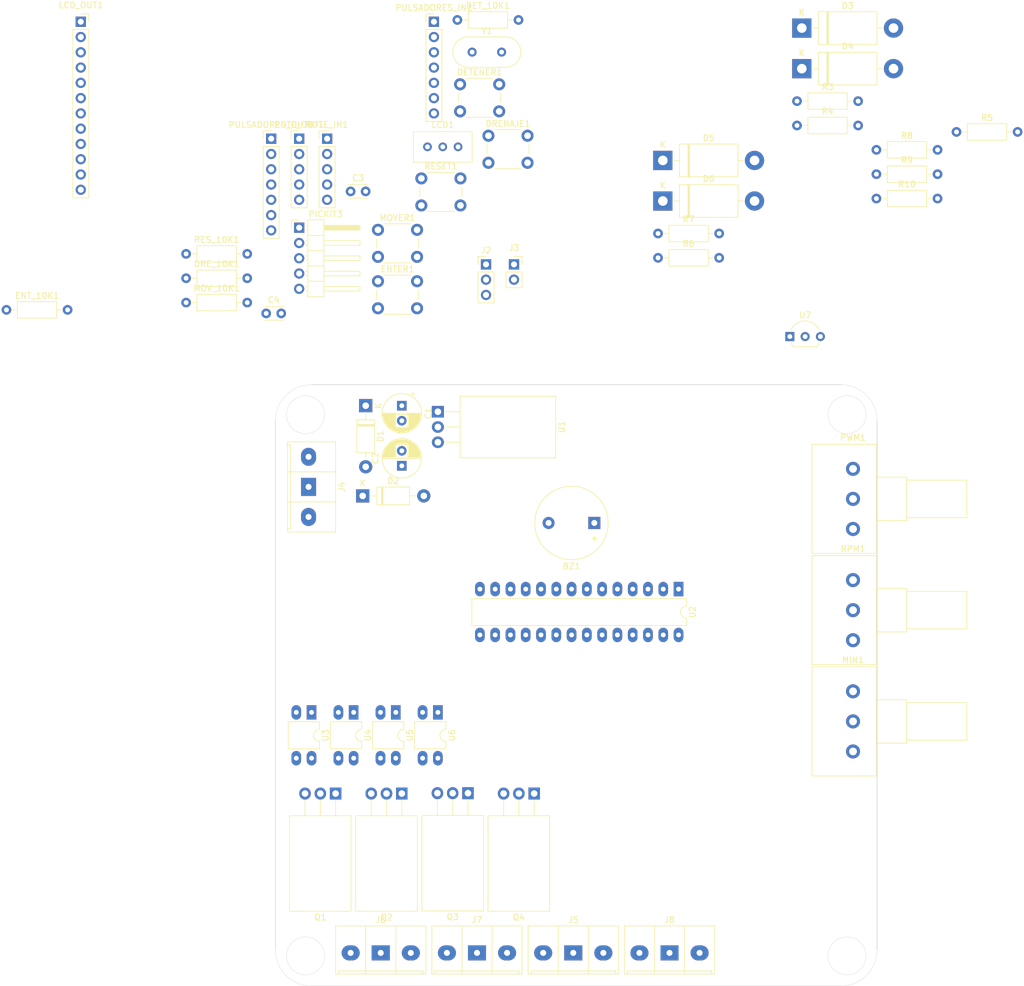
<source format=kicad_pcb>
(kicad_pcb (version 20171130) (host pcbnew "(5.1.4)-1")

  (general
    (thickness 1.6)
    (drawings 12)
    (tracks 0)
    (zones 0)
    (modules 58)
    (nets 62)
  )

  (page A4)
  (layers
    (0 F.Cu signal)
    (31 B.Cu signal)
    (32 B.Adhes user)
    (33 F.Adhes user)
    (34 B.Paste user)
    (35 F.Paste user)
    (36 B.SilkS user)
    (37 F.SilkS user)
    (38 B.Mask user)
    (39 F.Mask user)
    (40 Dwgs.User user)
    (41 Cmts.User user)
    (42 Eco1.User user)
    (43 Eco2.User user)
    (44 Edge.Cuts user)
    (45 Margin user)
    (46 B.CrtYd user)
    (47 F.CrtYd user)
    (48 B.Fab user)
    (49 F.Fab user)
  )

  (setup
    (last_trace_width 0.25)
    (user_trace_width 0.3)
    (user_trace_width 0.55)
    (user_trace_width 0.7)
    (user_trace_width 0.78)
    (user_trace_width 0.8)
    (user_trace_width 0.9)
    (user_trace_width 1)
    (user_trace_width 1.3)
    (user_trace_width 1.5)
    (user_trace_width 2)
    (user_trace_width 3.55)
    (trace_clearance 0.3)
    (zone_clearance 0.508)
    (zone_45_only no)
    (trace_min 0.25)
    (via_size 0.8)
    (via_drill 0.4)
    (via_min_size 0.4)
    (via_min_drill 0.3)
    (user_via 1.5 0.3)
    (user_via 1.7 0.5)
    (uvia_size 0.3)
    (uvia_drill 0.1)
    (uvias_allowed no)
    (uvia_min_size 0.2)
    (uvia_min_drill 0.1)
    (edge_width 0.05)
    (segment_width 0.2)
    (pcb_text_width 0.3)
    (pcb_text_size 1.5 1.5)
    (mod_edge_width 0.12)
    (mod_text_size 1 1)
    (mod_text_width 0.15)
    (pad_size 1.524 1.524)
    (pad_drill 0.762)
    (pad_to_mask_clearance 0.051)
    (solder_mask_min_width 0.25)
    (aux_axis_origin 0 0)
    (visible_elements FFFFFF7F)
    (pcbplotparams
      (layerselection 0x010fc_ffffffff)
      (usegerberextensions false)
      (usegerberattributes false)
      (usegerberadvancedattributes false)
      (creategerberjobfile false)
      (excludeedgelayer true)
      (linewidth 0.100000)
      (plotframeref false)
      (viasonmask false)
      (mode 1)
      (useauxorigin false)
      (hpglpennumber 1)
      (hpglpenspeed 20)
      (hpglpendiameter 15.000000)
      (psnegative false)
      (psa4output false)
      (plotreference true)
      (plotvalue true)
      (plotinvisibletext false)
      (padsonsilk false)
      (subtractmaskfromsilk false)
      (outputformat 1)
      (mirror false)
      (drillshape 1)
      (scaleselection 1)
      (outputdirectory ""))
  )

  (net 0 "")
  (net 1 GND)
  (net 2 "Net-(BZ1-Pad1)")
  (net 3 12V)
  (net 4 5V)
  (net 5 "Net-(C3-Pad2)")
  (net 6 "Net-(C4-Pad2)")
  (net 7 "Net-(D3-Pad2)")
  (net 8 "Net-(D4-Pad2)")
  (net 9 "Net-(D5-Pad2)")
  (net 10 "Net-(D6-Pad2)")
  (net 11 /CIRCUITO/GND_PULS)
  (net 12 /CIRCUITO/DETENER)
  (net 13 /CIRCUITO/VCC_PULS)
  (net 14 /CIRCUITO/DRENAJE)
  (net 15 /CIRCUITO/ENTER)
  (net 16 "Net-(J2-Pad1)")
  (net 17 /CIRCUITO/RESET1)
  (net 18 "Net-(J2-Pad3)")
  (net 19 /CIRCUITO/RA4)
  (net 20 /CIRCUITO/RB5)
  (net 21 "Net-(J4-Pad2)")
  (net 22 "Net-(J5-Pad2)")
  (net 23 "Net-(J6-Pad2)")
  (net 24 "Net-(J7-Pad2)")
  (net 25 "Net-(J8-Pad2)")
  (net 26 /CIRCUITO/LCD)
  (net 27 "Net-(LCD_OUT1-Pad9)")
  (net 28 "Net-(LCD_OUT1-Pad8)")
  (net 29 "Net-(LCD_OUT1-Pad7)")
  (net 30 "Net-(LCD_OUT1-Pad6)")
  (net 31 "Net-(LCD_OUT1-Pad5)")
  (net 32 "Net-(LCD_OUT1-Pad4)")
  (net 33 "Net-(LCD_OUT1-Pad3)")
  (net 34 /CIRCUITO/VCC_POTE)
  (net 35 /CIRCUITO/MIN)
  (net 36 /CIRCUITO/GND_POTE)
  (net 37 /CIRCUITO/MOVER)
  (net 38 /CIRCUITO/ICSPDAT)
  (net 39 /CIRCUITO/ICSPCLK)
  (net 40 /CIRCUITO/PWM)
  (net 41 /CIRCUITO/RPM)
  (net 42 "Net-(POTE_OUT1-Pad3)")
  (net 43 "Net-(POTE_OUT1-Pad2)")
  (net 44 "Net-(POTE_OUT1-Pad1)")
  (net 45 /CIRCUITO/MCLR)
  (net 46 "Net-(PULSADORES_OUT1-Pad4)")
  (net 47 "Net-(PULSADORES_OUT1-Pad3)")
  (net 48 "Net-(PULSADORES_OUT1-Pad2)")
  (net 49 "Net-(PULSADORES_OUT1-Pad1)")
  (net 50 "Net-(Q1-Pad1)")
  (net 51 "Net-(Q2-Pad1)")
  (net 52 "Net-(Q3-Pad1)")
  (net 53 "Net-(Q4-Pad1)")
  (net 54 OUT)
  (net 55 "Net-(R5-Pad1)")
  (net 56 "Net-(R6-Pad1)")
  (net 57 "Net-(R7-Pad1)")
  (net 58 "Net-(R8-Pad1)")
  (net 59 "Net-(U2-Pad11)")
  (net 60 "Net-(U2-Pad19)")
  (net 61 /CIRCUITO/LM35)

  (net_class Default "Esta es la clase de red por defecto."
    (clearance 0.3)
    (trace_width 0.25)
    (via_dia 0.8)
    (via_drill 0.4)
    (uvia_dia 0.3)
    (uvia_drill 0.1)
    (diff_pair_width 0.25)
    (diff_pair_gap 0.25)
    (add_net /CIRCUITO/DETENER)
    (add_net /CIRCUITO/DRENAJE)
    (add_net /CIRCUITO/ENTER)
    (add_net /CIRCUITO/GND_POTE)
    (add_net /CIRCUITO/GND_PULS)
    (add_net /CIRCUITO/ICSPCLK)
    (add_net /CIRCUITO/ICSPDAT)
    (add_net /CIRCUITO/LCD)
    (add_net /CIRCUITO/LM35)
    (add_net /CIRCUITO/MCLR)
    (add_net /CIRCUITO/MIN)
    (add_net /CIRCUITO/MOVER)
    (add_net /CIRCUITO/PWM)
    (add_net /CIRCUITO/RA4)
    (add_net /CIRCUITO/RB5)
    (add_net /CIRCUITO/RESET1)
    (add_net /CIRCUITO/RPM)
    (add_net /CIRCUITO/VCC_POTE)
    (add_net /CIRCUITO/VCC_PULS)
    (add_net 12V)
    (add_net 5V)
    (add_net GND)
    (add_net "Net-(BZ1-Pad1)")
    (add_net "Net-(C3-Pad2)")
    (add_net "Net-(C4-Pad2)")
    (add_net "Net-(D3-Pad2)")
    (add_net "Net-(D4-Pad2)")
    (add_net "Net-(D5-Pad2)")
    (add_net "Net-(D6-Pad2)")
    (add_net "Net-(J2-Pad1)")
    (add_net "Net-(J2-Pad3)")
    (add_net "Net-(J4-Pad2)")
    (add_net "Net-(J5-Pad2)")
    (add_net "Net-(J6-Pad2)")
    (add_net "Net-(J7-Pad2)")
    (add_net "Net-(J8-Pad2)")
    (add_net "Net-(LCD_OUT1-Pad3)")
    (add_net "Net-(LCD_OUT1-Pad4)")
    (add_net "Net-(LCD_OUT1-Pad5)")
    (add_net "Net-(LCD_OUT1-Pad6)")
    (add_net "Net-(LCD_OUT1-Pad7)")
    (add_net "Net-(LCD_OUT1-Pad8)")
    (add_net "Net-(LCD_OUT1-Pad9)")
    (add_net "Net-(POTE_OUT1-Pad1)")
    (add_net "Net-(POTE_OUT1-Pad2)")
    (add_net "Net-(POTE_OUT1-Pad3)")
    (add_net "Net-(PULSADORES_OUT1-Pad1)")
    (add_net "Net-(PULSADORES_OUT1-Pad2)")
    (add_net "Net-(PULSADORES_OUT1-Pad3)")
    (add_net "Net-(PULSADORES_OUT1-Pad4)")
    (add_net "Net-(Q1-Pad1)")
    (add_net "Net-(Q2-Pad1)")
    (add_net "Net-(Q3-Pad1)")
    (add_net "Net-(Q4-Pad1)")
    (add_net "Net-(R5-Pad1)")
    (add_net "Net-(R6-Pad1)")
    (add_net "Net-(R7-Pad1)")
    (add_net "Net-(R8-Pad1)")
    (add_net "Net-(U2-Pad11)")
    (add_net "Net-(U2-Pad19)")
    (add_net OUT)
  )

  (net_class Pcb_Casera ""
    (clearance 0.5)
    (trace_width 0.4)
    (via_dia 1.7)
    (via_drill 0.5)
    (uvia_dia 0.3)
    (uvia_drill 0.1)
    (diff_pair_width 0.5)
    (diff_pair_gap 0.25)
  )

  (module Package_DIP:DIP-4_W7.62mm_LongPads (layer F.Cu) (tedit 5A02E8C5) (tstamp 60C71CEF)
    (at 146 134.5 270)
    (descr "4-lead though-hole mounted DIP package, row spacing 7.62 mm (300 mils), LongPads")
    (tags "THT DIP DIL PDIP 2.54mm 7.62mm 300mil LongPads")
    (path /5EC9D2CE/5ECD48BC)
    (fp_text reference U3 (at 3.81 -2.33 90) (layer F.SilkS)
      (effects (font (size 1 1) (thickness 0.15)))
    )
    (fp_text value PC817_INY1 (at 3.81 4.87 90) (layer F.Fab)
      (effects (font (size 1 1) (thickness 0.15)))
    )
    (fp_text user %R (at 3.81 1.27 90) (layer F.Fab)
      (effects (font (size 1 1) (thickness 0.15)))
    )
    (fp_line (start 9.1 -1.55) (end -1.45 -1.55) (layer F.CrtYd) (width 0.05))
    (fp_line (start 9.1 4.1) (end 9.1 -1.55) (layer F.CrtYd) (width 0.05))
    (fp_line (start -1.45 4.1) (end 9.1 4.1) (layer F.CrtYd) (width 0.05))
    (fp_line (start -1.45 -1.55) (end -1.45 4.1) (layer F.CrtYd) (width 0.05))
    (fp_line (start 6.06 -1.33) (end 4.81 -1.33) (layer F.SilkS) (width 0.12))
    (fp_line (start 6.06 3.87) (end 6.06 -1.33) (layer F.SilkS) (width 0.12))
    (fp_line (start 1.56 3.87) (end 6.06 3.87) (layer F.SilkS) (width 0.12))
    (fp_line (start 1.56 -1.33) (end 1.56 3.87) (layer F.SilkS) (width 0.12))
    (fp_line (start 2.81 -1.33) (end 1.56 -1.33) (layer F.SilkS) (width 0.12))
    (fp_line (start 0.635 -0.27) (end 1.635 -1.27) (layer F.Fab) (width 0.1))
    (fp_line (start 0.635 3.81) (end 0.635 -0.27) (layer F.Fab) (width 0.1))
    (fp_line (start 6.985 3.81) (end 0.635 3.81) (layer F.Fab) (width 0.1))
    (fp_line (start 6.985 -1.27) (end 6.985 3.81) (layer F.Fab) (width 0.1))
    (fp_line (start 1.635 -1.27) (end 6.985 -1.27) (layer F.Fab) (width 0.1))
    (fp_arc (start 3.81 -1.33) (end 2.81 -1.33) (angle -180) (layer F.SilkS) (width 0.12))
    (pad 4 thru_hole oval (at 7.62 0 270) (size 2.4 1.6) (drill 0.8) (layers *.Cu *.Mask)
      (net 3 12V))
    (pad 2 thru_hole oval (at 0 2.54 270) (size 2.4 1.6) (drill 0.8) (layers *.Cu *.Mask)
      (net 1 GND))
    (pad 3 thru_hole oval (at 7.62 2.54 270) (size 2.4 1.6) (drill 0.8) (layers *.Cu *.Mask)
      (net 50 "Net-(Q1-Pad1)"))
    (pad 1 thru_hole rect (at 0 0 270) (size 2.4 1.6) (drill 0.8) (layers *.Cu *.Mask)
      (net 55 "Net-(R5-Pad1)"))
    (model ${KISYS3DMOD}/Package_DIP.3dshapes/DIP-4_W7.62mm.wrl
      (at (xyz 0 0 0))
      (scale (xyz 1 1 1))
      (rotate (xyz 0 0 0))
    )
  )

  (module Connector_PinSocket_2.54mm:PinSocket_1x02_P2.54mm_Vertical (layer F.Cu) (tedit 5A19A420) (tstamp 60C7537C)
    (at 179.65 60)
    (descr "Through hole straight socket strip, 1x02, 2.54mm pitch, single row (from Kicad 4.0.7), script generated")
    (tags "Through hole socket strip THT 1x02 2.54mm single row")
    (path /5EC9D19E/5F3CF3FA)
    (fp_text reference J3 (at 0 -2.77) (layer F.SilkS)
      (effects (font (size 1 1) (thickness 0.15)))
    )
    (fp_text value Screw_Terminal_01x02 (at 0 5.31) (layer F.Fab)
      (effects (font (size 1 1) (thickness 0.15)))
    )
    (fp_text user %R (at 0 1.27 90) (layer F.Fab)
      (effects (font (size 1 1) (thickness 0.15)))
    )
    (fp_line (start -1.8 4.3) (end -1.8 -1.8) (layer F.CrtYd) (width 0.05))
    (fp_line (start 1.75 4.3) (end -1.8 4.3) (layer F.CrtYd) (width 0.05))
    (fp_line (start 1.75 -1.8) (end 1.75 4.3) (layer F.CrtYd) (width 0.05))
    (fp_line (start -1.8 -1.8) (end 1.75 -1.8) (layer F.CrtYd) (width 0.05))
    (fp_line (start 0 -1.33) (end 1.33 -1.33) (layer F.SilkS) (width 0.12))
    (fp_line (start 1.33 -1.33) (end 1.33 0) (layer F.SilkS) (width 0.12))
    (fp_line (start 1.33 1.27) (end 1.33 3.87) (layer F.SilkS) (width 0.12))
    (fp_line (start -1.33 3.87) (end 1.33 3.87) (layer F.SilkS) (width 0.12))
    (fp_line (start -1.33 1.27) (end -1.33 3.87) (layer F.SilkS) (width 0.12))
    (fp_line (start -1.33 1.27) (end 1.33 1.27) (layer F.SilkS) (width 0.12))
    (fp_line (start -1.27 3.81) (end -1.27 -1.27) (layer F.Fab) (width 0.1))
    (fp_line (start 1.27 3.81) (end -1.27 3.81) (layer F.Fab) (width 0.1))
    (fp_line (start 1.27 -0.635) (end 1.27 3.81) (layer F.Fab) (width 0.1))
    (fp_line (start 0.635 -1.27) (end 1.27 -0.635) (layer F.Fab) (width 0.1))
    (fp_line (start -1.27 -1.27) (end 0.635 -1.27) (layer F.Fab) (width 0.1))
    (pad 2 thru_hole oval (at 0 2.54) (size 1.7 1.7) (drill 1) (layers *.Cu *.Mask)
      (net 20 /CIRCUITO/RB5))
    (pad 1 thru_hole rect (at 0 0) (size 1.7 1.7) (drill 1) (layers *.Cu *.Mask)
      (net 19 /CIRCUITO/RA4))
    (model ${KISYS3DMOD}/Connector_PinSocket_2.54mm.3dshapes/PinSocket_1x02_P2.54mm_Vertical.wrl
      (at (xyz 0 0 0))
      (scale (xyz 1 1 1))
      (rotate (xyz 0 0 0))
    )
  )

  (module Connector_PinHeader_2.54mm:PinHeader_1x03_P2.54mm_Vertical (layer F.Cu) (tedit 59FED5CC) (tstamp 60C75366)
    (at 175 60)
    (descr "Through hole straight pin header, 1x03, 2.54mm pitch, single row")
    (tags "Through hole pin header THT 1x03 2.54mm single row")
    (path /5EC9D19E/5F378B5C)
    (fp_text reference J2 (at 0 -2.33) (layer F.SilkS)
      (effects (font (size 1 1) (thickness 0.15)))
    )
    (fp_text value Screw_Terminal_01x03 (at 0 7.41) (layer F.Fab)
      (effects (font (size 1 1) (thickness 0.15)))
    )
    (fp_text user %R (at 0 2.54 90) (layer F.Fab)
      (effects (font (size 1 1) (thickness 0.15)))
    )
    (fp_line (start 1.8 -1.8) (end -1.8 -1.8) (layer F.CrtYd) (width 0.05))
    (fp_line (start 1.8 6.85) (end 1.8 -1.8) (layer F.CrtYd) (width 0.05))
    (fp_line (start -1.8 6.85) (end 1.8 6.85) (layer F.CrtYd) (width 0.05))
    (fp_line (start -1.8 -1.8) (end -1.8 6.85) (layer F.CrtYd) (width 0.05))
    (fp_line (start -1.33 -1.33) (end 0 -1.33) (layer F.SilkS) (width 0.12))
    (fp_line (start -1.33 0) (end -1.33 -1.33) (layer F.SilkS) (width 0.12))
    (fp_line (start -1.33 1.27) (end 1.33 1.27) (layer F.SilkS) (width 0.12))
    (fp_line (start 1.33 1.27) (end 1.33 6.41) (layer F.SilkS) (width 0.12))
    (fp_line (start -1.33 1.27) (end -1.33 6.41) (layer F.SilkS) (width 0.12))
    (fp_line (start -1.33 6.41) (end 1.33 6.41) (layer F.SilkS) (width 0.12))
    (fp_line (start -1.27 -0.635) (end -0.635 -1.27) (layer F.Fab) (width 0.1))
    (fp_line (start -1.27 6.35) (end -1.27 -0.635) (layer F.Fab) (width 0.1))
    (fp_line (start 1.27 6.35) (end -1.27 6.35) (layer F.Fab) (width 0.1))
    (fp_line (start 1.27 -1.27) (end 1.27 6.35) (layer F.Fab) (width 0.1))
    (fp_line (start -0.635 -1.27) (end 1.27 -1.27) (layer F.Fab) (width 0.1))
    (pad 3 thru_hole oval (at 0 5.08) (size 1.7 1.7) (drill 1) (layers *.Cu *.Mask)
      (net 18 "Net-(J2-Pad3)"))
    (pad 2 thru_hole oval (at 0 2.54) (size 1.7 1.7) (drill 1) (layers *.Cu *.Mask)
      (net 17 /CIRCUITO/RESET1))
    (pad 1 thru_hole rect (at 0 0) (size 1.7 1.7) (drill 1) (layers *.Cu *.Mask)
      (net 16 "Net-(J2-Pad1)"))
    (model ${KISYS3DMOD}/Connector_PinHeader_2.54mm.3dshapes/PinHeader_1x03_P2.54mm_Vertical.wrl
      (at (xyz 0 0 0))
      (scale (xyz 1 1 1))
      (rotate (xyz 0 0 0))
    )
  )

  (module Crystal:Crystal_HC18-U_Vertical (layer F.Cu) (tedit 5A1AD3B7) (tstamp 60C71D62)
    (at 172.69 24.7)
    (descr "Crystal THT HC-18/U, http://5hertz.com/pdfs/04404_D.pdf")
    (tags "THT crystalHC-18/U")
    (path /5EC9D19E/5F279C4B)
    (fp_text reference Y1 (at 2.45 -3.525) (layer F.SilkS)
      (effects (font (size 1 1) (thickness 0.15)))
    )
    (fp_text value 20MHz (at 2.45 3.525) (layer F.Fab)
      (effects (font (size 1 1) (thickness 0.15)))
    )
    (fp_arc (start 5.575 0) (end 5.575 -2.525) (angle 180) (layer F.SilkS) (width 0.12))
    (fp_arc (start -0.675 0) (end -0.675 -2.525) (angle -180) (layer F.SilkS) (width 0.12))
    (fp_arc (start 5.45 0) (end 5.45 -2) (angle 180) (layer F.Fab) (width 0.1))
    (fp_arc (start -0.55 0) (end -0.55 -2) (angle -180) (layer F.Fab) (width 0.1))
    (fp_arc (start 5.575 0) (end 5.575 -2.325) (angle 180) (layer F.Fab) (width 0.1))
    (fp_arc (start -0.675 0) (end -0.675 -2.325) (angle -180) (layer F.Fab) (width 0.1))
    (fp_line (start 8.4 -2.8) (end -3.5 -2.8) (layer F.CrtYd) (width 0.05))
    (fp_line (start 8.4 2.8) (end 8.4 -2.8) (layer F.CrtYd) (width 0.05))
    (fp_line (start -3.5 2.8) (end 8.4 2.8) (layer F.CrtYd) (width 0.05))
    (fp_line (start -3.5 -2.8) (end -3.5 2.8) (layer F.CrtYd) (width 0.05))
    (fp_line (start -0.675 2.525) (end 5.575 2.525) (layer F.SilkS) (width 0.12))
    (fp_line (start -0.675 -2.525) (end 5.575 -2.525) (layer F.SilkS) (width 0.12))
    (fp_line (start -0.55 2) (end 5.45 2) (layer F.Fab) (width 0.1))
    (fp_line (start -0.55 -2) (end 5.45 -2) (layer F.Fab) (width 0.1))
    (fp_line (start -0.675 2.325) (end 5.575 2.325) (layer F.Fab) (width 0.1))
    (fp_line (start -0.675 -2.325) (end 5.575 -2.325) (layer F.Fab) (width 0.1))
    (fp_text user %R (at 2.45 0) (layer F.Fab)
      (effects (font (size 1 1) (thickness 0.15)))
    )
    (pad 2 thru_hole circle (at 4.9 0) (size 1.5 1.5) (drill 0.8) (layers *.Cu *.Mask)
      (net 6 "Net-(C4-Pad2)"))
    (pad 1 thru_hole circle (at 0 0) (size 1.5 1.5) (drill 0.8) (layers *.Cu *.Mask)
      (net 5 "Net-(C3-Pad2)"))
    (model ${KISYS3DMOD}/Crystal.3dshapes/Crystal_HC18-U_Vertical.wrl
      (at (xyz 0 0 0))
      (scale (xyz 1 1 1))
      (rotate (xyz 0 0 0))
    )
  )

  (module Package_TO_SOT_THT:TO-92L_Inline_Wide (layer F.Cu) (tedit 5A11996A) (tstamp 60C71D4B)
    (at 225.5 72)
    (descr "TO-92L leads in-line (large body variant of TO-92), also known as TO-226, wide, drill 0.75mm (see https://www.diodes.com/assets/Package-Files/TO92L.pdf and http://www.ti.com/lit/an/snoa059/snoa059.pdf)")
    (tags "TO-92L Inline Wide transistor")
    (path /5EC9D19E/5EF397A4)
    (fp_text reference U7 (at 2.54 -3.56) (layer F.SilkS)
      (effects (font (size 1 1) (thickness 0.15)))
    )
    (fp_text value LM35-LP (at 2.54 2.79) (layer F.Fab)
      (effects (font (size 1 1) (thickness 0.15)))
    )
    (fp_arc (start 2.54 0) (end 4.45 1.7) (angle -15.88591585) (layer F.SilkS) (width 0.12))
    (fp_arc (start 2.54 0) (end 2.54 -2.48) (angle -130.2499344) (layer F.Fab) (width 0.1))
    (fp_arc (start 2.54 0) (end 2.54 -2.48) (angle 129.9527847) (layer F.Fab) (width 0.1))
    (fp_arc (start 2.54 0) (end 2.54 -2.6) (angle 65) (layer F.SilkS) (width 0.12))
    (fp_arc (start 2.54 0) (end 2.54 -2.6) (angle -65) (layer F.SilkS) (width 0.12))
    (fp_arc (start 2.54 0) (end 0.6 1.7) (angle 15.44288892) (layer F.SilkS) (width 0.12))
    (fp_line (start 6.1 1.85) (end -1 1.85) (layer F.CrtYd) (width 0.05))
    (fp_line (start 6.1 1.85) (end 6.1 -2.75) (layer F.CrtYd) (width 0.05))
    (fp_line (start -1 -2.75) (end -1 1.85) (layer F.CrtYd) (width 0.05))
    (fp_line (start -1 -2.75) (end 6.1 -2.75) (layer F.CrtYd) (width 0.05))
    (fp_line (start 0.65 1.6) (end 4.4 1.6) (layer F.Fab) (width 0.1))
    (fp_line (start 0.6 1.7) (end 4.45 1.7) (layer F.SilkS) (width 0.12))
    (fp_text user %R (at 2.54 -3.56) (layer F.Fab)
      (effects (font (size 1 1) (thickness 0.15)))
    )
    (pad 1 thru_hole rect (at 0 0 90) (size 1.5 1.5) (drill 0.8) (layers *.Cu *.Mask)
      (net 4 5V))
    (pad 3 thru_hole circle (at 5.08 0 90) (size 1.5 1.5) (drill 0.8) (layers *.Cu *.Mask)
      (net 1 GND))
    (pad 2 thru_hole circle (at 2.54 0 90) (size 1.5 1.5) (drill 0.8) (layers *.Cu *.Mask)
      (net 61 /CIRCUITO/LM35))
    (model ${KISYS3DMOD}/Package_TO_SOT_THT.3dshapes/TO-92L_Inline_Wide.wrl
      (at (xyz 0 0 0))
      (scale (xyz 1 1 1))
      (rotate (xyz 0 0 0))
    )
  )

  (module Package_DIP:DIP-4_W7.62mm_LongPads (layer F.Cu) (tedit 5A02E8C5) (tstamp 60C71D37)
    (at 167 134.5 270)
    (descr "4-lead though-hole mounted DIP package, row spacing 7.62 mm (300 mils), LongPads")
    (tags "THT DIP DIL PDIP 2.54mm 7.62mm 300mil LongPads")
    (path /5EC9D2CE/5ECE28FC)
    (fp_text reference U6 (at 3.81 -2.33 90) (layer F.SilkS)
      (effects (font (size 1 1) (thickness 0.15)))
    )
    (fp_text value PC817_INY4 (at 3.81 4.87 90) (layer F.Fab)
      (effects (font (size 1 1) (thickness 0.15)))
    )
    (fp_text user %R (at 3.81 1.27 90) (layer F.Fab)
      (effects (font (size 1 1) (thickness 0.15)))
    )
    (fp_line (start 9.1 -1.55) (end -1.45 -1.55) (layer F.CrtYd) (width 0.05))
    (fp_line (start 9.1 4.1) (end 9.1 -1.55) (layer F.CrtYd) (width 0.05))
    (fp_line (start -1.45 4.1) (end 9.1 4.1) (layer F.CrtYd) (width 0.05))
    (fp_line (start -1.45 -1.55) (end -1.45 4.1) (layer F.CrtYd) (width 0.05))
    (fp_line (start 6.06 -1.33) (end 4.81 -1.33) (layer F.SilkS) (width 0.12))
    (fp_line (start 6.06 3.87) (end 6.06 -1.33) (layer F.SilkS) (width 0.12))
    (fp_line (start 1.56 3.87) (end 6.06 3.87) (layer F.SilkS) (width 0.12))
    (fp_line (start 1.56 -1.33) (end 1.56 3.87) (layer F.SilkS) (width 0.12))
    (fp_line (start 2.81 -1.33) (end 1.56 -1.33) (layer F.SilkS) (width 0.12))
    (fp_line (start 0.635 -0.27) (end 1.635 -1.27) (layer F.Fab) (width 0.1))
    (fp_line (start 0.635 3.81) (end 0.635 -0.27) (layer F.Fab) (width 0.1))
    (fp_line (start 6.985 3.81) (end 0.635 3.81) (layer F.Fab) (width 0.1))
    (fp_line (start 6.985 -1.27) (end 6.985 3.81) (layer F.Fab) (width 0.1))
    (fp_line (start 1.635 -1.27) (end 6.985 -1.27) (layer F.Fab) (width 0.1))
    (fp_arc (start 3.81 -1.33) (end 2.81 -1.33) (angle -180) (layer F.SilkS) (width 0.12))
    (pad 4 thru_hole oval (at 7.62 0 270) (size 2.4 1.6) (drill 0.8) (layers *.Cu *.Mask)
      (net 3 12V))
    (pad 2 thru_hole oval (at 0 2.54 270) (size 2.4 1.6) (drill 0.8) (layers *.Cu *.Mask)
      (net 1 GND))
    (pad 3 thru_hole oval (at 7.62 2.54 270) (size 2.4 1.6) (drill 0.8) (layers *.Cu *.Mask)
      (net 53 "Net-(Q4-Pad1)"))
    (pad 1 thru_hole rect (at 0 0 270) (size 2.4 1.6) (drill 0.8) (layers *.Cu *.Mask)
      (net 58 "Net-(R8-Pad1)"))
    (model ${KISYS3DMOD}/Package_DIP.3dshapes/DIP-4_W7.62mm.wrl
      (at (xyz 0 0 0))
      (scale (xyz 1 1 1))
      (rotate (xyz 0 0 0))
    )
  )

  (module Package_DIP:DIP-4_W7.62mm_LongPads (layer F.Cu) (tedit 5A02E8C5) (tstamp 60C76C95)
    (at 160 134.5 270)
    (descr "4-lead though-hole mounted DIP package, row spacing 7.62 mm (300 mils), LongPads")
    (tags "THT DIP DIL PDIP 2.54mm 7.62mm 300mil LongPads")
    (path /5EC9D2CE/5ECDDAD1)
    (fp_text reference U5 (at 3.81 -2.33 90) (layer F.SilkS)
      (effects (font (size 1 1) (thickness 0.15)))
    )
    (fp_text value PC817_INY3 (at 3.81 4.87 90) (layer F.Fab)
      (effects (font (size 1 1) (thickness 0.15)))
    )
    (fp_text user %R (at 3.81 1.27 90) (layer F.Fab)
      (effects (font (size 1 1) (thickness 0.15)))
    )
    (fp_line (start 9.1 -1.55) (end -1.45 -1.55) (layer F.CrtYd) (width 0.05))
    (fp_line (start 9.1 4.1) (end 9.1 -1.55) (layer F.CrtYd) (width 0.05))
    (fp_line (start -1.45 4.1) (end 9.1 4.1) (layer F.CrtYd) (width 0.05))
    (fp_line (start -1.45 -1.55) (end -1.45 4.1) (layer F.CrtYd) (width 0.05))
    (fp_line (start 6.06 -1.33) (end 4.81 -1.33) (layer F.SilkS) (width 0.12))
    (fp_line (start 6.06 3.87) (end 6.06 -1.33) (layer F.SilkS) (width 0.12))
    (fp_line (start 1.56 3.87) (end 6.06 3.87) (layer F.SilkS) (width 0.12))
    (fp_line (start 1.56 -1.33) (end 1.56 3.87) (layer F.SilkS) (width 0.12))
    (fp_line (start 2.81 -1.33) (end 1.56 -1.33) (layer F.SilkS) (width 0.12))
    (fp_line (start 0.635 -0.27) (end 1.635 -1.27) (layer F.Fab) (width 0.1))
    (fp_line (start 0.635 3.81) (end 0.635 -0.27) (layer F.Fab) (width 0.1))
    (fp_line (start 6.985 3.81) (end 0.635 3.81) (layer F.Fab) (width 0.1))
    (fp_line (start 6.985 -1.27) (end 6.985 3.81) (layer F.Fab) (width 0.1))
    (fp_line (start 1.635 -1.27) (end 6.985 -1.27) (layer F.Fab) (width 0.1))
    (fp_arc (start 3.81 -1.33) (end 2.81 -1.33) (angle -180) (layer F.SilkS) (width 0.12))
    (pad 4 thru_hole oval (at 7.62 0 270) (size 2.4 1.6) (drill 0.8) (layers *.Cu *.Mask)
      (net 3 12V))
    (pad 2 thru_hole oval (at 0 2.54 270) (size 2.4 1.6) (drill 0.8) (layers *.Cu *.Mask)
      (net 1 GND))
    (pad 3 thru_hole oval (at 7.62 2.54 270) (size 2.4 1.6) (drill 0.8) (layers *.Cu *.Mask)
      (net 52 "Net-(Q3-Pad1)"))
    (pad 1 thru_hole rect (at 0 0 270) (size 2.4 1.6) (drill 0.8) (layers *.Cu *.Mask)
      (net 57 "Net-(R7-Pad1)"))
    (model ${KISYS3DMOD}/Package_DIP.3dshapes/DIP-4_W7.62mm.wrl
      (at (xyz 0 0 0))
      (scale (xyz 1 1 1))
      (rotate (xyz 0 0 0))
    )
  )

  (module Package_DIP:DIP-4_W7.62mm_LongPads (layer F.Cu) (tedit 5A02E8C5) (tstamp 60C76B7B)
    (at 153 134.5 270)
    (descr "4-lead though-hole mounted DIP package, row spacing 7.62 mm (300 mils), LongPads")
    (tags "THT DIP DIL PDIP 2.54mm 7.62mm 300mil LongPads")
    (path /5EC9D2CE/5ECE28AC)
    (fp_text reference U4 (at 3.81 -2.33 90) (layer F.SilkS)
      (effects (font (size 1 1) (thickness 0.15)))
    )
    (fp_text value PC817_INY2 (at 3.81 4.87 90) (layer F.Fab)
      (effects (font (size 1 1) (thickness 0.15)))
    )
    (fp_text user %R (at 3.81 1.27 90) (layer F.Fab)
      (effects (font (size 1 1) (thickness 0.15)))
    )
    (fp_line (start 9.1 -1.55) (end -1.45 -1.55) (layer F.CrtYd) (width 0.05))
    (fp_line (start 9.1 4.1) (end 9.1 -1.55) (layer F.CrtYd) (width 0.05))
    (fp_line (start -1.45 4.1) (end 9.1 4.1) (layer F.CrtYd) (width 0.05))
    (fp_line (start -1.45 -1.55) (end -1.45 4.1) (layer F.CrtYd) (width 0.05))
    (fp_line (start 6.06 -1.33) (end 4.81 -1.33) (layer F.SilkS) (width 0.12))
    (fp_line (start 6.06 3.87) (end 6.06 -1.33) (layer F.SilkS) (width 0.12))
    (fp_line (start 1.56 3.87) (end 6.06 3.87) (layer F.SilkS) (width 0.12))
    (fp_line (start 1.56 -1.33) (end 1.56 3.87) (layer F.SilkS) (width 0.12))
    (fp_line (start 2.81 -1.33) (end 1.56 -1.33) (layer F.SilkS) (width 0.12))
    (fp_line (start 0.635 -0.27) (end 1.635 -1.27) (layer F.Fab) (width 0.1))
    (fp_line (start 0.635 3.81) (end 0.635 -0.27) (layer F.Fab) (width 0.1))
    (fp_line (start 6.985 3.81) (end 0.635 3.81) (layer F.Fab) (width 0.1))
    (fp_line (start 6.985 -1.27) (end 6.985 3.81) (layer F.Fab) (width 0.1))
    (fp_line (start 1.635 -1.27) (end 6.985 -1.27) (layer F.Fab) (width 0.1))
    (fp_arc (start 3.81 -1.33) (end 2.81 -1.33) (angle -180) (layer F.SilkS) (width 0.12))
    (pad 4 thru_hole oval (at 7.62 0 270) (size 2.4 1.6) (drill 0.8) (layers *.Cu *.Mask)
      (net 3 12V))
    (pad 2 thru_hole oval (at 0 2.54 270) (size 2.4 1.6) (drill 0.8) (layers *.Cu *.Mask)
      (net 1 GND))
    (pad 3 thru_hole oval (at 7.62 2.54 270) (size 2.4 1.6) (drill 0.8) (layers *.Cu *.Mask)
      (net 51 "Net-(Q2-Pad1)"))
    (pad 1 thru_hole rect (at 0 0 270) (size 2.4 1.6) (drill 0.8) (layers *.Cu *.Mask)
      (net 56 "Net-(R6-Pad1)"))
    (model ${KISYS3DMOD}/Package_DIP.3dshapes/DIP-4_W7.62mm.wrl
      (at (xyz 0 0 0))
      (scale (xyz 1 1 1))
      (rotate (xyz 0 0 0))
    )
  )

  (module Package_DIP:DIP-28_W7.62mm_LongPads (layer F.Cu) (tedit 5A02E8C5) (tstamp 60C71CD7)
    (at 207 114 270)
    (descr "28-lead though-hole mounted DIP package, row spacing 7.62 mm (300 mils), LongPads")
    (tags "THT DIP DIL PDIP 2.54mm 7.62mm 300mil LongPads")
    (path /5EC9D19E/5ECA3268)
    (fp_text reference U2 (at 3.81 -2.33 90) (layer F.SilkS)
      (effects (font (size 1 1) (thickness 0.15)))
    )
    (fp_text value PIC16F886-IP (at 3.81 35.35 90) (layer F.Fab)
      (effects (font (size 1 1) (thickness 0.15)))
    )
    (fp_text user %R (at 3.81 16.51 90) (layer F.Fab)
      (effects (font (size 1 1) (thickness 0.15)))
    )
    (fp_line (start 9.1 -1.55) (end -1.45 -1.55) (layer F.CrtYd) (width 0.05))
    (fp_line (start 9.1 34.55) (end 9.1 -1.55) (layer F.CrtYd) (width 0.05))
    (fp_line (start -1.45 34.55) (end 9.1 34.55) (layer F.CrtYd) (width 0.05))
    (fp_line (start -1.45 -1.55) (end -1.45 34.55) (layer F.CrtYd) (width 0.05))
    (fp_line (start 6.06 -1.33) (end 4.81 -1.33) (layer F.SilkS) (width 0.12))
    (fp_line (start 6.06 34.35) (end 6.06 -1.33) (layer F.SilkS) (width 0.12))
    (fp_line (start 1.56 34.35) (end 6.06 34.35) (layer F.SilkS) (width 0.12))
    (fp_line (start 1.56 -1.33) (end 1.56 34.35) (layer F.SilkS) (width 0.12))
    (fp_line (start 2.81 -1.33) (end 1.56 -1.33) (layer F.SilkS) (width 0.12))
    (fp_line (start 0.635 -0.27) (end 1.635 -1.27) (layer F.Fab) (width 0.1))
    (fp_line (start 0.635 34.29) (end 0.635 -0.27) (layer F.Fab) (width 0.1))
    (fp_line (start 6.985 34.29) (end 0.635 34.29) (layer F.Fab) (width 0.1))
    (fp_line (start 6.985 -1.27) (end 6.985 34.29) (layer F.Fab) (width 0.1))
    (fp_line (start 1.635 -1.27) (end 6.985 -1.27) (layer F.Fab) (width 0.1))
    (fp_arc (start 3.81 -1.33) (end 2.81 -1.33) (angle -180) (layer F.SilkS) (width 0.12))
    (pad 28 thru_hole oval (at 7.62 0 270) (size 2.4 1.6) (drill 0.8) (layers *.Cu *.Mask)
      (net 38 /CIRCUITO/ICSPDAT))
    (pad 14 thru_hole oval (at 0 33.02 270) (size 2.4 1.6) (drill 0.8) (layers *.Cu *.Mask)
      (net 29 "Net-(LCD_OUT1-Pad7)"))
    (pad 27 thru_hole oval (at 7.62 2.54 270) (size 2.4 1.6) (drill 0.8) (layers *.Cu *.Mask)
      (net 39 /CIRCUITO/ICSPCLK))
    (pad 13 thru_hole oval (at 0 30.48 270) (size 2.4 1.6) (drill 0.8) (layers *.Cu *.Mask)
      (net 28 "Net-(LCD_OUT1-Pad8)"))
    (pad 26 thru_hole oval (at 7.62 5.08 270) (size 2.4 1.6) (drill 0.8) (layers *.Cu *.Mask)
      (net 20 /CIRCUITO/RB5))
    (pad 12 thru_hole oval (at 0 27.94 270) (size 2.4 1.6) (drill 0.8) (layers *.Cu *.Mask)
      (net 27 "Net-(LCD_OUT1-Pad9)"))
    (pad 25 thru_hole oval (at 7.62 7.62 270) (size 2.4 1.6) (drill 0.8) (layers *.Cu *.Mask)
      (net 54 OUT))
    (pad 11 thru_hole oval (at 0 25.4 270) (size 2.4 1.6) (drill 0.8) (layers *.Cu *.Mask)
      (net 59 "Net-(U2-Pad11)"))
    (pad 24 thru_hole oval (at 7.62 10.16 270) (size 2.4 1.6) (drill 0.8) (layers *.Cu *.Mask)
      (net 46 "Net-(PULSADORES_OUT1-Pad4)"))
    (pad 10 thru_hole oval (at 0 22.86 270) (size 2.4 1.6) (drill 0.8) (layers *.Cu *.Mask)
      (net 5 "Net-(C3-Pad2)"))
    (pad 23 thru_hole oval (at 7.62 12.7 270) (size 2.4 1.6) (drill 0.8) (layers *.Cu *.Mask)
      (net 47 "Net-(PULSADORES_OUT1-Pad3)"))
    (pad 9 thru_hole oval (at 0 20.32 270) (size 2.4 1.6) (drill 0.8) (layers *.Cu *.Mask)
      (net 6 "Net-(C4-Pad2)"))
    (pad 22 thru_hole oval (at 7.62 15.24 270) (size 2.4 1.6) (drill 0.8) (layers *.Cu *.Mask)
      (net 48 "Net-(PULSADORES_OUT1-Pad2)"))
    (pad 8 thru_hole oval (at 0 17.78 270) (size 2.4 1.6) (drill 0.8) (layers *.Cu *.Mask)
      (net 1 GND))
    (pad 21 thru_hole oval (at 7.62 17.78 270) (size 2.4 1.6) (drill 0.8) (layers *.Cu *.Mask)
      (net 49 "Net-(PULSADORES_OUT1-Pad1)"))
    (pad 7 thru_hole oval (at 0 15.24 270) (size 2.4 1.6) (drill 0.8) (layers *.Cu *.Mask)
      (net 2 "Net-(BZ1-Pad1)"))
    (pad 20 thru_hole oval (at 7.62 20.32 270) (size 2.4 1.6) (drill 0.8) (layers *.Cu *.Mask)
      (net 4 5V))
    (pad 6 thru_hole oval (at 0 12.7 270) (size 2.4 1.6) (drill 0.8) (layers *.Cu *.Mask)
      (net 19 /CIRCUITO/RA4))
    (pad 19 thru_hole oval (at 7.62 22.86 270) (size 2.4 1.6) (drill 0.8) (layers *.Cu *.Mask)
      (net 60 "Net-(U2-Pad19)"))
    (pad 5 thru_hole oval (at 0 10.16 270) (size 2.4 1.6) (drill 0.8) (layers *.Cu *.Mask)
      (net 61 /CIRCUITO/LM35))
    (pad 18 thru_hole oval (at 7.62 25.4 270) (size 2.4 1.6) (drill 0.8) (layers *.Cu *.Mask)
      (net 33 "Net-(LCD_OUT1-Pad3)"))
    (pad 4 thru_hole oval (at 0 7.62 270) (size 2.4 1.6) (drill 0.8) (layers *.Cu *.Mask)
      (net 42 "Net-(POTE_OUT1-Pad3)"))
    (pad 17 thru_hole oval (at 7.62 27.94 270) (size 2.4 1.6) (drill 0.8) (layers *.Cu *.Mask)
      (net 32 "Net-(LCD_OUT1-Pad4)"))
    (pad 3 thru_hole oval (at 0 5.08 270) (size 2.4 1.6) (drill 0.8) (layers *.Cu *.Mask)
      (net 43 "Net-(POTE_OUT1-Pad2)"))
    (pad 16 thru_hole oval (at 7.62 30.48 270) (size 2.4 1.6) (drill 0.8) (layers *.Cu *.Mask)
      (net 31 "Net-(LCD_OUT1-Pad5)"))
    (pad 2 thru_hole oval (at 0 2.54 270) (size 2.4 1.6) (drill 0.8) (layers *.Cu *.Mask)
      (net 44 "Net-(POTE_OUT1-Pad1)"))
    (pad 15 thru_hole oval (at 7.62 33.02 270) (size 2.4 1.6) (drill 0.8) (layers *.Cu *.Mask)
      (net 30 "Net-(LCD_OUT1-Pad6)"))
    (pad 1 thru_hole rect (at 0 0 270) (size 2.4 1.6) (drill 0.8) (layers *.Cu *.Mask)
      (net 17 /CIRCUITO/RESET1))
    (model ${KISYS3DMOD}/Package_DIP.3dshapes/DIP-28_W7.62mm.wrl
      (at (xyz 0 0 0))
      (scale (xyz 1 1 1))
      (rotate (xyz 0 0 0))
    )
  )

  (module Package_TO_SOT_THT:TO-220-3_Horizontal_TabDown (layer F.Cu) (tedit 5AC8BA0D) (tstamp 60C71CA7)
    (at 167 84.5 270)
    (descr "TO-220-3, Horizontal, RM 2.54mm, see https://www.vishay.com/docs/66542/to-220-1.pdf")
    (tags "TO-220-3 Horizontal RM 2.54mm")
    (path /5EC9D115/5EC9D451)
    (fp_text reference U1 (at 2.54 -20.58 90) (layer F.SilkS)
      (effects (font (size 1 1) (thickness 0.15)))
    )
    (fp_text value L7805 (at 2.54 2 90) (layer F.Fab)
      (effects (font (size 1 1) (thickness 0.15)))
    )
    (fp_text user %R (at 2.54 -20.58 90) (layer F.Fab)
      (effects (font (size 1 1) (thickness 0.15)))
    )
    (fp_line (start 7.79 -19.71) (end -2.71 -19.71) (layer F.CrtYd) (width 0.05))
    (fp_line (start 7.79 1.25) (end 7.79 -19.71) (layer F.CrtYd) (width 0.05))
    (fp_line (start -2.71 1.25) (end 7.79 1.25) (layer F.CrtYd) (width 0.05))
    (fp_line (start -2.71 -19.71) (end -2.71 1.25) (layer F.CrtYd) (width 0.05))
    (fp_line (start 5.08 -3.69) (end 5.08 -1.15) (layer F.SilkS) (width 0.12))
    (fp_line (start 2.54 -3.69) (end 2.54 -1.15) (layer F.SilkS) (width 0.12))
    (fp_line (start 0 -3.69) (end 0 -1.15) (layer F.SilkS) (width 0.12))
    (fp_line (start 7.66 -19.58) (end 7.66 -3.69) (layer F.SilkS) (width 0.12))
    (fp_line (start -2.58 -19.58) (end -2.58 -3.69) (layer F.SilkS) (width 0.12))
    (fp_line (start -2.58 -19.58) (end 7.66 -19.58) (layer F.SilkS) (width 0.12))
    (fp_line (start -2.58 -3.69) (end 7.66 -3.69) (layer F.SilkS) (width 0.12))
    (fp_line (start 5.08 -3.81) (end 5.08 0) (layer F.Fab) (width 0.1))
    (fp_line (start 2.54 -3.81) (end 2.54 0) (layer F.Fab) (width 0.1))
    (fp_line (start 0 -3.81) (end 0 0) (layer F.Fab) (width 0.1))
    (fp_line (start 7.54 -3.81) (end -2.46 -3.81) (layer F.Fab) (width 0.1))
    (fp_line (start 7.54 -13.06) (end 7.54 -3.81) (layer F.Fab) (width 0.1))
    (fp_line (start -2.46 -13.06) (end 7.54 -13.06) (layer F.Fab) (width 0.1))
    (fp_line (start -2.46 -3.81) (end -2.46 -13.06) (layer F.Fab) (width 0.1))
    (fp_line (start 7.54 -13.06) (end -2.46 -13.06) (layer F.Fab) (width 0.1))
    (fp_line (start 7.54 -19.46) (end 7.54 -13.06) (layer F.Fab) (width 0.1))
    (fp_line (start -2.46 -19.46) (end 7.54 -19.46) (layer F.Fab) (width 0.1))
    (fp_line (start -2.46 -13.06) (end -2.46 -19.46) (layer F.Fab) (width 0.1))
    (fp_circle (center 2.54 -16.66) (end 4.39 -16.66) (layer F.Fab) (width 0.1))
    (pad 3 thru_hole oval (at 5.08 0 270) (size 1.905 2) (drill 1.1) (layers *.Cu *.Mask)
      (net 4 5V))
    (pad 2 thru_hole oval (at 2.54 0 270) (size 1.905 2) (drill 1.1) (layers *.Cu *.Mask)
      (net 1 GND))
    (pad 1 thru_hole rect (at 0 0 270) (size 1.905 2) (drill 1.1) (layers *.Cu *.Mask)
      (net 3 12V))
    (pad "" np_thru_hole oval (at 2.54 -16.66 270) (size 3.5 3.5) (drill 3.5) (layers *.Cu *.Mask))
    (model ${KISYS3DMOD}/Package_TO_SOT_THT.3dshapes/TO-220-3_Horizontal_TabDown.wrl
      (at (xyz 0 0 0))
      (scale (xyz 1 1 1))
      (rotate (xyz 0 0 0))
    )
  )

  (module Potentiometer_THT:Potentiometer_Alps_RK163_Single_Horizontal (layer F.Cu) (tedit 5A3D4993) (tstamp 60C71C87)
    (at 236 122.5)
    (descr "Potentiometer, horizontal, Alps RK163 Single, http://www.alps.com/prod/info/E/HTML/Potentiometer/RotaryPotentiometers/RK16/RK16_list.html")
    (tags "Potentiometer horizontal Alps RK163 Single")
    (path /5EC9D19E/5ECB30D5)
    (fp_text reference RPM1 (at 0 -15.2) (layer F.SilkS)
      (effects (font (size 1 1) (thickness 0.15)))
    )
    (fp_text value 5K (at 0 5.2) (layer F.Fab)
      (effects (font (size 1 1) (thickness 0.15)))
    )
    (fp_text user %R (at -1.45 -5) (layer F.Fab)
      (effects (font (size 1 1) (thickness 0.15)))
    )
    (fp_line (start 19.05 -14.2) (end -6.95 -14.2) (layer F.CrtYd) (width 0.05))
    (fp_line (start 19.05 4.2) (end 19.05 -14.2) (layer F.CrtYd) (width 0.05))
    (fp_line (start -6.95 4.2) (end 19.05 4.2) (layer F.CrtYd) (width 0.05))
    (fp_line (start -6.95 -14.2) (end -6.95 4.2) (layer F.CrtYd) (width 0.05))
    (fp_line (start 18.92 -8.12) (end 18.92 -1.879) (layer F.SilkS) (width 0.12))
    (fp_line (start 8.92 -8.12) (end 8.92 -1.879) (layer F.SilkS) (width 0.12))
    (fp_line (start 8.92 -1.879) (end 18.92 -1.879) (layer F.SilkS) (width 0.12))
    (fp_line (start 8.92 -8.12) (end 18.92 -8.12) (layer F.SilkS) (width 0.12))
    (fp_line (start 8.92 -8.62) (end 8.92 -1.38) (layer F.SilkS) (width 0.12))
    (fp_line (start 3.92 -8.62) (end 3.92 -1.38) (layer F.SilkS) (width 0.12))
    (fp_line (start 3.92 -1.38) (end 8.92 -1.38) (layer F.SilkS) (width 0.12))
    (fp_line (start 3.92 -8.62) (end 8.92 -8.62) (layer F.SilkS) (width 0.12))
    (fp_line (start 3.92 -14.07) (end 3.92 4.07) (layer F.SilkS) (width 0.12))
    (fp_line (start -6.82 -14.07) (end -6.82 4.07) (layer F.SilkS) (width 0.12))
    (fp_line (start -6.82 4.07) (end 3.92 4.07) (layer F.SilkS) (width 0.12))
    (fp_line (start -6.82 -14.07) (end 3.92 -14.07) (layer F.SilkS) (width 0.12))
    (fp_line (start 18.8 -8) (end 8.8 -8) (layer F.Fab) (width 0.1))
    (fp_line (start 18.8 -2) (end 18.8 -8) (layer F.Fab) (width 0.1))
    (fp_line (start 8.8 -2) (end 18.8 -2) (layer F.Fab) (width 0.1))
    (fp_line (start 8.8 -8) (end 8.8 -2) (layer F.Fab) (width 0.1))
    (fp_line (start 8.8 -8.5) (end 3.8 -8.5) (layer F.Fab) (width 0.1))
    (fp_line (start 8.8 -1.5) (end 8.8 -8.5) (layer F.Fab) (width 0.1))
    (fp_line (start 3.8 -1.5) (end 8.8 -1.5) (layer F.Fab) (width 0.1))
    (fp_line (start 3.8 -8.5) (end 3.8 -1.5) (layer F.Fab) (width 0.1))
    (fp_line (start 3.8 -13.95) (end -6.7 -13.95) (layer F.Fab) (width 0.1))
    (fp_line (start 3.8 3.95) (end 3.8 -13.95) (layer F.Fab) (width 0.1))
    (fp_line (start -6.7 3.95) (end 3.8 3.95) (layer F.Fab) (width 0.1))
    (fp_line (start -6.7 -13.95) (end -6.7 3.95) (layer F.Fab) (width 0.1))
    (pad 1 thru_hole circle (at 0 0) (size 2.34 2.34) (drill 1.3) (layers *.Cu *.Mask)
      (net 34 /CIRCUITO/VCC_POTE))
    (pad 2 thru_hole circle (at 0 -5) (size 2.34 2.34) (drill 1.3) (layers *.Cu *.Mask)
      (net 41 /CIRCUITO/RPM))
    (pad 3 thru_hole circle (at 0 -10) (size 2.34 2.34) (drill 1.3) (layers *.Cu *.Mask)
      (net 36 /CIRCUITO/GND_POTE))
    (model ${KISYS3DMOD}/Potentiometer_THT.3dshapes/Potentiometer_Alps_RK163_Single_Horizontal.wrl
      (at (xyz 0 0 0))
      (scale (xyz 1 1 1))
      (rotate (xyz 0 0 0))
    )
  )

  (module Button_Switch_THT:SW_PUSH_6mm (layer F.Cu) (tedit 5A02FE31) (tstamp 60C71C63)
    (at 164.25 45.7)
    (descr https://www.omron.com/ecb/products/pdf/en-b3f.pdf)
    (tags "tact sw push 6mm")
    (path /5EC9D19E/5ECA5188)
    (fp_text reference RESET1 (at 3.25 -2) (layer F.SilkS)
      (effects (font (size 1 1) (thickness 0.15)))
    )
    (fp_text value SW_Push (at 3.75 6.7) (layer F.Fab)
      (effects (font (size 1 1) (thickness 0.15)))
    )
    (fp_circle (center 3.25 2.25) (end 1.25 2.5) (layer F.Fab) (width 0.1))
    (fp_line (start 6.75 3) (end 6.75 1.5) (layer F.SilkS) (width 0.12))
    (fp_line (start 5.5 -1) (end 1 -1) (layer F.SilkS) (width 0.12))
    (fp_line (start -0.25 1.5) (end -0.25 3) (layer F.SilkS) (width 0.12))
    (fp_line (start 1 5.5) (end 5.5 5.5) (layer F.SilkS) (width 0.12))
    (fp_line (start 8 -1.25) (end 8 5.75) (layer F.CrtYd) (width 0.05))
    (fp_line (start 7.75 6) (end -1.25 6) (layer F.CrtYd) (width 0.05))
    (fp_line (start -1.5 5.75) (end -1.5 -1.25) (layer F.CrtYd) (width 0.05))
    (fp_line (start -1.25 -1.5) (end 7.75 -1.5) (layer F.CrtYd) (width 0.05))
    (fp_line (start -1.5 6) (end -1.25 6) (layer F.CrtYd) (width 0.05))
    (fp_line (start -1.5 5.75) (end -1.5 6) (layer F.CrtYd) (width 0.05))
    (fp_line (start -1.5 -1.5) (end -1.25 -1.5) (layer F.CrtYd) (width 0.05))
    (fp_line (start -1.5 -1.25) (end -1.5 -1.5) (layer F.CrtYd) (width 0.05))
    (fp_line (start 8 -1.5) (end 8 -1.25) (layer F.CrtYd) (width 0.05))
    (fp_line (start 7.75 -1.5) (end 8 -1.5) (layer F.CrtYd) (width 0.05))
    (fp_line (start 8 6) (end 8 5.75) (layer F.CrtYd) (width 0.05))
    (fp_line (start 7.75 6) (end 8 6) (layer F.CrtYd) (width 0.05))
    (fp_line (start 0.25 -0.75) (end 3.25 -0.75) (layer F.Fab) (width 0.1))
    (fp_line (start 0.25 5.25) (end 0.25 -0.75) (layer F.Fab) (width 0.1))
    (fp_line (start 6.25 5.25) (end 0.25 5.25) (layer F.Fab) (width 0.1))
    (fp_line (start 6.25 -0.75) (end 6.25 5.25) (layer F.Fab) (width 0.1))
    (fp_line (start 3.25 -0.75) (end 6.25 -0.75) (layer F.Fab) (width 0.1))
    (fp_text user %R (at 3.25 2.25) (layer F.Fab)
      (effects (font (size 1 1) (thickness 0.15)))
    )
    (pad 1 thru_hole circle (at 6.5 0 90) (size 2 2) (drill 1.1) (layers *.Cu *.Mask)
      (net 11 /CIRCUITO/GND_PULS))
    (pad 2 thru_hole circle (at 6.5 4.5 90) (size 2 2) (drill 1.1) (layers *.Cu *.Mask)
      (net 45 /CIRCUITO/MCLR))
    (pad 1 thru_hole circle (at 0 0 90) (size 2 2) (drill 1.1) (layers *.Cu *.Mask)
      (net 11 /CIRCUITO/GND_PULS))
    (pad 2 thru_hole circle (at 0 4.5 90) (size 2 2) (drill 1.1) (layers *.Cu *.Mask)
      (net 45 /CIRCUITO/MCLR))
    (model ${KISYS3DMOD}/Button_Switch_THT.3dshapes/SW_PUSH_6mm.wrl
      (at (xyz 0 0 0))
      (scale (xyz 1 1 1))
      (rotate (xyz 0 0 0))
    )
  )

  (module Resistor_THT:R_Axial_DIN0207_L6.3mm_D2.5mm_P10.16mm_Horizontal (layer F.Cu) (tedit 5AE5139B) (tstamp 60C71C44)
    (at 125.15 58.25)
    (descr "Resistor, Axial_DIN0207 series, Axial, Horizontal, pin pitch=10.16mm, 0.25W = 1/4W, length*diameter=6.3*2.5mm^2, http://cdn-reichelt.de/documents/datenblatt/B400/1_4W%23YAG.pdf")
    (tags "Resistor Axial_DIN0207 series Axial Horizontal pin pitch 10.16mm 0.25W = 1/4W length 6.3mm diameter 2.5mm")
    (path /5EC9D19E/5ECA46FB)
    (fp_text reference RES_10K1 (at 5.08 -2.37) (layer F.SilkS)
      (effects (font (size 1 1) (thickness 0.15)))
    )
    (fp_text value 10k (at 5.08 2.37) (layer F.Fab)
      (effects (font (size 1 1) (thickness 0.15)))
    )
    (fp_text user %R (at 5.08 0) (layer F.Fab)
      (effects (font (size 1 1) (thickness 0.15)))
    )
    (fp_line (start 11.21 -1.5) (end -1.05 -1.5) (layer F.CrtYd) (width 0.05))
    (fp_line (start 11.21 1.5) (end 11.21 -1.5) (layer F.CrtYd) (width 0.05))
    (fp_line (start -1.05 1.5) (end 11.21 1.5) (layer F.CrtYd) (width 0.05))
    (fp_line (start -1.05 -1.5) (end -1.05 1.5) (layer F.CrtYd) (width 0.05))
    (fp_line (start 9.12 0) (end 8.35 0) (layer F.SilkS) (width 0.12))
    (fp_line (start 1.04 0) (end 1.81 0) (layer F.SilkS) (width 0.12))
    (fp_line (start 8.35 -1.37) (end 1.81 -1.37) (layer F.SilkS) (width 0.12))
    (fp_line (start 8.35 1.37) (end 8.35 -1.37) (layer F.SilkS) (width 0.12))
    (fp_line (start 1.81 1.37) (end 8.35 1.37) (layer F.SilkS) (width 0.12))
    (fp_line (start 1.81 -1.37) (end 1.81 1.37) (layer F.SilkS) (width 0.12))
    (fp_line (start 10.16 0) (end 8.23 0) (layer F.Fab) (width 0.1))
    (fp_line (start 0 0) (end 1.93 0) (layer F.Fab) (width 0.1))
    (fp_line (start 8.23 -1.25) (end 1.93 -1.25) (layer F.Fab) (width 0.1))
    (fp_line (start 8.23 1.25) (end 8.23 -1.25) (layer F.Fab) (width 0.1))
    (fp_line (start 1.93 1.25) (end 8.23 1.25) (layer F.Fab) (width 0.1))
    (fp_line (start 1.93 -1.25) (end 1.93 1.25) (layer F.Fab) (width 0.1))
    (pad 2 thru_hole oval (at 10.16 0) (size 1.6 1.6) (drill 0.8) (layers *.Cu *.Mask)
      (net 13 /CIRCUITO/VCC_PULS))
    (pad 1 thru_hole circle (at 0 0) (size 1.6 1.6) (drill 0.8) (layers *.Cu *.Mask)
      (net 45 /CIRCUITO/MCLR))
    (model ${KISYS3DMOD}/Resistor_THT.3dshapes/R_Axial_DIN0207_L6.3mm_D2.5mm_P10.16mm_Horizontal.wrl
      (at (xyz 0 0 0))
      (scale (xyz 1 1 1))
      (rotate (xyz 0 0 0))
    )
  )

  (module Resistor_THT:R_Axial_DIN0207_L6.3mm_D2.5mm_P10.16mm_Horizontal (layer F.Cu) (tedit 5AE5139B) (tstamp 60C71C2D)
    (at 239.89 49.05)
    (descr "Resistor, Axial_DIN0207 series, Axial, Horizontal, pin pitch=10.16mm, 0.25W = 1/4W, length*diameter=6.3*2.5mm^2, http://cdn-reichelt.de/documents/datenblatt/B400/1_4W%23YAG.pdf")
    (tags "Resistor Axial_DIN0207 series Axial Horizontal pin pitch 10.16mm 0.25W = 1/4W length 6.3mm diameter 2.5mm")
    (path /5EC9D2CE/5F387E57)
    (fp_text reference R10 (at 5.08 -2.37) (layer F.SilkS)
      (effects (font (size 1 1) (thickness 0.15)))
    )
    (fp_text value 10K (at 5.08 2.37) (layer F.Fab)
      (effects (font (size 1 1) (thickness 0.15)))
    )
    (fp_text user %R (at 5.08 0) (layer F.Fab)
      (effects (font (size 1 1) (thickness 0.15)))
    )
    (fp_line (start 11.21 -1.5) (end -1.05 -1.5) (layer F.CrtYd) (width 0.05))
    (fp_line (start 11.21 1.5) (end 11.21 -1.5) (layer F.CrtYd) (width 0.05))
    (fp_line (start -1.05 1.5) (end 11.21 1.5) (layer F.CrtYd) (width 0.05))
    (fp_line (start -1.05 -1.5) (end -1.05 1.5) (layer F.CrtYd) (width 0.05))
    (fp_line (start 9.12 0) (end 8.35 0) (layer F.SilkS) (width 0.12))
    (fp_line (start 1.04 0) (end 1.81 0) (layer F.SilkS) (width 0.12))
    (fp_line (start 8.35 -1.37) (end 1.81 -1.37) (layer F.SilkS) (width 0.12))
    (fp_line (start 8.35 1.37) (end 8.35 -1.37) (layer F.SilkS) (width 0.12))
    (fp_line (start 1.81 1.37) (end 8.35 1.37) (layer F.SilkS) (width 0.12))
    (fp_line (start 1.81 -1.37) (end 1.81 1.37) (layer F.SilkS) (width 0.12))
    (fp_line (start 10.16 0) (end 8.23 0) (layer F.Fab) (width 0.1))
    (fp_line (start 0 0) (end 1.93 0) (layer F.Fab) (width 0.1))
    (fp_line (start 8.23 -1.25) (end 1.93 -1.25) (layer F.Fab) (width 0.1))
    (fp_line (start 8.23 1.25) (end 8.23 -1.25) (layer F.Fab) (width 0.1))
    (fp_line (start 1.93 1.25) (end 8.23 1.25) (layer F.Fab) (width 0.1))
    (fp_line (start 1.93 -1.25) (end 1.93 1.25) (layer F.Fab) (width 0.1))
    (pad 2 thru_hole oval (at 10.16 0) (size 1.6 1.6) (drill 0.8) (layers *.Cu *.Mask)
      (net 52 "Net-(Q3-Pad1)"))
    (pad 1 thru_hole circle (at 0 0) (size 1.6 1.6) (drill 0.8) (layers *.Cu *.Mask)
      (net 1 GND))
    (model ${KISYS3DMOD}/Resistor_THT.3dshapes/R_Axial_DIN0207_L6.3mm_D2.5mm_P10.16mm_Horizontal.wrl
      (at (xyz 0 0 0))
      (scale (xyz 1 1 1))
      (rotate (xyz 0 0 0))
    )
  )

  (module Resistor_THT:R_Axial_DIN0207_L6.3mm_D2.5mm_P10.16mm_Horizontal (layer F.Cu) (tedit 5AE5139B) (tstamp 60C71C16)
    (at 239.89 45)
    (descr "Resistor, Axial_DIN0207 series, Axial, Horizontal, pin pitch=10.16mm, 0.25W = 1/4W, length*diameter=6.3*2.5mm^2, http://cdn-reichelt.de/documents/datenblatt/B400/1_4W%23YAG.pdf")
    (tags "Resistor Axial_DIN0207 series Axial Horizontal pin pitch 10.16mm 0.25W = 1/4W length 6.3mm diameter 2.5mm")
    (path /5EC9D2CE/5F38E934)
    (fp_text reference R9 (at 5.08 -2.37) (layer F.SilkS)
      (effects (font (size 1 1) (thickness 0.15)))
    )
    (fp_text value 10K (at 5.08 2.37) (layer F.Fab)
      (effects (font (size 1 1) (thickness 0.15)))
    )
    (fp_text user %R (at 5.08 0) (layer F.Fab)
      (effects (font (size 1 1) (thickness 0.15)))
    )
    (fp_line (start 11.21 -1.5) (end -1.05 -1.5) (layer F.CrtYd) (width 0.05))
    (fp_line (start 11.21 1.5) (end 11.21 -1.5) (layer F.CrtYd) (width 0.05))
    (fp_line (start -1.05 1.5) (end 11.21 1.5) (layer F.CrtYd) (width 0.05))
    (fp_line (start -1.05 -1.5) (end -1.05 1.5) (layer F.CrtYd) (width 0.05))
    (fp_line (start 9.12 0) (end 8.35 0) (layer F.SilkS) (width 0.12))
    (fp_line (start 1.04 0) (end 1.81 0) (layer F.SilkS) (width 0.12))
    (fp_line (start 8.35 -1.37) (end 1.81 -1.37) (layer F.SilkS) (width 0.12))
    (fp_line (start 8.35 1.37) (end 8.35 -1.37) (layer F.SilkS) (width 0.12))
    (fp_line (start 1.81 1.37) (end 8.35 1.37) (layer F.SilkS) (width 0.12))
    (fp_line (start 1.81 -1.37) (end 1.81 1.37) (layer F.SilkS) (width 0.12))
    (fp_line (start 10.16 0) (end 8.23 0) (layer F.Fab) (width 0.1))
    (fp_line (start 0 0) (end 1.93 0) (layer F.Fab) (width 0.1))
    (fp_line (start 8.23 -1.25) (end 1.93 -1.25) (layer F.Fab) (width 0.1))
    (fp_line (start 8.23 1.25) (end 8.23 -1.25) (layer F.Fab) (width 0.1))
    (fp_line (start 1.93 1.25) (end 8.23 1.25) (layer F.Fab) (width 0.1))
    (fp_line (start 1.93 -1.25) (end 1.93 1.25) (layer F.Fab) (width 0.1))
    (pad 2 thru_hole oval (at 10.16 0) (size 1.6 1.6) (drill 0.8) (layers *.Cu *.Mask)
      (net 53 "Net-(Q4-Pad1)"))
    (pad 1 thru_hole circle (at 0 0) (size 1.6 1.6) (drill 0.8) (layers *.Cu *.Mask)
      (net 1 GND))
    (model ${KISYS3DMOD}/Resistor_THT.3dshapes/R_Axial_DIN0207_L6.3mm_D2.5mm_P10.16mm_Horizontal.wrl
      (at (xyz 0 0 0))
      (scale (xyz 1 1 1))
      (rotate (xyz 0 0 0))
    )
  )

  (module Resistor_THT:R_Axial_DIN0207_L6.3mm_D2.5mm_P10.16mm_Horizontal (layer F.Cu) (tedit 5AE5139B) (tstamp 60C71BFF)
    (at 239.89 40.95)
    (descr "Resistor, Axial_DIN0207 series, Axial, Horizontal, pin pitch=10.16mm, 0.25W = 1/4W, length*diameter=6.3*2.5mm^2, http://cdn-reichelt.de/documents/datenblatt/B400/1_4W%23YAG.pdf")
    (tags "Resistor Axial_DIN0207 series Axial Horizontal pin pitch 10.16mm 0.25W = 1/4W length 6.3mm diameter 2.5mm")
    (path /5EC9D2CE/5ECE293F)
    (fp_text reference R8 (at 5.08 -2.37) (layer F.SilkS)
      (effects (font (size 1 1) (thickness 0.15)))
    )
    (fp_text value 180 (at 5.08 2.37) (layer F.Fab)
      (effects (font (size 1 1) (thickness 0.15)))
    )
    (fp_text user %R (at 5.08 0) (layer F.Fab)
      (effects (font (size 1 1) (thickness 0.15)))
    )
    (fp_line (start 11.21 -1.5) (end -1.05 -1.5) (layer F.CrtYd) (width 0.05))
    (fp_line (start 11.21 1.5) (end 11.21 -1.5) (layer F.CrtYd) (width 0.05))
    (fp_line (start -1.05 1.5) (end 11.21 1.5) (layer F.CrtYd) (width 0.05))
    (fp_line (start -1.05 -1.5) (end -1.05 1.5) (layer F.CrtYd) (width 0.05))
    (fp_line (start 9.12 0) (end 8.35 0) (layer F.SilkS) (width 0.12))
    (fp_line (start 1.04 0) (end 1.81 0) (layer F.SilkS) (width 0.12))
    (fp_line (start 8.35 -1.37) (end 1.81 -1.37) (layer F.SilkS) (width 0.12))
    (fp_line (start 8.35 1.37) (end 8.35 -1.37) (layer F.SilkS) (width 0.12))
    (fp_line (start 1.81 1.37) (end 8.35 1.37) (layer F.SilkS) (width 0.12))
    (fp_line (start 1.81 -1.37) (end 1.81 1.37) (layer F.SilkS) (width 0.12))
    (fp_line (start 10.16 0) (end 8.23 0) (layer F.Fab) (width 0.1))
    (fp_line (start 0 0) (end 1.93 0) (layer F.Fab) (width 0.1))
    (fp_line (start 8.23 -1.25) (end 1.93 -1.25) (layer F.Fab) (width 0.1))
    (fp_line (start 8.23 1.25) (end 8.23 -1.25) (layer F.Fab) (width 0.1))
    (fp_line (start 1.93 1.25) (end 8.23 1.25) (layer F.Fab) (width 0.1))
    (fp_line (start 1.93 -1.25) (end 1.93 1.25) (layer F.Fab) (width 0.1))
    (pad 2 thru_hole oval (at 10.16 0) (size 1.6 1.6) (drill 0.8) (layers *.Cu *.Mask)
      (net 54 OUT))
    (pad 1 thru_hole circle (at 0 0) (size 1.6 1.6) (drill 0.8) (layers *.Cu *.Mask)
      (net 58 "Net-(R8-Pad1)"))
    (model ${KISYS3DMOD}/Resistor_THT.3dshapes/R_Axial_DIN0207_L6.3mm_D2.5mm_P10.16mm_Horizontal.wrl
      (at (xyz 0 0 0))
      (scale (xyz 1 1 1))
      (rotate (xyz 0 0 0))
    )
  )

  (module Resistor_THT:R_Axial_DIN0207_L6.3mm_D2.5mm_P10.16mm_Horizontal (layer F.Cu) (tedit 5AE5139B) (tstamp 60C71BE8)
    (at 203.59 54.86)
    (descr "Resistor, Axial_DIN0207 series, Axial, Horizontal, pin pitch=10.16mm, 0.25W = 1/4W, length*diameter=6.3*2.5mm^2, http://cdn-reichelt.de/documents/datenblatt/B400/1_4W%23YAG.pdf")
    (tags "Resistor Axial_DIN0207 series Axial Horizontal pin pitch 10.16mm 0.25W = 1/4W length 6.3mm diameter 2.5mm")
    (path /5EC9D2CE/5ECDDB14)
    (fp_text reference R7 (at 5.08 -2.37) (layer F.SilkS)
      (effects (font (size 1 1) (thickness 0.15)))
    )
    (fp_text value 180 (at 5.08 2.37) (layer F.Fab)
      (effects (font (size 1 1) (thickness 0.15)))
    )
    (fp_text user %R (at 5.08 0) (layer F.Fab)
      (effects (font (size 1 1) (thickness 0.15)))
    )
    (fp_line (start 11.21 -1.5) (end -1.05 -1.5) (layer F.CrtYd) (width 0.05))
    (fp_line (start 11.21 1.5) (end 11.21 -1.5) (layer F.CrtYd) (width 0.05))
    (fp_line (start -1.05 1.5) (end 11.21 1.5) (layer F.CrtYd) (width 0.05))
    (fp_line (start -1.05 -1.5) (end -1.05 1.5) (layer F.CrtYd) (width 0.05))
    (fp_line (start 9.12 0) (end 8.35 0) (layer F.SilkS) (width 0.12))
    (fp_line (start 1.04 0) (end 1.81 0) (layer F.SilkS) (width 0.12))
    (fp_line (start 8.35 -1.37) (end 1.81 -1.37) (layer F.SilkS) (width 0.12))
    (fp_line (start 8.35 1.37) (end 8.35 -1.37) (layer F.SilkS) (width 0.12))
    (fp_line (start 1.81 1.37) (end 8.35 1.37) (layer F.SilkS) (width 0.12))
    (fp_line (start 1.81 -1.37) (end 1.81 1.37) (layer F.SilkS) (width 0.12))
    (fp_line (start 10.16 0) (end 8.23 0) (layer F.Fab) (width 0.1))
    (fp_line (start 0 0) (end 1.93 0) (layer F.Fab) (width 0.1))
    (fp_line (start 8.23 -1.25) (end 1.93 -1.25) (layer F.Fab) (width 0.1))
    (fp_line (start 8.23 1.25) (end 8.23 -1.25) (layer F.Fab) (width 0.1))
    (fp_line (start 1.93 1.25) (end 8.23 1.25) (layer F.Fab) (width 0.1))
    (fp_line (start 1.93 -1.25) (end 1.93 1.25) (layer F.Fab) (width 0.1))
    (pad 2 thru_hole oval (at 10.16 0) (size 1.6 1.6) (drill 0.8) (layers *.Cu *.Mask)
      (net 54 OUT))
    (pad 1 thru_hole circle (at 0 0) (size 1.6 1.6) (drill 0.8) (layers *.Cu *.Mask)
      (net 57 "Net-(R7-Pad1)"))
    (model ${KISYS3DMOD}/Resistor_THT.3dshapes/R_Axial_DIN0207_L6.3mm_D2.5mm_P10.16mm_Horizontal.wrl
      (at (xyz 0 0 0))
      (scale (xyz 1 1 1))
      (rotate (xyz 0 0 0))
    )
  )

  (module Resistor_THT:R_Axial_DIN0207_L6.3mm_D2.5mm_P10.16mm_Horizontal (layer F.Cu) (tedit 5AE5139B) (tstamp 60C71BD1)
    (at 203.59 58.91)
    (descr "Resistor, Axial_DIN0207 series, Axial, Horizontal, pin pitch=10.16mm, 0.25W = 1/4W, length*diameter=6.3*2.5mm^2, http://cdn-reichelt.de/documents/datenblatt/B400/1_4W%23YAG.pdf")
    (tags "Resistor Axial_DIN0207 series Axial Horizontal pin pitch 10.16mm 0.25W = 1/4W length 6.3mm diameter 2.5mm")
    (path /5EC9D2CE/5ECE28EF)
    (fp_text reference R6 (at 5.08 -2.37) (layer F.SilkS)
      (effects (font (size 1 1) (thickness 0.15)))
    )
    (fp_text value 180 (at 5.08 2.37) (layer F.Fab)
      (effects (font (size 1 1) (thickness 0.15)))
    )
    (fp_text user %R (at 5.08 0) (layer F.Fab)
      (effects (font (size 1 1) (thickness 0.15)))
    )
    (fp_line (start 11.21 -1.5) (end -1.05 -1.5) (layer F.CrtYd) (width 0.05))
    (fp_line (start 11.21 1.5) (end 11.21 -1.5) (layer F.CrtYd) (width 0.05))
    (fp_line (start -1.05 1.5) (end 11.21 1.5) (layer F.CrtYd) (width 0.05))
    (fp_line (start -1.05 -1.5) (end -1.05 1.5) (layer F.CrtYd) (width 0.05))
    (fp_line (start 9.12 0) (end 8.35 0) (layer F.SilkS) (width 0.12))
    (fp_line (start 1.04 0) (end 1.81 0) (layer F.SilkS) (width 0.12))
    (fp_line (start 8.35 -1.37) (end 1.81 -1.37) (layer F.SilkS) (width 0.12))
    (fp_line (start 8.35 1.37) (end 8.35 -1.37) (layer F.SilkS) (width 0.12))
    (fp_line (start 1.81 1.37) (end 8.35 1.37) (layer F.SilkS) (width 0.12))
    (fp_line (start 1.81 -1.37) (end 1.81 1.37) (layer F.SilkS) (width 0.12))
    (fp_line (start 10.16 0) (end 8.23 0) (layer F.Fab) (width 0.1))
    (fp_line (start 0 0) (end 1.93 0) (layer F.Fab) (width 0.1))
    (fp_line (start 8.23 -1.25) (end 1.93 -1.25) (layer F.Fab) (width 0.1))
    (fp_line (start 8.23 1.25) (end 8.23 -1.25) (layer F.Fab) (width 0.1))
    (fp_line (start 1.93 1.25) (end 8.23 1.25) (layer F.Fab) (width 0.1))
    (fp_line (start 1.93 -1.25) (end 1.93 1.25) (layer F.Fab) (width 0.1))
    (pad 2 thru_hole oval (at 10.16 0) (size 1.6 1.6) (drill 0.8) (layers *.Cu *.Mask)
      (net 54 OUT))
    (pad 1 thru_hole circle (at 0 0) (size 1.6 1.6) (drill 0.8) (layers *.Cu *.Mask)
      (net 56 "Net-(R6-Pad1)"))
    (model ${KISYS3DMOD}/Resistor_THT.3dshapes/R_Axial_DIN0207_L6.3mm_D2.5mm_P10.16mm_Horizontal.wrl
      (at (xyz 0 0 0))
      (scale (xyz 1 1 1))
      (rotate (xyz 0 0 0))
    )
  )

  (module Resistor_THT:R_Axial_DIN0207_L6.3mm_D2.5mm_P10.16mm_Horizontal (layer F.Cu) (tedit 5AE5139B) (tstamp 60C71BBA)
    (at 253.2 37.97)
    (descr "Resistor, Axial_DIN0207 series, Axial, Horizontal, pin pitch=10.16mm, 0.25W = 1/4W, length*diameter=6.3*2.5mm^2, http://cdn-reichelt.de/documents/datenblatt/B400/1_4W%23YAG.pdf")
    (tags "Resistor Axial_DIN0207 series Axial Horizontal pin pitch 10.16mm 0.25W = 1/4W length 6.3mm diameter 2.5mm")
    (path /5EC9D2CE/5ECDCDF0)
    (fp_text reference R5 (at 5.08 -2.37) (layer F.SilkS)
      (effects (font (size 1 1) (thickness 0.15)))
    )
    (fp_text value 180 (at 5.08 2.37) (layer F.Fab)
      (effects (font (size 1 1) (thickness 0.15)))
    )
    (fp_text user %R (at 5.08 0) (layer F.Fab)
      (effects (font (size 1 1) (thickness 0.15)))
    )
    (fp_line (start 11.21 -1.5) (end -1.05 -1.5) (layer F.CrtYd) (width 0.05))
    (fp_line (start 11.21 1.5) (end 11.21 -1.5) (layer F.CrtYd) (width 0.05))
    (fp_line (start -1.05 1.5) (end 11.21 1.5) (layer F.CrtYd) (width 0.05))
    (fp_line (start -1.05 -1.5) (end -1.05 1.5) (layer F.CrtYd) (width 0.05))
    (fp_line (start 9.12 0) (end 8.35 0) (layer F.SilkS) (width 0.12))
    (fp_line (start 1.04 0) (end 1.81 0) (layer F.SilkS) (width 0.12))
    (fp_line (start 8.35 -1.37) (end 1.81 -1.37) (layer F.SilkS) (width 0.12))
    (fp_line (start 8.35 1.37) (end 8.35 -1.37) (layer F.SilkS) (width 0.12))
    (fp_line (start 1.81 1.37) (end 8.35 1.37) (layer F.SilkS) (width 0.12))
    (fp_line (start 1.81 -1.37) (end 1.81 1.37) (layer F.SilkS) (width 0.12))
    (fp_line (start 10.16 0) (end 8.23 0) (layer F.Fab) (width 0.1))
    (fp_line (start 0 0) (end 1.93 0) (layer F.Fab) (width 0.1))
    (fp_line (start 8.23 -1.25) (end 1.93 -1.25) (layer F.Fab) (width 0.1))
    (fp_line (start 8.23 1.25) (end 8.23 -1.25) (layer F.Fab) (width 0.1))
    (fp_line (start 1.93 1.25) (end 8.23 1.25) (layer F.Fab) (width 0.1))
    (fp_line (start 1.93 -1.25) (end 1.93 1.25) (layer F.Fab) (width 0.1))
    (pad 2 thru_hole oval (at 10.16 0) (size 1.6 1.6) (drill 0.8) (layers *.Cu *.Mask)
      (net 54 OUT))
    (pad 1 thru_hole circle (at 0 0) (size 1.6 1.6) (drill 0.8) (layers *.Cu *.Mask)
      (net 55 "Net-(R5-Pad1)"))
    (model ${KISYS3DMOD}/Resistor_THT.3dshapes/R_Axial_DIN0207_L6.3mm_D2.5mm_P10.16mm_Horizontal.wrl
      (at (xyz 0 0 0))
      (scale (xyz 1 1 1))
      (rotate (xyz 0 0 0))
    )
  )

  (module Resistor_THT:R_Axial_DIN0207_L6.3mm_D2.5mm_P10.16mm_Horizontal (layer F.Cu) (tedit 5AE5139B) (tstamp 60C71BA3)
    (at 226.69 36.9)
    (descr "Resistor, Axial_DIN0207 series, Axial, Horizontal, pin pitch=10.16mm, 0.25W = 1/4W, length*diameter=6.3*2.5mm^2, http://cdn-reichelt.de/documents/datenblatt/B400/1_4W%23YAG.pdf")
    (tags "Resistor Axial_DIN0207 series Axial Horizontal pin pitch 10.16mm 0.25W = 1/4W length 6.3mm diameter 2.5mm")
    (path /5EC9D2CE/5F37C439)
    (fp_text reference R4 (at 5.08 -2.37) (layer F.SilkS)
      (effects (font (size 1 1) (thickness 0.15)))
    )
    (fp_text value 10K (at 5.08 2.37) (layer F.Fab)
      (effects (font (size 1 1) (thickness 0.15)))
    )
    (fp_text user %R (at 5.08 0) (layer F.Fab)
      (effects (font (size 1 1) (thickness 0.15)))
    )
    (fp_line (start 11.21 -1.5) (end -1.05 -1.5) (layer F.CrtYd) (width 0.05))
    (fp_line (start 11.21 1.5) (end 11.21 -1.5) (layer F.CrtYd) (width 0.05))
    (fp_line (start -1.05 1.5) (end 11.21 1.5) (layer F.CrtYd) (width 0.05))
    (fp_line (start -1.05 -1.5) (end -1.05 1.5) (layer F.CrtYd) (width 0.05))
    (fp_line (start 9.12 0) (end 8.35 0) (layer F.SilkS) (width 0.12))
    (fp_line (start 1.04 0) (end 1.81 0) (layer F.SilkS) (width 0.12))
    (fp_line (start 8.35 -1.37) (end 1.81 -1.37) (layer F.SilkS) (width 0.12))
    (fp_line (start 8.35 1.37) (end 8.35 -1.37) (layer F.SilkS) (width 0.12))
    (fp_line (start 1.81 1.37) (end 8.35 1.37) (layer F.SilkS) (width 0.12))
    (fp_line (start 1.81 -1.37) (end 1.81 1.37) (layer F.SilkS) (width 0.12))
    (fp_line (start 10.16 0) (end 8.23 0) (layer F.Fab) (width 0.1))
    (fp_line (start 0 0) (end 1.93 0) (layer F.Fab) (width 0.1))
    (fp_line (start 8.23 -1.25) (end 1.93 -1.25) (layer F.Fab) (width 0.1))
    (fp_line (start 8.23 1.25) (end 8.23 -1.25) (layer F.Fab) (width 0.1))
    (fp_line (start 1.93 1.25) (end 8.23 1.25) (layer F.Fab) (width 0.1))
    (fp_line (start 1.93 -1.25) (end 1.93 1.25) (layer F.Fab) (width 0.1))
    (pad 2 thru_hole oval (at 10.16 0) (size 1.6 1.6) (drill 0.8) (layers *.Cu *.Mask)
      (net 51 "Net-(Q2-Pad1)"))
    (pad 1 thru_hole circle (at 0 0) (size 1.6 1.6) (drill 0.8) (layers *.Cu *.Mask)
      (net 1 GND))
    (model ${KISYS3DMOD}/Resistor_THT.3dshapes/R_Axial_DIN0207_L6.3mm_D2.5mm_P10.16mm_Horizontal.wrl
      (at (xyz 0 0 0))
      (scale (xyz 1 1 1))
      (rotate (xyz 0 0 0))
    )
  )

  (module Resistor_THT:R_Axial_DIN0207_L6.3mm_D2.5mm_P10.16mm_Horizontal (layer F.Cu) (tedit 5AE5139B) (tstamp 60C71B8C)
    (at 226.69 32.85)
    (descr "Resistor, Axial_DIN0207 series, Axial, Horizontal, pin pitch=10.16mm, 0.25W = 1/4W, length*diameter=6.3*2.5mm^2, http://cdn-reichelt.de/documents/datenblatt/B400/1_4W%23YAG.pdf")
    (tags "Resistor Axial_DIN0207 series Axial Horizontal pin pitch 10.16mm 0.25W = 1/4W length 6.3mm diameter 2.5mm")
    (path /5EC9D2CE/5F36B3B4)
    (fp_text reference R3 (at 5.08 -2.37) (layer F.SilkS)
      (effects (font (size 1 1) (thickness 0.15)))
    )
    (fp_text value 10K (at 5.08 2.37) (layer F.Fab)
      (effects (font (size 1 1) (thickness 0.15)))
    )
    (fp_text user %R (at 5.08 0) (layer F.Fab)
      (effects (font (size 1 1) (thickness 0.15)))
    )
    (fp_line (start 11.21 -1.5) (end -1.05 -1.5) (layer F.CrtYd) (width 0.05))
    (fp_line (start 11.21 1.5) (end 11.21 -1.5) (layer F.CrtYd) (width 0.05))
    (fp_line (start -1.05 1.5) (end 11.21 1.5) (layer F.CrtYd) (width 0.05))
    (fp_line (start -1.05 -1.5) (end -1.05 1.5) (layer F.CrtYd) (width 0.05))
    (fp_line (start 9.12 0) (end 8.35 0) (layer F.SilkS) (width 0.12))
    (fp_line (start 1.04 0) (end 1.81 0) (layer F.SilkS) (width 0.12))
    (fp_line (start 8.35 -1.37) (end 1.81 -1.37) (layer F.SilkS) (width 0.12))
    (fp_line (start 8.35 1.37) (end 8.35 -1.37) (layer F.SilkS) (width 0.12))
    (fp_line (start 1.81 1.37) (end 8.35 1.37) (layer F.SilkS) (width 0.12))
    (fp_line (start 1.81 -1.37) (end 1.81 1.37) (layer F.SilkS) (width 0.12))
    (fp_line (start 10.16 0) (end 8.23 0) (layer F.Fab) (width 0.1))
    (fp_line (start 0 0) (end 1.93 0) (layer F.Fab) (width 0.1))
    (fp_line (start 8.23 -1.25) (end 1.93 -1.25) (layer F.Fab) (width 0.1))
    (fp_line (start 8.23 1.25) (end 8.23 -1.25) (layer F.Fab) (width 0.1))
    (fp_line (start 1.93 1.25) (end 8.23 1.25) (layer F.Fab) (width 0.1))
    (fp_line (start 1.93 -1.25) (end 1.93 1.25) (layer F.Fab) (width 0.1))
    (pad 2 thru_hole oval (at 10.16 0) (size 1.6 1.6) (drill 0.8) (layers *.Cu *.Mask)
      (net 50 "Net-(Q1-Pad1)"))
    (pad 1 thru_hole circle (at 0 0) (size 1.6 1.6) (drill 0.8) (layers *.Cu *.Mask)
      (net 1 GND))
    (model ${KISYS3DMOD}/Resistor_THT.3dshapes/R_Axial_DIN0207_L6.3mm_D2.5mm_P10.16mm_Horizontal.wrl
      (at (xyz 0 0 0))
      (scale (xyz 1 1 1))
      (rotate (xyz 0 0 0))
    )
  )

  (module Package_TO_SOT_THT:TO-220-3_Horizontal_TabDown (layer F.Cu) (tedit 5AC8BA0D) (tstamp 60C71B75)
    (at 183 148 180)
    (descr "TO-220-3, Horizontal, RM 2.54mm, see https://www.vishay.com/docs/66542/to-220-1.pdf")
    (tags "TO-220-3 Horizontal RM 2.54mm")
    (path /5EC9D2CE/5ECE2906)
    (fp_text reference Q4 (at 2.54 -20.58) (layer F.SilkS)
      (effects (font (size 1 1) (thickness 0.15)))
    )
    (fp_text value IRF540N (at 2.54 2) (layer F.Fab)
      (effects (font (size 1 1) (thickness 0.15)))
    )
    (fp_text user %R (at 2.54 -20.58) (layer F.Fab)
      (effects (font (size 1 1) (thickness 0.15)))
    )
    (fp_line (start 7.79 -19.71) (end -2.71 -19.71) (layer F.CrtYd) (width 0.05))
    (fp_line (start 7.79 1.25) (end 7.79 -19.71) (layer F.CrtYd) (width 0.05))
    (fp_line (start -2.71 1.25) (end 7.79 1.25) (layer F.CrtYd) (width 0.05))
    (fp_line (start -2.71 -19.71) (end -2.71 1.25) (layer F.CrtYd) (width 0.05))
    (fp_line (start 5.08 -3.69) (end 5.08 -1.15) (layer F.SilkS) (width 0.12))
    (fp_line (start 2.54 -3.69) (end 2.54 -1.15) (layer F.SilkS) (width 0.12))
    (fp_line (start 0 -3.69) (end 0 -1.15) (layer F.SilkS) (width 0.12))
    (fp_line (start 7.66 -19.58) (end 7.66 -3.69) (layer F.SilkS) (width 0.12))
    (fp_line (start -2.58 -19.58) (end -2.58 -3.69) (layer F.SilkS) (width 0.12))
    (fp_line (start -2.58 -19.58) (end 7.66 -19.58) (layer F.SilkS) (width 0.12))
    (fp_line (start -2.58 -3.69) (end 7.66 -3.69) (layer F.SilkS) (width 0.12))
    (fp_line (start 5.08 -3.81) (end 5.08 0) (layer F.Fab) (width 0.1))
    (fp_line (start 2.54 -3.81) (end 2.54 0) (layer F.Fab) (width 0.1))
    (fp_line (start 0 -3.81) (end 0 0) (layer F.Fab) (width 0.1))
    (fp_line (start 7.54 -3.81) (end -2.46 -3.81) (layer F.Fab) (width 0.1))
    (fp_line (start 7.54 -13.06) (end 7.54 -3.81) (layer F.Fab) (width 0.1))
    (fp_line (start -2.46 -13.06) (end 7.54 -13.06) (layer F.Fab) (width 0.1))
    (fp_line (start -2.46 -3.81) (end -2.46 -13.06) (layer F.Fab) (width 0.1))
    (fp_line (start 7.54 -13.06) (end -2.46 -13.06) (layer F.Fab) (width 0.1))
    (fp_line (start 7.54 -19.46) (end 7.54 -13.06) (layer F.Fab) (width 0.1))
    (fp_line (start -2.46 -19.46) (end 7.54 -19.46) (layer F.Fab) (width 0.1))
    (fp_line (start -2.46 -13.06) (end -2.46 -19.46) (layer F.Fab) (width 0.1))
    (fp_circle (center 2.54 -16.66) (end 4.39 -16.66) (layer F.Fab) (width 0.1))
    (pad 3 thru_hole oval (at 5.08 0 180) (size 1.905 2) (drill 1.1) (layers *.Cu *.Mask)
      (net 1 GND))
    (pad 2 thru_hole oval (at 2.54 0 180) (size 1.905 2) (drill 1.1) (layers *.Cu *.Mask)
      (net 10 "Net-(D6-Pad2)"))
    (pad 1 thru_hole rect (at 0 0 180) (size 1.905 2) (drill 1.1) (layers *.Cu *.Mask)
      (net 53 "Net-(Q4-Pad1)"))
    (pad "" np_thru_hole oval (at 2.54 -16.66 180) (size 3.5 3.5) (drill 3.5) (layers *.Cu *.Mask))
    (model ${KISYS3DMOD}/Package_TO_SOT_THT.3dshapes/TO-220-3_Horizontal_TabDown.wrl
      (at (xyz 0 0 0))
      (scale (xyz 1 1 1))
      (rotate (xyz 0 0 0))
    )
  )

  (module Package_TO_SOT_THT:TO-220-3_Horizontal_TabDown (layer F.Cu) (tedit 5AC8BA0D) (tstamp 60C71B55)
    (at 172 147.94 180)
    (descr "TO-220-3, Horizontal, RM 2.54mm, see https://www.vishay.com/docs/66542/to-220-1.pdf")
    (tags "TO-220-3 Horizontal RM 2.54mm")
    (path /5EC9D2CE/5ECDDADB)
    (fp_text reference Q3 (at 2.54 -20.58) (layer F.SilkS)
      (effects (font (size 1 1) (thickness 0.15)))
    )
    (fp_text value IRF540N (at 2.54 2) (layer F.Fab)
      (effects (font (size 1 1) (thickness 0.15)))
    )
    (fp_text user %R (at 2.54 -20.58) (layer F.Fab)
      (effects (font (size 1 1) (thickness 0.15)))
    )
    (fp_line (start 7.79 -19.71) (end -2.71 -19.71) (layer F.CrtYd) (width 0.05))
    (fp_line (start 7.79 1.25) (end 7.79 -19.71) (layer F.CrtYd) (width 0.05))
    (fp_line (start -2.71 1.25) (end 7.79 1.25) (layer F.CrtYd) (width 0.05))
    (fp_line (start -2.71 -19.71) (end -2.71 1.25) (layer F.CrtYd) (width 0.05))
    (fp_line (start 5.08 -3.69) (end 5.08 -1.15) (layer F.SilkS) (width 0.12))
    (fp_line (start 2.54 -3.69) (end 2.54 -1.15) (layer F.SilkS) (width 0.12))
    (fp_line (start 0 -3.69) (end 0 -1.15) (layer F.SilkS) (width 0.12))
    (fp_line (start 7.66 -19.58) (end 7.66 -3.69) (layer F.SilkS) (width 0.12))
    (fp_line (start -2.58 -19.58) (end -2.58 -3.69) (layer F.SilkS) (width 0.12))
    (fp_line (start -2.58 -19.58) (end 7.66 -19.58) (layer F.SilkS) (width 0.12))
    (fp_line (start -2.58 -3.69) (end 7.66 -3.69) (layer F.SilkS) (width 0.12))
    (fp_line (start 5.08 -3.81) (end 5.08 0) (layer F.Fab) (width 0.1))
    (fp_line (start 2.54 -3.81) (end 2.54 0) (layer F.Fab) (width 0.1))
    (fp_line (start 0 -3.81) (end 0 0) (layer F.Fab) (width 0.1))
    (fp_line (start 7.54 -3.81) (end -2.46 -3.81) (layer F.Fab) (width 0.1))
    (fp_line (start 7.54 -13.06) (end 7.54 -3.81) (layer F.Fab) (width 0.1))
    (fp_line (start -2.46 -13.06) (end 7.54 -13.06) (layer F.Fab) (width 0.1))
    (fp_line (start -2.46 -3.81) (end -2.46 -13.06) (layer F.Fab) (width 0.1))
    (fp_line (start 7.54 -13.06) (end -2.46 -13.06) (layer F.Fab) (width 0.1))
    (fp_line (start 7.54 -19.46) (end 7.54 -13.06) (layer F.Fab) (width 0.1))
    (fp_line (start -2.46 -19.46) (end 7.54 -19.46) (layer F.Fab) (width 0.1))
    (fp_line (start -2.46 -13.06) (end -2.46 -19.46) (layer F.Fab) (width 0.1))
    (fp_circle (center 2.54 -16.66) (end 4.39 -16.66) (layer F.Fab) (width 0.1))
    (pad 3 thru_hole oval (at 5.08 0 180) (size 1.905 2) (drill 1.1) (layers *.Cu *.Mask)
      (net 1 GND))
    (pad 2 thru_hole oval (at 2.54 0 180) (size 1.905 2) (drill 1.1) (layers *.Cu *.Mask)
      (net 9 "Net-(D5-Pad2)"))
    (pad 1 thru_hole rect (at 0 0 180) (size 1.905 2) (drill 1.1) (layers *.Cu *.Mask)
      (net 52 "Net-(Q3-Pad1)"))
    (pad "" np_thru_hole oval (at 2.54 -16.66 180) (size 3.5 3.5) (drill 3.5) (layers *.Cu *.Mask))
    (model ${KISYS3DMOD}/Package_TO_SOT_THT.3dshapes/TO-220-3_Horizontal_TabDown.wrl
      (at (xyz 0 0 0))
      (scale (xyz 1 1 1))
      (rotate (xyz 0 0 0))
    )
  )

  (module Package_TO_SOT_THT:TO-220-3_Horizontal_TabDown (layer F.Cu) (tedit 5AC8BA0D) (tstamp 60C71B35)
    (at 161 148 180)
    (descr "TO-220-3, Horizontal, RM 2.54mm, see https://www.vishay.com/docs/66542/to-220-1.pdf")
    (tags "TO-220-3 Horizontal RM 2.54mm")
    (path /5EC9D2CE/5ECE28B6)
    (fp_text reference Q2 (at 2.54 -20.58) (layer F.SilkS)
      (effects (font (size 1 1) (thickness 0.15)))
    )
    (fp_text value IRF540N (at 2.54 2) (layer F.Fab)
      (effects (font (size 1 1) (thickness 0.15)))
    )
    (fp_text user %R (at 2.54 -20.58) (layer F.Fab)
      (effects (font (size 1 1) (thickness 0.15)))
    )
    (fp_line (start 7.79 -19.71) (end -2.71 -19.71) (layer F.CrtYd) (width 0.05))
    (fp_line (start 7.79 1.25) (end 7.79 -19.71) (layer F.CrtYd) (width 0.05))
    (fp_line (start -2.71 1.25) (end 7.79 1.25) (layer F.CrtYd) (width 0.05))
    (fp_line (start -2.71 -19.71) (end -2.71 1.25) (layer F.CrtYd) (width 0.05))
    (fp_line (start 5.08 -3.69) (end 5.08 -1.15) (layer F.SilkS) (width 0.12))
    (fp_line (start 2.54 -3.69) (end 2.54 -1.15) (layer F.SilkS) (width 0.12))
    (fp_line (start 0 -3.69) (end 0 -1.15) (layer F.SilkS) (width 0.12))
    (fp_line (start 7.66 -19.58) (end 7.66 -3.69) (layer F.SilkS) (width 0.12))
    (fp_line (start -2.58 -19.58) (end -2.58 -3.69) (layer F.SilkS) (width 0.12))
    (fp_line (start -2.58 -19.58) (end 7.66 -19.58) (layer F.SilkS) (width 0.12))
    (fp_line (start -2.58 -3.69) (end 7.66 -3.69) (layer F.SilkS) (width 0.12))
    (fp_line (start 5.08 -3.81) (end 5.08 0) (layer F.Fab) (width 0.1))
    (fp_line (start 2.54 -3.81) (end 2.54 0) (layer F.Fab) (width 0.1))
    (fp_line (start 0 -3.81) (end 0 0) (layer F.Fab) (width 0.1))
    (fp_line (start 7.54 -3.81) (end -2.46 -3.81) (layer F.Fab) (width 0.1))
    (fp_line (start 7.54 -13.06) (end 7.54 -3.81) (layer F.Fab) (width 0.1))
    (fp_line (start -2.46 -13.06) (end 7.54 -13.06) (layer F.Fab) (width 0.1))
    (fp_line (start -2.46 -3.81) (end -2.46 -13.06) (layer F.Fab) (width 0.1))
    (fp_line (start 7.54 -13.06) (end -2.46 -13.06) (layer F.Fab) (width 0.1))
    (fp_line (start 7.54 -19.46) (end 7.54 -13.06) (layer F.Fab) (width 0.1))
    (fp_line (start -2.46 -19.46) (end 7.54 -19.46) (layer F.Fab) (width 0.1))
    (fp_line (start -2.46 -13.06) (end -2.46 -19.46) (layer F.Fab) (width 0.1))
    (fp_circle (center 2.54 -16.66) (end 4.39 -16.66) (layer F.Fab) (width 0.1))
    (pad 3 thru_hole oval (at 5.08 0 180) (size 1.905 2) (drill 1.1) (layers *.Cu *.Mask)
      (net 1 GND))
    (pad 2 thru_hole oval (at 2.54 0 180) (size 1.905 2) (drill 1.1) (layers *.Cu *.Mask)
      (net 8 "Net-(D4-Pad2)"))
    (pad 1 thru_hole rect (at 0 0 180) (size 1.905 2) (drill 1.1) (layers *.Cu *.Mask)
      (net 51 "Net-(Q2-Pad1)"))
    (pad "" np_thru_hole oval (at 2.54 -16.66 180) (size 3.5 3.5) (drill 3.5) (layers *.Cu *.Mask))
    (model ${KISYS3DMOD}/Package_TO_SOT_THT.3dshapes/TO-220-3_Horizontal_TabDown.wrl
      (at (xyz 0 0 0))
      (scale (xyz 1 1 1))
      (rotate (xyz 0 0 0))
    )
  )

  (module Package_TO_SOT_THT:TO-220-3_Horizontal_TabDown (layer F.Cu) (tedit 5AC8BA0D) (tstamp 60C71B15)
    (at 150 148 180)
    (descr "TO-220-3, Horizontal, RM 2.54mm, see https://www.vishay.com/docs/66542/to-220-1.pdf")
    (tags "TO-220-3 Horizontal RM 2.54mm")
    (path /5EC9D2CE/5ECD61C7)
    (fp_text reference Q1 (at 2.54 -20.58) (layer F.SilkS)
      (effects (font (size 1 1) (thickness 0.15)))
    )
    (fp_text value IRF540N (at 2.54 2) (layer F.Fab)
      (effects (font (size 1 1) (thickness 0.15)))
    )
    (fp_text user %R (at 2.54 -20.58) (layer F.Fab)
      (effects (font (size 1 1) (thickness 0.15)))
    )
    (fp_line (start 7.79 -19.71) (end -2.71 -19.71) (layer F.CrtYd) (width 0.05))
    (fp_line (start 7.79 1.25) (end 7.79 -19.71) (layer F.CrtYd) (width 0.05))
    (fp_line (start -2.71 1.25) (end 7.79 1.25) (layer F.CrtYd) (width 0.05))
    (fp_line (start -2.71 -19.71) (end -2.71 1.25) (layer F.CrtYd) (width 0.05))
    (fp_line (start 5.08 -3.69) (end 5.08 -1.15) (layer F.SilkS) (width 0.12))
    (fp_line (start 2.54 -3.69) (end 2.54 -1.15) (layer F.SilkS) (width 0.12))
    (fp_line (start 0 -3.69) (end 0 -1.15) (layer F.SilkS) (width 0.12))
    (fp_line (start 7.66 -19.58) (end 7.66 -3.69) (layer F.SilkS) (width 0.12))
    (fp_line (start -2.58 -19.58) (end -2.58 -3.69) (layer F.SilkS) (width 0.12))
    (fp_line (start -2.58 -19.58) (end 7.66 -19.58) (layer F.SilkS) (width 0.12))
    (fp_line (start -2.58 -3.69) (end 7.66 -3.69) (layer F.SilkS) (width 0.12))
    (fp_line (start 5.08 -3.81) (end 5.08 0) (layer F.Fab) (width 0.1))
    (fp_line (start 2.54 -3.81) (end 2.54 0) (layer F.Fab) (width 0.1))
    (fp_line (start 0 -3.81) (end 0 0) (layer F.Fab) (width 0.1))
    (fp_line (start 7.54 -3.81) (end -2.46 -3.81) (layer F.Fab) (width 0.1))
    (fp_line (start 7.54 -13.06) (end 7.54 -3.81) (layer F.Fab) (width 0.1))
    (fp_line (start -2.46 -13.06) (end 7.54 -13.06) (layer F.Fab) (width 0.1))
    (fp_line (start -2.46 -3.81) (end -2.46 -13.06) (layer F.Fab) (width 0.1))
    (fp_line (start 7.54 -13.06) (end -2.46 -13.06) (layer F.Fab) (width 0.1))
    (fp_line (start 7.54 -19.46) (end 7.54 -13.06) (layer F.Fab) (width 0.1))
    (fp_line (start -2.46 -19.46) (end 7.54 -19.46) (layer F.Fab) (width 0.1))
    (fp_line (start -2.46 -13.06) (end -2.46 -19.46) (layer F.Fab) (width 0.1))
    (fp_circle (center 2.54 -16.66) (end 4.39 -16.66) (layer F.Fab) (width 0.1))
    (pad 3 thru_hole oval (at 5.08 0 180) (size 1.905 2) (drill 1.1) (layers *.Cu *.Mask)
      (net 1 GND))
    (pad 2 thru_hole oval (at 2.54 0 180) (size 1.905 2) (drill 1.1) (layers *.Cu *.Mask)
      (net 7 "Net-(D3-Pad2)"))
    (pad 1 thru_hole rect (at 0 0 180) (size 1.905 2) (drill 1.1) (layers *.Cu *.Mask)
      (net 50 "Net-(Q1-Pad1)"))
    (pad "" np_thru_hole oval (at 2.54 -16.66 180) (size 3.5 3.5) (drill 3.5) (layers *.Cu *.Mask))
    (model ${KISYS3DMOD}/Package_TO_SOT_THT.3dshapes/TO-220-3_Horizontal_TabDown.wrl
      (at (xyz 0 0 0))
      (scale (xyz 1 1 1))
      (rotate (xyz 0 0 0))
    )
  )

  (module Potentiometer_THT:Potentiometer_Alps_RK163_Single_Horizontal (layer F.Cu) (tedit 5A3D4993) (tstamp 60C763E8)
    (at 236 104)
    (descr "Potentiometer, horizontal, Alps RK163 Single, http://www.alps.com/prod/info/E/HTML/Potentiometer/RotaryPotentiometers/RK16/RK16_list.html")
    (tags "Potentiometer horizontal Alps RK163 Single")
    (path /5EC9D19E/5ECB5A39)
    (fp_text reference PWM1 (at 0 -15.2) (layer F.SilkS)
      (effects (font (size 1 1) (thickness 0.15)))
    )
    (fp_text value 5K (at 0 5.2) (layer F.Fab)
      (effects (font (size 1 1) (thickness 0.15)))
    )
    (fp_text user %R (at -1.45 -5) (layer F.Fab)
      (effects (font (size 1 1) (thickness 0.15)))
    )
    (fp_line (start 19.05 -14.2) (end -6.95 -14.2) (layer F.CrtYd) (width 0.05))
    (fp_line (start 19.05 4.2) (end 19.05 -14.2) (layer F.CrtYd) (width 0.05))
    (fp_line (start -6.95 4.2) (end 19.05 4.2) (layer F.CrtYd) (width 0.05))
    (fp_line (start -6.95 -14.2) (end -6.95 4.2) (layer F.CrtYd) (width 0.05))
    (fp_line (start 18.92 -8.12) (end 18.92 -1.879) (layer F.SilkS) (width 0.12))
    (fp_line (start 8.92 -8.12) (end 8.92 -1.879) (layer F.SilkS) (width 0.12))
    (fp_line (start 8.92 -1.879) (end 18.92 -1.879) (layer F.SilkS) (width 0.12))
    (fp_line (start 8.92 -8.12) (end 18.92 -8.12) (layer F.SilkS) (width 0.12))
    (fp_line (start 8.92 -8.62) (end 8.92 -1.38) (layer F.SilkS) (width 0.12))
    (fp_line (start 3.92 -8.62) (end 3.92 -1.38) (layer F.SilkS) (width 0.12))
    (fp_line (start 3.92 -1.38) (end 8.92 -1.38) (layer F.SilkS) (width 0.12))
    (fp_line (start 3.92 -8.62) (end 8.92 -8.62) (layer F.SilkS) (width 0.12))
    (fp_line (start 3.92 -14.07) (end 3.92 4.07) (layer F.SilkS) (width 0.12))
    (fp_line (start -6.82 -14.07) (end -6.82 4.07) (layer F.SilkS) (width 0.12))
    (fp_line (start -6.82 4.07) (end 3.92 4.07) (layer F.SilkS) (width 0.12))
    (fp_line (start -6.82 -14.07) (end 3.92 -14.07) (layer F.SilkS) (width 0.12))
    (fp_line (start 18.8 -8) (end 8.8 -8) (layer F.Fab) (width 0.1))
    (fp_line (start 18.8 -2) (end 18.8 -8) (layer F.Fab) (width 0.1))
    (fp_line (start 8.8 -2) (end 18.8 -2) (layer F.Fab) (width 0.1))
    (fp_line (start 8.8 -8) (end 8.8 -2) (layer F.Fab) (width 0.1))
    (fp_line (start 8.8 -8.5) (end 3.8 -8.5) (layer F.Fab) (width 0.1))
    (fp_line (start 8.8 -1.5) (end 8.8 -8.5) (layer F.Fab) (width 0.1))
    (fp_line (start 3.8 -1.5) (end 8.8 -1.5) (layer F.Fab) (width 0.1))
    (fp_line (start 3.8 -8.5) (end 3.8 -1.5) (layer F.Fab) (width 0.1))
    (fp_line (start 3.8 -13.95) (end -6.7 -13.95) (layer F.Fab) (width 0.1))
    (fp_line (start 3.8 3.95) (end 3.8 -13.95) (layer F.Fab) (width 0.1))
    (fp_line (start -6.7 3.95) (end 3.8 3.95) (layer F.Fab) (width 0.1))
    (fp_line (start -6.7 -13.95) (end -6.7 3.95) (layer F.Fab) (width 0.1))
    (pad 1 thru_hole circle (at 0 0) (size 2.34 2.34) (drill 1.3) (layers *.Cu *.Mask)
      (net 34 /CIRCUITO/VCC_POTE))
    (pad 2 thru_hole circle (at 0 -5) (size 2.34 2.34) (drill 1.3) (layers *.Cu *.Mask)
      (net 40 /CIRCUITO/PWM))
    (pad 3 thru_hole circle (at 0 -10) (size 2.34 2.34) (drill 1.3) (layers *.Cu *.Mask)
      (net 36 /CIRCUITO/GND_POTE))
    (model ${KISYS3DMOD}/Potentiometer_THT.3dshapes/Potentiometer_Alps_RK163_Single_Horizontal.wrl
      (at (xyz 0 0 0))
      (scale (xyz 1 1 1))
      (rotate (xyz 0 0 0))
    )
  )

  (module Connector_PinHeader_2.54mm:PinHeader_1x07_P2.54mm_Vertical (layer F.Cu) (tedit 59FED5CC) (tstamp 60C71AD1)
    (at 139.29 39.1)
    (descr "Through hole straight pin header, 1x07, 2.54mm pitch, single row")
    (tags "Through hole pin header THT 1x07 2.54mm single row")
    (path /5EC9D19E/5EEC833E)
    (fp_text reference PULSADORES_OUT1 (at 0 -2.33) (layer F.SilkS)
      (effects (font (size 1 1) (thickness 0.15)))
    )
    (fp_text value Screw_Terminal_01x07 (at 0 17.57) (layer F.Fab)
      (effects (font (size 1 1) (thickness 0.15)))
    )
    (fp_text user %R (at 0 7.62 90) (layer F.Fab)
      (effects (font (size 1 1) (thickness 0.15)))
    )
    (fp_line (start 1.8 -1.8) (end -1.8 -1.8) (layer F.CrtYd) (width 0.05))
    (fp_line (start 1.8 17.05) (end 1.8 -1.8) (layer F.CrtYd) (width 0.05))
    (fp_line (start -1.8 17.05) (end 1.8 17.05) (layer F.CrtYd) (width 0.05))
    (fp_line (start -1.8 -1.8) (end -1.8 17.05) (layer F.CrtYd) (width 0.05))
    (fp_line (start -1.33 -1.33) (end 0 -1.33) (layer F.SilkS) (width 0.12))
    (fp_line (start -1.33 0) (end -1.33 -1.33) (layer F.SilkS) (width 0.12))
    (fp_line (start -1.33 1.27) (end 1.33 1.27) (layer F.SilkS) (width 0.12))
    (fp_line (start 1.33 1.27) (end 1.33 16.57) (layer F.SilkS) (width 0.12))
    (fp_line (start -1.33 1.27) (end -1.33 16.57) (layer F.SilkS) (width 0.12))
    (fp_line (start -1.33 16.57) (end 1.33 16.57) (layer F.SilkS) (width 0.12))
    (fp_line (start -1.27 -0.635) (end -0.635 -1.27) (layer F.Fab) (width 0.1))
    (fp_line (start -1.27 16.51) (end -1.27 -0.635) (layer F.Fab) (width 0.1))
    (fp_line (start 1.27 16.51) (end -1.27 16.51) (layer F.Fab) (width 0.1))
    (fp_line (start 1.27 -1.27) (end 1.27 16.51) (layer F.Fab) (width 0.1))
    (fp_line (start -0.635 -1.27) (end 1.27 -1.27) (layer F.Fab) (width 0.1))
    (pad 7 thru_hole oval (at 0 15.24) (size 1.7 1.7) (drill 1) (layers *.Cu *.Mask)
      (net 1 GND))
    (pad 6 thru_hole oval (at 0 12.7) (size 1.7 1.7) (drill 1) (layers *.Cu *.Mask)
      (net 4 5V))
    (pad 5 thru_hole oval (at 0 10.16) (size 1.7 1.7) (drill 1) (layers *.Cu *.Mask)
      (net 16 "Net-(J2-Pad1)"))
    (pad 4 thru_hole oval (at 0 7.62) (size 1.7 1.7) (drill 1) (layers *.Cu *.Mask)
      (net 46 "Net-(PULSADORES_OUT1-Pad4)"))
    (pad 3 thru_hole oval (at 0 5.08) (size 1.7 1.7) (drill 1) (layers *.Cu *.Mask)
      (net 47 "Net-(PULSADORES_OUT1-Pad3)"))
    (pad 2 thru_hole oval (at 0 2.54) (size 1.7 1.7) (drill 1) (layers *.Cu *.Mask)
      (net 48 "Net-(PULSADORES_OUT1-Pad2)"))
    (pad 1 thru_hole rect (at 0 0) (size 1.7 1.7) (drill 1) (layers *.Cu *.Mask)
      (net 49 "Net-(PULSADORES_OUT1-Pad1)"))
    (model ${KISYS3DMOD}/Connector_PinHeader_2.54mm.3dshapes/PinHeader_1x07_P2.54mm_Vertical.wrl
      (at (xyz 0 0 0))
      (scale (xyz 1 1 1))
      (rotate (xyz 0 0 0))
    )
  )

  (module Connector_PinHeader_2.54mm:PinHeader_1x07_P2.54mm_Vertical (layer F.Cu) (tedit 59FED5CC) (tstamp 60C71AB6)
    (at 166.34 19.65)
    (descr "Through hole straight pin header, 1x07, 2.54mm pitch, single row")
    (tags "Through hole pin header THT 1x07 2.54mm single row")
    (path /5EC9D19E/5EED268C)
    (fp_text reference PULSADORES_IN1 (at 0 -2.33) (layer F.SilkS)
      (effects (font (size 1 1) (thickness 0.15)))
    )
    (fp_text value Screw_Terminal_01x07 (at 0 17.57) (layer F.Fab)
      (effects (font (size 1 1) (thickness 0.15)))
    )
    (fp_text user %R (at 0 7.62 90) (layer F.Fab)
      (effects (font (size 1 1) (thickness 0.15)))
    )
    (fp_line (start 1.8 -1.8) (end -1.8 -1.8) (layer F.CrtYd) (width 0.05))
    (fp_line (start 1.8 17.05) (end 1.8 -1.8) (layer F.CrtYd) (width 0.05))
    (fp_line (start -1.8 17.05) (end 1.8 17.05) (layer F.CrtYd) (width 0.05))
    (fp_line (start -1.8 -1.8) (end -1.8 17.05) (layer F.CrtYd) (width 0.05))
    (fp_line (start -1.33 -1.33) (end 0 -1.33) (layer F.SilkS) (width 0.12))
    (fp_line (start -1.33 0) (end -1.33 -1.33) (layer F.SilkS) (width 0.12))
    (fp_line (start -1.33 1.27) (end 1.33 1.27) (layer F.SilkS) (width 0.12))
    (fp_line (start 1.33 1.27) (end 1.33 16.57) (layer F.SilkS) (width 0.12))
    (fp_line (start -1.33 1.27) (end -1.33 16.57) (layer F.SilkS) (width 0.12))
    (fp_line (start -1.33 16.57) (end 1.33 16.57) (layer F.SilkS) (width 0.12))
    (fp_line (start -1.27 -0.635) (end -0.635 -1.27) (layer F.Fab) (width 0.1))
    (fp_line (start -1.27 16.51) (end -1.27 -0.635) (layer F.Fab) (width 0.1))
    (fp_line (start 1.27 16.51) (end -1.27 16.51) (layer F.Fab) (width 0.1))
    (fp_line (start 1.27 -1.27) (end 1.27 16.51) (layer F.Fab) (width 0.1))
    (fp_line (start -0.635 -1.27) (end 1.27 -1.27) (layer F.Fab) (width 0.1))
    (pad 7 thru_hole oval (at 0 15.24) (size 1.7 1.7) (drill 1) (layers *.Cu *.Mask)
      (net 11 /CIRCUITO/GND_PULS))
    (pad 6 thru_hole oval (at 0 12.7) (size 1.7 1.7) (drill 1) (layers *.Cu *.Mask)
      (net 13 /CIRCUITO/VCC_PULS))
    (pad 5 thru_hole oval (at 0 10.16) (size 1.7 1.7) (drill 1) (layers *.Cu *.Mask)
      (net 45 /CIRCUITO/MCLR))
    (pad 4 thru_hole oval (at 0 7.62) (size 1.7 1.7) (drill 1) (layers *.Cu *.Mask)
      (net 37 /CIRCUITO/MOVER))
    (pad 3 thru_hole oval (at 0 5.08) (size 1.7 1.7) (drill 1) (layers *.Cu *.Mask)
      (net 12 /CIRCUITO/DETENER))
    (pad 2 thru_hole oval (at 0 2.54) (size 1.7 1.7) (drill 1) (layers *.Cu *.Mask)
      (net 15 /CIRCUITO/ENTER))
    (pad 1 thru_hole rect (at 0 0) (size 1.7 1.7) (drill 1) (layers *.Cu *.Mask)
      (net 14 /CIRCUITO/DRENAJE))
    (model ${KISYS3DMOD}/Connector_PinHeader_2.54mm.3dshapes/PinHeader_1x07_P2.54mm_Vertical.wrl
      (at (xyz 0 0 0))
      (scale (xyz 1 1 1))
      (rotate (xyz 0 0 0))
    )
  )

  (module Connector_PinHeader_2.54mm:PinHeader_1x05_P2.54mm_Vertical (layer F.Cu) (tedit 59FED5CC) (tstamp 60C71A9B)
    (at 143.94 39.1)
    (descr "Through hole straight pin header, 1x05, 2.54mm pitch, single row")
    (tags "Through hole pin header THT 1x05 2.54mm single row")
    (path /5EC9D19E/5EEF2077)
    (fp_text reference POTE_OUT1 (at 0 -2.33) (layer F.SilkS)
      (effects (font (size 1 1) (thickness 0.15)))
    )
    (fp_text value Screw_Terminal_01x05 (at 0 12.49) (layer F.Fab)
      (effects (font (size 1 1) (thickness 0.15)))
    )
    (fp_text user %R (at 0 5.08 90) (layer F.Fab)
      (effects (font (size 1 1) (thickness 0.15)))
    )
    (fp_line (start 1.8 -1.8) (end -1.8 -1.8) (layer F.CrtYd) (width 0.05))
    (fp_line (start 1.8 11.95) (end 1.8 -1.8) (layer F.CrtYd) (width 0.05))
    (fp_line (start -1.8 11.95) (end 1.8 11.95) (layer F.CrtYd) (width 0.05))
    (fp_line (start -1.8 -1.8) (end -1.8 11.95) (layer F.CrtYd) (width 0.05))
    (fp_line (start -1.33 -1.33) (end 0 -1.33) (layer F.SilkS) (width 0.12))
    (fp_line (start -1.33 0) (end -1.33 -1.33) (layer F.SilkS) (width 0.12))
    (fp_line (start -1.33 1.27) (end 1.33 1.27) (layer F.SilkS) (width 0.12))
    (fp_line (start 1.33 1.27) (end 1.33 11.49) (layer F.SilkS) (width 0.12))
    (fp_line (start -1.33 1.27) (end -1.33 11.49) (layer F.SilkS) (width 0.12))
    (fp_line (start -1.33 11.49) (end 1.33 11.49) (layer F.SilkS) (width 0.12))
    (fp_line (start -1.27 -0.635) (end -0.635 -1.27) (layer F.Fab) (width 0.1))
    (fp_line (start -1.27 11.43) (end -1.27 -0.635) (layer F.Fab) (width 0.1))
    (fp_line (start 1.27 11.43) (end -1.27 11.43) (layer F.Fab) (width 0.1))
    (fp_line (start 1.27 -1.27) (end 1.27 11.43) (layer F.Fab) (width 0.1))
    (fp_line (start -0.635 -1.27) (end 1.27 -1.27) (layer F.Fab) (width 0.1))
    (pad 5 thru_hole oval (at 0 10.16) (size 1.7 1.7) (drill 1) (layers *.Cu *.Mask)
      (net 1 GND))
    (pad 4 thru_hole oval (at 0 7.62) (size 1.7 1.7) (drill 1) (layers *.Cu *.Mask)
      (net 4 5V))
    (pad 3 thru_hole oval (at 0 5.08) (size 1.7 1.7) (drill 1) (layers *.Cu *.Mask)
      (net 42 "Net-(POTE_OUT1-Pad3)"))
    (pad 2 thru_hole oval (at 0 2.54) (size 1.7 1.7) (drill 1) (layers *.Cu *.Mask)
      (net 43 "Net-(POTE_OUT1-Pad2)"))
    (pad 1 thru_hole rect (at 0 0) (size 1.7 1.7) (drill 1) (layers *.Cu *.Mask)
      (net 44 "Net-(POTE_OUT1-Pad1)"))
    (model ${KISYS3DMOD}/Connector_PinHeader_2.54mm.3dshapes/PinHeader_1x05_P2.54mm_Vertical.wrl
      (at (xyz 0 0 0))
      (scale (xyz 1 1 1))
      (rotate (xyz 0 0 0))
    )
  )

  (module Connector_PinHeader_2.54mm:PinHeader_1x05_P2.54mm_Vertical (layer F.Cu) (tedit 59FED5CC) (tstamp 60C71A82)
    (at 148.59 39.1)
    (descr "Through hole straight pin header, 1x05, 2.54mm pitch, single row")
    (tags "Through hole pin header THT 1x05 2.54mm single row")
    (path /5EC9D19E/5EEEC9EA)
    (fp_text reference POTE_IN1 (at 0 -2.33) (layer F.SilkS)
      (effects (font (size 1 1) (thickness 0.15)))
    )
    (fp_text value Screw_Terminal_01x05 (at 0 12.49) (layer F.Fab)
      (effects (font (size 1 1) (thickness 0.15)))
    )
    (fp_text user %R (at 0 5.08 90) (layer F.Fab)
      (effects (font (size 1 1) (thickness 0.15)))
    )
    (fp_line (start 1.8 -1.8) (end -1.8 -1.8) (layer F.CrtYd) (width 0.05))
    (fp_line (start 1.8 11.95) (end 1.8 -1.8) (layer F.CrtYd) (width 0.05))
    (fp_line (start -1.8 11.95) (end 1.8 11.95) (layer F.CrtYd) (width 0.05))
    (fp_line (start -1.8 -1.8) (end -1.8 11.95) (layer F.CrtYd) (width 0.05))
    (fp_line (start -1.33 -1.33) (end 0 -1.33) (layer F.SilkS) (width 0.12))
    (fp_line (start -1.33 0) (end -1.33 -1.33) (layer F.SilkS) (width 0.12))
    (fp_line (start -1.33 1.27) (end 1.33 1.27) (layer F.SilkS) (width 0.12))
    (fp_line (start 1.33 1.27) (end 1.33 11.49) (layer F.SilkS) (width 0.12))
    (fp_line (start -1.33 1.27) (end -1.33 11.49) (layer F.SilkS) (width 0.12))
    (fp_line (start -1.33 11.49) (end 1.33 11.49) (layer F.SilkS) (width 0.12))
    (fp_line (start -1.27 -0.635) (end -0.635 -1.27) (layer F.Fab) (width 0.1))
    (fp_line (start -1.27 11.43) (end -1.27 -0.635) (layer F.Fab) (width 0.1))
    (fp_line (start 1.27 11.43) (end -1.27 11.43) (layer F.Fab) (width 0.1))
    (fp_line (start 1.27 -1.27) (end 1.27 11.43) (layer F.Fab) (width 0.1))
    (fp_line (start -0.635 -1.27) (end 1.27 -1.27) (layer F.Fab) (width 0.1))
    (pad 5 thru_hole oval (at 0 10.16) (size 1.7 1.7) (drill 1) (layers *.Cu *.Mask)
      (net 36 /CIRCUITO/GND_POTE))
    (pad 4 thru_hole oval (at 0 7.62) (size 1.7 1.7) (drill 1) (layers *.Cu *.Mask)
      (net 34 /CIRCUITO/VCC_POTE))
    (pad 3 thru_hole oval (at 0 5.08) (size 1.7 1.7) (drill 1) (layers *.Cu *.Mask)
      (net 35 /CIRCUITO/MIN))
    (pad 2 thru_hole oval (at 0 2.54) (size 1.7 1.7) (drill 1) (layers *.Cu *.Mask)
      (net 40 /CIRCUITO/PWM))
    (pad 1 thru_hole rect (at 0 0) (size 1.7 1.7) (drill 1) (layers *.Cu *.Mask)
      (net 41 /CIRCUITO/RPM))
    (model ${KISYS3DMOD}/Connector_PinHeader_2.54mm.3dshapes/PinHeader_1x05_P2.54mm_Vertical.wrl
      (at (xyz 0 0 0))
      (scale (xyz 1 1 1))
      (rotate (xyz 0 0 0))
    )
  )

  (module Connector_PinHeader_2.54mm:PinHeader_1x05_P2.54mm_Horizontal (layer F.Cu) (tedit 59FED5CB) (tstamp 60C71A69)
    (at 143.94 53.9)
    (descr "Through hole angled pin header, 1x05, 2.54mm pitch, 6mm pin length, single row")
    (tags "Through hole angled pin header THT 1x05 2.54mm single row")
    (path /5EC9D19E/5EF27F7D)
    (fp_text reference PICKIT3 (at 4.385 -2.27) (layer F.SilkS)
      (effects (font (size 1 1) (thickness 0.15)))
    )
    (fp_text value Screw_Terminal_01x05 (at 4.385 12.43) (layer F.Fab)
      (effects (font (size 1 1) (thickness 0.15)))
    )
    (fp_text user %R (at 2.77 5.08 90) (layer F.Fab)
      (effects (font (size 1 1) (thickness 0.15)))
    )
    (fp_line (start 10.55 -1.8) (end -1.8 -1.8) (layer F.CrtYd) (width 0.05))
    (fp_line (start 10.55 11.95) (end 10.55 -1.8) (layer F.CrtYd) (width 0.05))
    (fp_line (start -1.8 11.95) (end 10.55 11.95) (layer F.CrtYd) (width 0.05))
    (fp_line (start -1.8 -1.8) (end -1.8 11.95) (layer F.CrtYd) (width 0.05))
    (fp_line (start -1.27 -1.27) (end 0 -1.27) (layer F.SilkS) (width 0.12))
    (fp_line (start -1.27 0) (end -1.27 -1.27) (layer F.SilkS) (width 0.12))
    (fp_line (start 1.042929 10.54) (end 1.44 10.54) (layer F.SilkS) (width 0.12))
    (fp_line (start 1.042929 9.78) (end 1.44 9.78) (layer F.SilkS) (width 0.12))
    (fp_line (start 10.1 10.54) (end 4.1 10.54) (layer F.SilkS) (width 0.12))
    (fp_line (start 10.1 9.78) (end 10.1 10.54) (layer F.SilkS) (width 0.12))
    (fp_line (start 4.1 9.78) (end 10.1 9.78) (layer F.SilkS) (width 0.12))
    (fp_line (start 1.44 8.89) (end 4.1 8.89) (layer F.SilkS) (width 0.12))
    (fp_line (start 1.042929 8) (end 1.44 8) (layer F.SilkS) (width 0.12))
    (fp_line (start 1.042929 7.24) (end 1.44 7.24) (layer F.SilkS) (width 0.12))
    (fp_line (start 10.1 8) (end 4.1 8) (layer F.SilkS) (width 0.12))
    (fp_line (start 10.1 7.24) (end 10.1 8) (layer F.SilkS) (width 0.12))
    (fp_line (start 4.1 7.24) (end 10.1 7.24) (layer F.SilkS) (width 0.12))
    (fp_line (start 1.44 6.35) (end 4.1 6.35) (layer F.SilkS) (width 0.12))
    (fp_line (start 1.042929 5.46) (end 1.44 5.46) (layer F.SilkS) (width 0.12))
    (fp_line (start 1.042929 4.7) (end 1.44 4.7) (layer F.SilkS) (width 0.12))
    (fp_line (start 10.1 5.46) (end 4.1 5.46) (layer F.SilkS) (width 0.12))
    (fp_line (start 10.1 4.7) (end 10.1 5.46) (layer F.SilkS) (width 0.12))
    (fp_line (start 4.1 4.7) (end 10.1 4.7) (layer F.SilkS) (width 0.12))
    (fp_line (start 1.44 3.81) (end 4.1 3.81) (layer F.SilkS) (width 0.12))
    (fp_line (start 1.042929 2.92) (end 1.44 2.92) (layer F.SilkS) (width 0.12))
    (fp_line (start 1.042929 2.16) (end 1.44 2.16) (layer F.SilkS) (width 0.12))
    (fp_line (start 10.1 2.92) (end 4.1 2.92) (layer F.SilkS) (width 0.12))
    (fp_line (start 10.1 2.16) (end 10.1 2.92) (layer F.SilkS) (width 0.12))
    (fp_line (start 4.1 2.16) (end 10.1 2.16) (layer F.SilkS) (width 0.12))
    (fp_line (start 1.44 1.27) (end 4.1 1.27) (layer F.SilkS) (width 0.12))
    (fp_line (start 1.11 0.38) (end 1.44 0.38) (layer F.SilkS) (width 0.12))
    (fp_line (start 1.11 -0.38) (end 1.44 -0.38) (layer F.SilkS) (width 0.12))
    (fp_line (start 4.1 0.28) (end 10.1 0.28) (layer F.SilkS) (width 0.12))
    (fp_line (start 4.1 0.16) (end 10.1 0.16) (layer F.SilkS) (width 0.12))
    (fp_line (start 4.1 0.04) (end 10.1 0.04) (layer F.SilkS) (width 0.12))
    (fp_line (start 4.1 -0.08) (end 10.1 -0.08) (layer F.SilkS) (width 0.12))
    (fp_line (start 4.1 -0.2) (end 10.1 -0.2) (layer F.SilkS) (width 0.12))
    (fp_line (start 4.1 -0.32) (end 10.1 -0.32) (layer F.SilkS) (width 0.12))
    (fp_line (start 10.1 0.38) (end 4.1 0.38) (layer F.SilkS) (width 0.12))
    (fp_line (start 10.1 -0.38) (end 10.1 0.38) (layer F.SilkS) (width 0.12))
    (fp_line (start 4.1 -0.38) (end 10.1 -0.38) (layer F.SilkS) (width 0.12))
    (fp_line (start 4.1 -1.33) (end 1.44 -1.33) (layer F.SilkS) (width 0.12))
    (fp_line (start 4.1 11.49) (end 4.1 -1.33) (layer F.SilkS) (width 0.12))
    (fp_line (start 1.44 11.49) (end 4.1 11.49) (layer F.SilkS) (width 0.12))
    (fp_line (start 1.44 -1.33) (end 1.44 11.49) (layer F.SilkS) (width 0.12))
    (fp_line (start 4.04 10.48) (end 10.04 10.48) (layer F.Fab) (width 0.1))
    (fp_line (start 10.04 9.84) (end 10.04 10.48) (layer F.Fab) (width 0.1))
    (fp_line (start 4.04 9.84) (end 10.04 9.84) (layer F.Fab) (width 0.1))
    (fp_line (start -0.32 10.48) (end 1.5 10.48) (layer F.Fab) (width 0.1))
    (fp_line (start -0.32 9.84) (end -0.32 10.48) (layer F.Fab) (width 0.1))
    (fp_line (start -0.32 9.84) (end 1.5 9.84) (layer F.Fab) (width 0.1))
    (fp_line (start 4.04 7.94) (end 10.04 7.94) (layer F.Fab) (width 0.1))
    (fp_line (start 10.04 7.3) (end 10.04 7.94) (layer F.Fab) (width 0.1))
    (fp_line (start 4.04 7.3) (end 10.04 7.3) (layer F.Fab) (width 0.1))
    (fp_line (start -0.32 7.94) (end 1.5 7.94) (layer F.Fab) (width 0.1))
    (fp_line (start -0.32 7.3) (end -0.32 7.94) (layer F.Fab) (width 0.1))
    (fp_line (start -0.32 7.3) (end 1.5 7.3) (layer F.Fab) (width 0.1))
    (fp_line (start 4.04 5.4) (end 10.04 5.4) (layer F.Fab) (width 0.1))
    (fp_line (start 10.04 4.76) (end 10.04 5.4) (layer F.Fab) (width 0.1))
    (fp_line (start 4.04 4.76) (end 10.04 4.76) (layer F.Fab) (width 0.1))
    (fp_line (start -0.32 5.4) (end 1.5 5.4) (layer F.Fab) (width 0.1))
    (fp_line (start -0.32 4.76) (end -0.32 5.4) (layer F.Fab) (width 0.1))
    (fp_line (start -0.32 4.76) (end 1.5 4.76) (layer F.Fab) (width 0.1))
    (fp_line (start 4.04 2.86) (end 10.04 2.86) (layer F.Fab) (width 0.1))
    (fp_line (start 10.04 2.22) (end 10.04 2.86) (layer F.Fab) (width 0.1))
    (fp_line (start 4.04 2.22) (end 10.04 2.22) (layer F.Fab) (width 0.1))
    (fp_line (start -0.32 2.86) (end 1.5 2.86) (layer F.Fab) (width 0.1))
    (fp_line (start -0.32 2.22) (end -0.32 2.86) (layer F.Fab) (width 0.1))
    (fp_line (start -0.32 2.22) (end 1.5 2.22) (layer F.Fab) (width 0.1))
    (fp_line (start 4.04 0.32) (end 10.04 0.32) (layer F.Fab) (width 0.1))
    (fp_line (start 10.04 -0.32) (end 10.04 0.32) (layer F.Fab) (width 0.1))
    (fp_line (start 4.04 -0.32) (end 10.04 -0.32) (layer F.Fab) (width 0.1))
    (fp_line (start -0.32 0.32) (end 1.5 0.32) (layer F.Fab) (width 0.1))
    (fp_line (start -0.32 -0.32) (end -0.32 0.32) (layer F.Fab) (width 0.1))
    (fp_line (start -0.32 -0.32) (end 1.5 -0.32) (layer F.Fab) (width 0.1))
    (fp_line (start 1.5 -0.635) (end 2.135 -1.27) (layer F.Fab) (width 0.1))
    (fp_line (start 1.5 11.43) (end 1.5 -0.635) (layer F.Fab) (width 0.1))
    (fp_line (start 4.04 11.43) (end 1.5 11.43) (layer F.Fab) (width 0.1))
    (fp_line (start 4.04 -1.27) (end 4.04 11.43) (layer F.Fab) (width 0.1))
    (fp_line (start 2.135 -1.27) (end 4.04 -1.27) (layer F.Fab) (width 0.1))
    (pad 5 thru_hole oval (at 0 10.16) (size 1.7 1.7) (drill 1) (layers *.Cu *.Mask)
      (net 18 "Net-(J2-Pad3)"))
    (pad 4 thru_hole oval (at 0 7.62) (size 1.7 1.7) (drill 1) (layers *.Cu *.Mask)
      (net 4 5V))
    (pad 3 thru_hole oval (at 0 5.08) (size 1.7 1.7) (drill 1) (layers *.Cu *.Mask)
      (net 1 GND))
    (pad 2 thru_hole oval (at 0 2.54) (size 1.7 1.7) (drill 1) (layers *.Cu *.Mask)
      (net 38 /CIRCUITO/ICSPDAT))
    (pad 1 thru_hole rect (at 0 0) (size 1.7 1.7) (drill 1) (layers *.Cu *.Mask)
      (net 39 /CIRCUITO/ICSPCLK))
    (model ${KISYS3DMOD}/Connector_PinHeader_2.54mm.3dshapes/PinHeader_1x05_P2.54mm_Horizontal.wrl
      (at (xyz 0 0 0))
      (scale (xyz 1 1 1))
      (rotate (xyz 0 0 0))
    )
  )

  (module Button_Switch_THT:SW_PUSH_6mm (layer F.Cu) (tedit 5A02FE31) (tstamp 60C71A0F)
    (at 157.04 54.25)
    (descr https://www.omron.com/ecb/products/pdf/en-b3f.pdf)
    (tags "tact sw push 6mm")
    (path /5EC9D19E/5EEC17D8)
    (fp_text reference MOVER1 (at 3.25 -2) (layer F.SilkS)
      (effects (font (size 1 1) (thickness 0.15)))
    )
    (fp_text value SW_Push (at 3.75 6.7) (layer F.Fab)
      (effects (font (size 1 1) (thickness 0.15)))
    )
    (fp_circle (center 3.25 2.25) (end 1.25 2.5) (layer F.Fab) (width 0.1))
    (fp_line (start 6.75 3) (end 6.75 1.5) (layer F.SilkS) (width 0.12))
    (fp_line (start 5.5 -1) (end 1 -1) (layer F.SilkS) (width 0.12))
    (fp_line (start -0.25 1.5) (end -0.25 3) (layer F.SilkS) (width 0.12))
    (fp_line (start 1 5.5) (end 5.5 5.5) (layer F.SilkS) (width 0.12))
    (fp_line (start 8 -1.25) (end 8 5.75) (layer F.CrtYd) (width 0.05))
    (fp_line (start 7.75 6) (end -1.25 6) (layer F.CrtYd) (width 0.05))
    (fp_line (start -1.5 5.75) (end -1.5 -1.25) (layer F.CrtYd) (width 0.05))
    (fp_line (start -1.25 -1.5) (end 7.75 -1.5) (layer F.CrtYd) (width 0.05))
    (fp_line (start -1.5 6) (end -1.25 6) (layer F.CrtYd) (width 0.05))
    (fp_line (start -1.5 5.75) (end -1.5 6) (layer F.CrtYd) (width 0.05))
    (fp_line (start -1.5 -1.5) (end -1.25 -1.5) (layer F.CrtYd) (width 0.05))
    (fp_line (start -1.5 -1.25) (end -1.5 -1.5) (layer F.CrtYd) (width 0.05))
    (fp_line (start 8 -1.5) (end 8 -1.25) (layer F.CrtYd) (width 0.05))
    (fp_line (start 7.75 -1.5) (end 8 -1.5) (layer F.CrtYd) (width 0.05))
    (fp_line (start 8 6) (end 8 5.75) (layer F.CrtYd) (width 0.05))
    (fp_line (start 7.75 6) (end 8 6) (layer F.CrtYd) (width 0.05))
    (fp_line (start 0.25 -0.75) (end 3.25 -0.75) (layer F.Fab) (width 0.1))
    (fp_line (start 0.25 5.25) (end 0.25 -0.75) (layer F.Fab) (width 0.1))
    (fp_line (start 6.25 5.25) (end 0.25 5.25) (layer F.Fab) (width 0.1))
    (fp_line (start 6.25 -0.75) (end 6.25 5.25) (layer F.Fab) (width 0.1))
    (fp_line (start 3.25 -0.75) (end 6.25 -0.75) (layer F.Fab) (width 0.1))
    (fp_text user %R (at 3.25 2.25) (layer F.Fab)
      (effects (font (size 1 1) (thickness 0.15)))
    )
    (pad 1 thru_hole circle (at 6.5 0 90) (size 2 2) (drill 1.1) (layers *.Cu *.Mask)
      (net 37 /CIRCUITO/MOVER))
    (pad 2 thru_hole circle (at 6.5 4.5 90) (size 2 2) (drill 1.1) (layers *.Cu *.Mask)
      (net 13 /CIRCUITO/VCC_PULS))
    (pad 1 thru_hole circle (at 0 0 90) (size 2 2) (drill 1.1) (layers *.Cu *.Mask)
      (net 37 /CIRCUITO/MOVER))
    (pad 2 thru_hole circle (at 0 4.5 90) (size 2 2) (drill 1.1) (layers *.Cu *.Mask)
      (net 13 /CIRCUITO/VCC_PULS))
    (model ${KISYS3DMOD}/Button_Switch_THT.3dshapes/SW_PUSH_6mm.wrl
      (at (xyz 0 0 0))
      (scale (xyz 1 1 1))
      (rotate (xyz 0 0 0))
    )
  )

  (module Resistor_THT:R_Axial_DIN0207_L6.3mm_D2.5mm_P10.16mm_Horizontal (layer F.Cu) (tedit 5AE5139B) (tstamp 60C719F0)
    (at 125.15 66.35)
    (descr "Resistor, Axial_DIN0207 series, Axial, Horizontal, pin pitch=10.16mm, 0.25W = 1/4W, length*diameter=6.3*2.5mm^2, http://cdn-reichelt.de/documents/datenblatt/B400/1_4W%23YAG.pdf")
    (tags "Resistor Axial_DIN0207 series Axial Horizontal pin pitch 10.16mm 0.25W = 1/4W length 6.3mm diameter 2.5mm")
    (path /5EC9D19E/5EEC17CE)
    (fp_text reference MOV_10K1 (at 5.08 -2.37) (layer F.SilkS)
      (effects (font (size 1 1) (thickness 0.15)))
    )
    (fp_text value 10K (at 5.08 2.37) (layer F.Fab)
      (effects (font (size 1 1) (thickness 0.15)))
    )
    (fp_text user %R (at 5.08 0) (layer F.Fab)
      (effects (font (size 1 1) (thickness 0.15)))
    )
    (fp_line (start 11.21 -1.5) (end -1.05 -1.5) (layer F.CrtYd) (width 0.05))
    (fp_line (start 11.21 1.5) (end 11.21 -1.5) (layer F.CrtYd) (width 0.05))
    (fp_line (start -1.05 1.5) (end 11.21 1.5) (layer F.CrtYd) (width 0.05))
    (fp_line (start -1.05 -1.5) (end -1.05 1.5) (layer F.CrtYd) (width 0.05))
    (fp_line (start 9.12 0) (end 8.35 0) (layer F.SilkS) (width 0.12))
    (fp_line (start 1.04 0) (end 1.81 0) (layer F.SilkS) (width 0.12))
    (fp_line (start 8.35 -1.37) (end 1.81 -1.37) (layer F.SilkS) (width 0.12))
    (fp_line (start 8.35 1.37) (end 8.35 -1.37) (layer F.SilkS) (width 0.12))
    (fp_line (start 1.81 1.37) (end 8.35 1.37) (layer F.SilkS) (width 0.12))
    (fp_line (start 1.81 -1.37) (end 1.81 1.37) (layer F.SilkS) (width 0.12))
    (fp_line (start 10.16 0) (end 8.23 0) (layer F.Fab) (width 0.1))
    (fp_line (start 0 0) (end 1.93 0) (layer F.Fab) (width 0.1))
    (fp_line (start 8.23 -1.25) (end 1.93 -1.25) (layer F.Fab) (width 0.1))
    (fp_line (start 8.23 1.25) (end 8.23 -1.25) (layer F.Fab) (width 0.1))
    (fp_line (start 1.93 1.25) (end 8.23 1.25) (layer F.Fab) (width 0.1))
    (fp_line (start 1.93 -1.25) (end 1.93 1.25) (layer F.Fab) (width 0.1))
    (pad 2 thru_hole oval (at 10.16 0) (size 1.6 1.6) (drill 0.8) (layers *.Cu *.Mask)
      (net 11 /CIRCUITO/GND_PULS))
    (pad 1 thru_hole circle (at 0 0) (size 1.6 1.6) (drill 0.8) (layers *.Cu *.Mask)
      (net 37 /CIRCUITO/MOVER))
    (model ${KISYS3DMOD}/Resistor_THT.3dshapes/R_Axial_DIN0207_L6.3mm_D2.5mm_P10.16mm_Horizontal.wrl
      (at (xyz 0 0 0))
      (scale (xyz 1 1 1))
      (rotate (xyz 0 0 0))
    )
  )

  (module Potentiometer_THT:Potentiometer_Alps_RK163_Single_Horizontal (layer F.Cu) (tedit 5A3D4993) (tstamp 60C719D9)
    (at 236 141)
    (descr "Potentiometer, horizontal, Alps RK163 Single, http://www.alps.com/prod/info/E/HTML/Potentiometer/RotaryPotentiometers/RK16/RK16_list.html")
    (tags "Potentiometer horizontal Alps RK163 Single")
    (path /5EC9D19E/5ECB6C8A)
    (fp_text reference MIN1 (at 0 -15.2) (layer F.SilkS)
      (effects (font (size 1 1) (thickness 0.15)))
    )
    (fp_text value 5K (at 0 5.2) (layer F.Fab)
      (effects (font (size 1 1) (thickness 0.15)))
    )
    (fp_text user %R (at -1.45 -5) (layer F.Fab)
      (effects (font (size 1 1) (thickness 0.15)))
    )
    (fp_line (start 19.05 -14.2) (end -6.95 -14.2) (layer F.CrtYd) (width 0.05))
    (fp_line (start 19.05 4.2) (end 19.05 -14.2) (layer F.CrtYd) (width 0.05))
    (fp_line (start -6.95 4.2) (end 19.05 4.2) (layer F.CrtYd) (width 0.05))
    (fp_line (start -6.95 -14.2) (end -6.95 4.2) (layer F.CrtYd) (width 0.05))
    (fp_line (start 18.92 -8.12) (end 18.92 -1.879) (layer F.SilkS) (width 0.12))
    (fp_line (start 8.92 -8.12) (end 8.92 -1.879) (layer F.SilkS) (width 0.12))
    (fp_line (start 8.92 -1.879) (end 18.92 -1.879) (layer F.SilkS) (width 0.12))
    (fp_line (start 8.92 -8.12) (end 18.92 -8.12) (layer F.SilkS) (width 0.12))
    (fp_line (start 8.92 -8.62) (end 8.92 -1.38) (layer F.SilkS) (width 0.12))
    (fp_line (start 3.92 -8.62) (end 3.92 -1.38) (layer F.SilkS) (width 0.12))
    (fp_line (start 3.92 -1.38) (end 8.92 -1.38) (layer F.SilkS) (width 0.12))
    (fp_line (start 3.92 -8.62) (end 8.92 -8.62) (layer F.SilkS) (width 0.12))
    (fp_line (start 3.92 -14.07) (end 3.92 4.07) (layer F.SilkS) (width 0.12))
    (fp_line (start -6.82 -14.07) (end -6.82 4.07) (layer F.SilkS) (width 0.12))
    (fp_line (start -6.82 4.07) (end 3.92 4.07) (layer F.SilkS) (width 0.12))
    (fp_line (start -6.82 -14.07) (end 3.92 -14.07) (layer F.SilkS) (width 0.12))
    (fp_line (start 18.8 -8) (end 8.8 -8) (layer F.Fab) (width 0.1))
    (fp_line (start 18.8 -2) (end 18.8 -8) (layer F.Fab) (width 0.1))
    (fp_line (start 8.8 -2) (end 18.8 -2) (layer F.Fab) (width 0.1))
    (fp_line (start 8.8 -8) (end 8.8 -2) (layer F.Fab) (width 0.1))
    (fp_line (start 8.8 -8.5) (end 3.8 -8.5) (layer F.Fab) (width 0.1))
    (fp_line (start 8.8 -1.5) (end 8.8 -8.5) (layer F.Fab) (width 0.1))
    (fp_line (start 3.8 -1.5) (end 8.8 -1.5) (layer F.Fab) (width 0.1))
    (fp_line (start 3.8 -8.5) (end 3.8 -1.5) (layer F.Fab) (width 0.1))
    (fp_line (start 3.8 -13.95) (end -6.7 -13.95) (layer F.Fab) (width 0.1))
    (fp_line (start 3.8 3.95) (end 3.8 -13.95) (layer F.Fab) (width 0.1))
    (fp_line (start -6.7 3.95) (end 3.8 3.95) (layer F.Fab) (width 0.1))
    (fp_line (start -6.7 -13.95) (end -6.7 3.95) (layer F.Fab) (width 0.1))
    (pad 1 thru_hole circle (at 0 0) (size 2.34 2.34) (drill 1.3) (layers *.Cu *.Mask)
      (net 34 /CIRCUITO/VCC_POTE))
    (pad 2 thru_hole circle (at 0 -5) (size 2.34 2.34) (drill 1.3) (layers *.Cu *.Mask)
      (net 35 /CIRCUITO/MIN))
    (pad 3 thru_hole circle (at 0 -10) (size 2.34 2.34) (drill 1.3) (layers *.Cu *.Mask)
      (net 36 /CIRCUITO/GND_POTE))
    (model ${KISYS3DMOD}/Potentiometer_THT.3dshapes/Potentiometer_Alps_RK163_Single_Horizontal.wrl
      (at (xyz 0 0 0))
      (scale (xyz 1 1 1))
      (rotate (xyz 0 0 0))
    )
  )

  (module Connector_PinSocket_2.54mm:PinSocket_1x12_P2.54mm_Vertical (layer F.Cu) (tedit 5A19A41D) (tstamp 60C719B5)
    (at 107.64 19.65)
    (descr "Through hole straight socket strip, 1x12, 2.54mm pitch, single row (from Kicad 4.0.7), script generated")
    (tags "Through hole socket strip THT 1x12 2.54mm single row")
    (path /5EC9D19E/5F1C565E)
    (fp_text reference LCD_OUT1 (at 0 -2.77) (layer F.SilkS)
      (effects (font (size 1 1) (thickness 0.15)))
    )
    (fp_text value Screw_Terminal_01x12 (at 0 30.71) (layer F.Fab)
      (effects (font (size 1 1) (thickness 0.15)))
    )
    (fp_text user %R (at 0 13.97 90) (layer F.Fab)
      (effects (font (size 1 1) (thickness 0.15)))
    )
    (fp_line (start -1.8 29.7) (end -1.8 -1.8) (layer F.CrtYd) (width 0.05))
    (fp_line (start 1.75 29.7) (end -1.8 29.7) (layer F.CrtYd) (width 0.05))
    (fp_line (start 1.75 -1.8) (end 1.75 29.7) (layer F.CrtYd) (width 0.05))
    (fp_line (start -1.8 -1.8) (end 1.75 -1.8) (layer F.CrtYd) (width 0.05))
    (fp_line (start 0 -1.33) (end 1.33 -1.33) (layer F.SilkS) (width 0.12))
    (fp_line (start 1.33 -1.33) (end 1.33 0) (layer F.SilkS) (width 0.12))
    (fp_line (start 1.33 1.27) (end 1.33 29.27) (layer F.SilkS) (width 0.12))
    (fp_line (start -1.33 29.27) (end 1.33 29.27) (layer F.SilkS) (width 0.12))
    (fp_line (start -1.33 1.27) (end -1.33 29.27) (layer F.SilkS) (width 0.12))
    (fp_line (start -1.33 1.27) (end 1.33 1.27) (layer F.SilkS) (width 0.12))
    (fp_line (start -1.27 29.21) (end -1.27 -1.27) (layer F.Fab) (width 0.1))
    (fp_line (start 1.27 29.21) (end -1.27 29.21) (layer F.Fab) (width 0.1))
    (fp_line (start 1.27 -0.635) (end 1.27 29.21) (layer F.Fab) (width 0.1))
    (fp_line (start 0.635 -1.27) (end 1.27 -0.635) (layer F.Fab) (width 0.1))
    (fp_line (start -1.27 -1.27) (end 0.635 -1.27) (layer F.Fab) (width 0.1))
    (pad 12 thru_hole oval (at 0 27.94) (size 1.7 1.7) (drill 1) (layers *.Cu *.Mask)
      (net 1 GND))
    (pad 11 thru_hole oval (at 0 25.4) (size 1.7 1.7) (drill 1) (layers *.Cu *.Mask)
      (net 4 5V))
    (pad 10 thru_hole oval (at 0 22.86) (size 1.7 1.7) (drill 1) (layers *.Cu *.Mask)
      (net 26 /CIRCUITO/LCD))
    (pad 9 thru_hole oval (at 0 20.32) (size 1.7 1.7) (drill 1) (layers *.Cu *.Mask)
      (net 27 "Net-(LCD_OUT1-Pad9)"))
    (pad 8 thru_hole oval (at 0 17.78) (size 1.7 1.7) (drill 1) (layers *.Cu *.Mask)
      (net 28 "Net-(LCD_OUT1-Pad8)"))
    (pad 7 thru_hole oval (at 0 15.24) (size 1.7 1.7) (drill 1) (layers *.Cu *.Mask)
      (net 29 "Net-(LCD_OUT1-Pad7)"))
    (pad 6 thru_hole oval (at 0 12.7) (size 1.7 1.7) (drill 1) (layers *.Cu *.Mask)
      (net 30 "Net-(LCD_OUT1-Pad6)"))
    (pad 5 thru_hole oval (at 0 10.16) (size 1.7 1.7) (drill 1) (layers *.Cu *.Mask)
      (net 31 "Net-(LCD_OUT1-Pad5)"))
    (pad 4 thru_hole oval (at 0 7.62) (size 1.7 1.7) (drill 1) (layers *.Cu *.Mask)
      (net 32 "Net-(LCD_OUT1-Pad4)"))
    (pad 3 thru_hole oval (at 0 5.08) (size 1.7 1.7) (drill 1) (layers *.Cu *.Mask)
      (net 33 "Net-(LCD_OUT1-Pad3)"))
    (pad 2 thru_hole oval (at 0 2.54) (size 1.7 1.7) (drill 1) (layers *.Cu *.Mask)
      (net 4 5V))
    (pad 1 thru_hole rect (at 0 0) (size 1.7 1.7) (drill 1) (layers *.Cu *.Mask)
      (net 1 GND))
    (model ${KISYS3DMOD}/Connector_PinSocket_2.54mm.3dshapes/PinSocket_1x12_P2.54mm_Vertical.wrl
      (at (xyz 0 0 0))
      (scale (xyz 1 1 1))
      (rotate (xyz 0 0 0))
    )
  )

  (module Potentiometer_THT:Potentiometer_Bourns_3296W_Vertical (layer F.Cu) (tedit 5A3D4994) (tstamp 60C71995)
    (at 170.35 40.45)
    (descr "Potentiometer, vertical, Bourns 3296W, https://www.bourns.com/pdfs/3296.pdf")
    (tags "Potentiometer vertical Bourns 3296W")
    (path /5EC9D19E/5ECCBBBB)
    (fp_text reference LCD1 (at -2.54 -3.66) (layer F.SilkS)
      (effects (font (size 1 1) (thickness 0.15)))
    )
    (fp_text value 10K (at -2.54 3.67) (layer F.Fab)
      (effects (font (size 1 1) (thickness 0.15)))
    )
    (fp_text user %R (at -3.175 0.005) (layer F.Fab)
      (effects (font (size 1 1) (thickness 0.15)))
    )
    (fp_line (start 2.5 -2.7) (end -7.6 -2.7) (layer F.CrtYd) (width 0.05))
    (fp_line (start 2.5 2.7) (end 2.5 -2.7) (layer F.CrtYd) (width 0.05))
    (fp_line (start -7.6 2.7) (end 2.5 2.7) (layer F.CrtYd) (width 0.05))
    (fp_line (start -7.6 -2.7) (end -7.6 2.7) (layer F.CrtYd) (width 0.05))
    (fp_line (start 2.345 -2.53) (end 2.345 2.54) (layer F.SilkS) (width 0.12))
    (fp_line (start -7.425 -2.53) (end -7.425 2.54) (layer F.SilkS) (width 0.12))
    (fp_line (start -7.425 2.54) (end 2.345 2.54) (layer F.SilkS) (width 0.12))
    (fp_line (start -7.425 -2.53) (end 2.345 -2.53) (layer F.SilkS) (width 0.12))
    (fp_line (start 0.955 2.235) (end 0.956 0.066) (layer F.Fab) (width 0.1))
    (fp_line (start 0.955 2.235) (end 0.956 0.066) (layer F.Fab) (width 0.1))
    (fp_line (start 2.225 -2.41) (end -7.305 -2.41) (layer F.Fab) (width 0.1))
    (fp_line (start 2.225 2.42) (end 2.225 -2.41) (layer F.Fab) (width 0.1))
    (fp_line (start -7.305 2.42) (end 2.225 2.42) (layer F.Fab) (width 0.1))
    (fp_line (start -7.305 -2.41) (end -7.305 2.42) (layer F.Fab) (width 0.1))
    (fp_circle (center 0.955 1.15) (end 2.05 1.15) (layer F.Fab) (width 0.1))
    (pad 3 thru_hole circle (at -5.08 0) (size 1.44 1.44) (drill 0.8) (layers *.Cu *.Mask)
      (net 1 GND))
    (pad 2 thru_hole circle (at -2.54 0) (size 1.44 1.44) (drill 0.8) (layers *.Cu *.Mask)
      (net 26 /CIRCUITO/LCD))
    (pad 1 thru_hole circle (at 0 0) (size 1.44 1.44) (drill 0.8) (layers *.Cu *.Mask)
      (net 4 5V))
    (model ${KISYS3DMOD}/Potentiometer_THT.3dshapes/Potentiometer_Bourns_3296W_Vertical.wrl
      (at (xyz 0 0 0))
      (scale (xyz 1 1 1))
      (rotate (xyz 0 0 0))
    )
  )

  (module BorneraTornillos:bornera_tornillos_1x03 (layer F.Cu) (tedit 60C69DE0) (tstamp 60C7197E)
    (at 198 170)
    (path /5EC9D2CE/5F39F2D3)
    (fp_text reference J8 (at 7.5 -1) (layer F.SilkS)
      (effects (font (size 1 1) (thickness 0.15)))
    )
    (fp_text value INY3 (at 8 -3) (layer F.Fab)
      (effects (font (size 1 1) (thickness 0.15)))
    )
    (fp_line (start 0 0) (end 15 0) (layer F.SilkS) (width 0.12))
    (fp_line (start 15 0) (end 15 6) (layer F.SilkS) (width 0.12))
    (fp_line (start 15 8) (end 0 8) (layer F.SilkS) (width 0.12))
    (fp_line (start 0 6) (end 0 0) (layer F.SilkS) (width 0.12))
    (fp_line (start 5 0) (end 5 6) (layer F.SilkS) (width 0.12))
    (fp_line (start 10 0) (end 10 6) (layer F.SilkS) (width 0.12))
    (fp_line (start 0.5 7.5) (end 14.5 7.5) (layer F.SilkS) (width 0.12))
    (fp_line (start 14.5 7.5) (end 14.5 8) (layer F.SilkS) (width 0.12))
    (fp_line (start 0 6) (end 0 8) (layer F.SilkS) (width 0.12))
    (fp_line (start 15 6) (end 15 8) (layer F.SilkS) (width 0.12))
    (fp_line (start 0.5 7.5) (end 0.5 8) (layer F.SilkS) (width 0.12))
    (fp_line (start 5 6) (end 5 8) (layer F.SilkS) (width 0.12))
    (fp_line (start 10 6) (end 10 8) (layer F.SilkS) (width 0.12))
    (pad 1 thru_hole oval (at 2.5 4.5) (size 3 2.5) (drill 1) (layers *.Cu *.Mask)
      (net 3 12V))
    (pad 2 thru_hole rect (at 7.5 4.5) (size 3 2.5) (drill 1) (layers *.Cu *.Mask)
      (net 25 "Net-(J8-Pad2)"))
    (pad 3 thru_hole oval (at 12.5 4.5) (size 3 2.5) (drill 1) (layers *.Cu *.Mask)
      (net 9 "Net-(D5-Pad2)"))
  )

  (module BorneraTornillos:bornera_tornillos_1x03 (layer F.Cu) (tedit 60C69DE0) (tstamp 60C7196A)
    (at 166 170)
    (path /5EC9D2CE/5F3B1B8F)
    (fp_text reference J7 (at 7.5 -1) (layer F.SilkS)
      (effects (font (size 1 1) (thickness 0.15)))
    )
    (fp_text value INY4 (at 8 -3) (layer F.Fab)
      (effects (font (size 1 1) (thickness 0.15)))
    )
    (fp_line (start 0 0) (end 15 0) (layer F.SilkS) (width 0.12))
    (fp_line (start 15 0) (end 15 6) (layer F.SilkS) (width 0.12))
    (fp_line (start 15 8) (end 0 8) (layer F.SilkS) (width 0.12))
    (fp_line (start 0 6) (end 0 0) (layer F.SilkS) (width 0.12))
    (fp_line (start 5 0) (end 5 6) (layer F.SilkS) (width 0.12))
    (fp_line (start 10 0) (end 10 6) (layer F.SilkS) (width 0.12))
    (fp_line (start 0.5 7.5) (end 14.5 7.5) (layer F.SilkS) (width 0.12))
    (fp_line (start 14.5 7.5) (end 14.5 8) (layer F.SilkS) (width 0.12))
    (fp_line (start 0 6) (end 0 8) (layer F.SilkS) (width 0.12))
    (fp_line (start 15 6) (end 15 8) (layer F.SilkS) (width 0.12))
    (fp_line (start 0.5 7.5) (end 0.5 8) (layer F.SilkS) (width 0.12))
    (fp_line (start 5 6) (end 5 8) (layer F.SilkS) (width 0.12))
    (fp_line (start 10 6) (end 10 8) (layer F.SilkS) (width 0.12))
    (pad 1 thru_hole oval (at 2.5 4.5) (size 3 2.5) (drill 1) (layers *.Cu *.Mask)
      (net 3 12V))
    (pad 2 thru_hole rect (at 7.5 4.5) (size 3 2.5) (drill 1) (layers *.Cu *.Mask)
      (net 24 "Net-(J7-Pad2)"))
    (pad 3 thru_hole oval (at 12.5 4.5) (size 3 2.5) (drill 1) (layers *.Cu *.Mask)
      (net 10 "Net-(D6-Pad2)"))
  )

  (module BorneraTornillos:bornera_tornillos_1x03 (layer F.Cu) (tedit 60C69DE0) (tstamp 60C71956)
    (at 150 170)
    (path /5EC9D2CE/5F39473B)
    (fp_text reference J6 (at 7.5 -1) (layer F.SilkS)
      (effects (font (size 1 1) (thickness 0.15)))
    )
    (fp_text value INY1 (at 8 -3) (layer F.Fab)
      (effects (font (size 1 1) (thickness 0.15)))
    )
    (fp_line (start 0 0) (end 15 0) (layer F.SilkS) (width 0.12))
    (fp_line (start 15 0) (end 15 6) (layer F.SilkS) (width 0.12))
    (fp_line (start 15 8) (end 0 8) (layer F.SilkS) (width 0.12))
    (fp_line (start 0 6) (end 0 0) (layer F.SilkS) (width 0.12))
    (fp_line (start 5 0) (end 5 6) (layer F.SilkS) (width 0.12))
    (fp_line (start 10 0) (end 10 6) (layer F.SilkS) (width 0.12))
    (fp_line (start 0.5 7.5) (end 14.5 7.5) (layer F.SilkS) (width 0.12))
    (fp_line (start 14.5 7.5) (end 14.5 8) (layer F.SilkS) (width 0.12))
    (fp_line (start 0 6) (end 0 8) (layer F.SilkS) (width 0.12))
    (fp_line (start 15 6) (end 15 8) (layer F.SilkS) (width 0.12))
    (fp_line (start 0.5 7.5) (end 0.5 8) (layer F.SilkS) (width 0.12))
    (fp_line (start 5 6) (end 5 8) (layer F.SilkS) (width 0.12))
    (fp_line (start 10 6) (end 10 8) (layer F.SilkS) (width 0.12))
    (pad 1 thru_hole oval (at 2.5 4.5) (size 3 2.5) (drill 1) (layers *.Cu *.Mask)
      (net 3 12V))
    (pad 2 thru_hole rect (at 7.5 4.5) (size 3 2.5) (drill 1) (layers *.Cu *.Mask)
      (net 23 "Net-(J6-Pad2)"))
    (pad 3 thru_hole oval (at 12.5 4.5) (size 3 2.5) (drill 1) (layers *.Cu *.Mask)
      (net 7 "Net-(D3-Pad2)"))
  )

  (module BorneraTornillos:bornera_tornillos_1x03 (layer F.Cu) (tedit 60C69DE0) (tstamp 60C71942)
    (at 182 170)
    (path /5EC9D2CE/5F3A7455)
    (fp_text reference J5 (at 7.5 -1) (layer F.SilkS)
      (effects (font (size 1 1) (thickness 0.15)))
    )
    (fp_text value INY2 (at 8 -3) (layer F.Fab)
      (effects (font (size 1 1) (thickness 0.15)))
    )
    (fp_line (start 0 0) (end 15 0) (layer F.SilkS) (width 0.12))
    (fp_line (start 15 0) (end 15 6) (layer F.SilkS) (width 0.12))
    (fp_line (start 15 8) (end 0 8) (layer F.SilkS) (width 0.12))
    (fp_line (start 0 6) (end 0 0) (layer F.SilkS) (width 0.12))
    (fp_line (start 5 0) (end 5 6) (layer F.SilkS) (width 0.12))
    (fp_line (start 10 0) (end 10 6) (layer F.SilkS) (width 0.12))
    (fp_line (start 0.5 7.5) (end 14.5 7.5) (layer F.SilkS) (width 0.12))
    (fp_line (start 14.5 7.5) (end 14.5 8) (layer F.SilkS) (width 0.12))
    (fp_line (start 0 6) (end 0 8) (layer F.SilkS) (width 0.12))
    (fp_line (start 15 6) (end 15 8) (layer F.SilkS) (width 0.12))
    (fp_line (start 0.5 7.5) (end 0.5 8) (layer F.SilkS) (width 0.12))
    (fp_line (start 5 6) (end 5 8) (layer F.SilkS) (width 0.12))
    (fp_line (start 10 6) (end 10 8) (layer F.SilkS) (width 0.12))
    (pad 1 thru_hole oval (at 2.5 4.5) (size 3 2.5) (drill 1) (layers *.Cu *.Mask)
      (net 3 12V))
    (pad 2 thru_hole rect (at 7.5 4.5) (size 3 2.5) (drill 1) (layers *.Cu *.Mask)
      (net 22 "Net-(J5-Pad2)"))
    (pad 3 thru_hole oval (at 12.5 4.5) (size 3 2.5) (drill 1) (layers *.Cu *.Mask)
      (net 8 "Net-(D4-Pad2)"))
  )

  (module BorneraTornillos:bornera_tornillos_1x03 (layer F.Cu) (tedit 60C69DE0) (tstamp 60C7192E)
    (at 150 89.5 270)
    (path /5EC9D115/5F38743A)
    (fp_text reference J4 (at 7.5 -1 90) (layer F.SilkS)
      (effects (font (size 1 1) (thickness 0.15)))
    )
    (fp_text value ENTRADA_CIRCUITO (at 8 -3 90) (layer F.Fab)
      (effects (font (size 1 1) (thickness 0.15)))
    )
    (fp_line (start 0 0) (end 15 0) (layer F.SilkS) (width 0.12))
    (fp_line (start 15 0) (end 15 6) (layer F.SilkS) (width 0.12))
    (fp_line (start 15 8) (end 0 8) (layer F.SilkS) (width 0.12))
    (fp_line (start 0 6) (end 0 0) (layer F.SilkS) (width 0.12))
    (fp_line (start 5 0) (end 5 6) (layer F.SilkS) (width 0.12))
    (fp_line (start 10 0) (end 10 6) (layer F.SilkS) (width 0.12))
    (fp_line (start 0.5 7.5) (end 14.5 7.5) (layer F.SilkS) (width 0.12))
    (fp_line (start 14.5 7.5) (end 14.5 8) (layer F.SilkS) (width 0.12))
    (fp_line (start 0 6) (end 0 8) (layer F.SilkS) (width 0.12))
    (fp_line (start 15 6) (end 15 8) (layer F.SilkS) (width 0.12))
    (fp_line (start 0.5 7.5) (end 0.5 8) (layer F.SilkS) (width 0.12))
    (fp_line (start 5 6) (end 5 8) (layer F.SilkS) (width 0.12))
    (fp_line (start 10 6) (end 10 8) (layer F.SilkS) (width 0.12))
    (pad 1 thru_hole oval (at 2.5 4.5 270) (size 3 2.5) (drill 1) (layers *.Cu *.Mask)
      (net 3 12V))
    (pad 2 thru_hole rect (at 7.5 4.5 270) (size 3 2.5) (drill 1) (layers *.Cu *.Mask)
      (net 21 "Net-(J4-Pad2)"))
    (pad 3 thru_hole oval (at 12.5 4.5 270) (size 3 2.5) (drill 1) (layers *.Cu *.Mask)
      (net 1 GND))
  )

  (module Button_Switch_THT:SW_PUSH_6mm (layer F.Cu) (tedit 5A02FE31) (tstamp 60C718F5)
    (at 157.04 62.8)
    (descr https://www.omron.com/ecb/products/pdf/en-b3f.pdf)
    (tags "tact sw push 6mm")
    (path /5EC9D19E/5ECABDCB)
    (fp_text reference ENTER1 (at 3.25 -2) (layer F.SilkS)
      (effects (font (size 1 1) (thickness 0.15)))
    )
    (fp_text value SW_Push (at 3.75 6.7) (layer F.Fab)
      (effects (font (size 1 1) (thickness 0.15)))
    )
    (fp_circle (center 3.25 2.25) (end 1.25 2.5) (layer F.Fab) (width 0.1))
    (fp_line (start 6.75 3) (end 6.75 1.5) (layer F.SilkS) (width 0.12))
    (fp_line (start 5.5 -1) (end 1 -1) (layer F.SilkS) (width 0.12))
    (fp_line (start -0.25 1.5) (end -0.25 3) (layer F.SilkS) (width 0.12))
    (fp_line (start 1 5.5) (end 5.5 5.5) (layer F.SilkS) (width 0.12))
    (fp_line (start 8 -1.25) (end 8 5.75) (layer F.CrtYd) (width 0.05))
    (fp_line (start 7.75 6) (end -1.25 6) (layer F.CrtYd) (width 0.05))
    (fp_line (start -1.5 5.75) (end -1.5 -1.25) (layer F.CrtYd) (width 0.05))
    (fp_line (start -1.25 -1.5) (end 7.75 -1.5) (layer F.CrtYd) (width 0.05))
    (fp_line (start -1.5 6) (end -1.25 6) (layer F.CrtYd) (width 0.05))
    (fp_line (start -1.5 5.75) (end -1.5 6) (layer F.CrtYd) (width 0.05))
    (fp_line (start -1.5 -1.5) (end -1.25 -1.5) (layer F.CrtYd) (width 0.05))
    (fp_line (start -1.5 -1.25) (end -1.5 -1.5) (layer F.CrtYd) (width 0.05))
    (fp_line (start 8 -1.5) (end 8 -1.25) (layer F.CrtYd) (width 0.05))
    (fp_line (start 7.75 -1.5) (end 8 -1.5) (layer F.CrtYd) (width 0.05))
    (fp_line (start 8 6) (end 8 5.75) (layer F.CrtYd) (width 0.05))
    (fp_line (start 7.75 6) (end 8 6) (layer F.CrtYd) (width 0.05))
    (fp_line (start 0.25 -0.75) (end 3.25 -0.75) (layer F.Fab) (width 0.1))
    (fp_line (start 0.25 5.25) (end 0.25 -0.75) (layer F.Fab) (width 0.1))
    (fp_line (start 6.25 5.25) (end 0.25 5.25) (layer F.Fab) (width 0.1))
    (fp_line (start 6.25 -0.75) (end 6.25 5.25) (layer F.Fab) (width 0.1))
    (fp_line (start 3.25 -0.75) (end 6.25 -0.75) (layer F.Fab) (width 0.1))
    (fp_text user %R (at 3.25 2.25) (layer F.Fab)
      (effects (font (size 1 1) (thickness 0.15)))
    )
    (pad 1 thru_hole circle (at 6.5 0 90) (size 2 2) (drill 1.1) (layers *.Cu *.Mask)
      (net 15 /CIRCUITO/ENTER))
    (pad 2 thru_hole circle (at 6.5 4.5 90) (size 2 2) (drill 1.1) (layers *.Cu *.Mask)
      (net 13 /CIRCUITO/VCC_PULS))
    (pad 1 thru_hole circle (at 0 0 90) (size 2 2) (drill 1.1) (layers *.Cu *.Mask)
      (net 15 /CIRCUITO/ENTER))
    (pad 2 thru_hole circle (at 0 4.5 90) (size 2 2) (drill 1.1) (layers *.Cu *.Mask)
      (net 13 /CIRCUITO/VCC_PULS))
    (model ${KISYS3DMOD}/Button_Switch_THT.3dshapes/SW_PUSH_6mm.wrl
      (at (xyz 0 0 0))
      (scale (xyz 1 1 1))
      (rotate (xyz 0 0 0))
    )
  )

  (module Resistor_THT:R_Axial_DIN0207_L6.3mm_D2.5mm_P10.16mm_Horizontal (layer F.Cu) (tedit 5AE5139B) (tstamp 60C718D6)
    (at 95.29 67.56)
    (descr "Resistor, Axial_DIN0207 series, Axial, Horizontal, pin pitch=10.16mm, 0.25W = 1/4W, length*diameter=6.3*2.5mm^2, http://cdn-reichelt.de/documents/datenblatt/B400/1_4W%23YAG.pdf")
    (tags "Resistor Axial_DIN0207 series Axial Horizontal pin pitch 10.16mm 0.25W = 1/4W length 6.3mm diameter 2.5mm")
    (path /5EC9D19E/5ECABDC1)
    (fp_text reference ENT_10K1 (at 5.08 -2.37) (layer F.SilkS)
      (effects (font (size 1 1) (thickness 0.15)))
    )
    (fp_text value 10K (at 5.08 2.37) (layer F.Fab)
      (effects (font (size 1 1) (thickness 0.15)))
    )
    (fp_text user %R (at 5.08 0) (layer F.Fab)
      (effects (font (size 1 1) (thickness 0.15)))
    )
    (fp_line (start 11.21 -1.5) (end -1.05 -1.5) (layer F.CrtYd) (width 0.05))
    (fp_line (start 11.21 1.5) (end 11.21 -1.5) (layer F.CrtYd) (width 0.05))
    (fp_line (start -1.05 1.5) (end 11.21 1.5) (layer F.CrtYd) (width 0.05))
    (fp_line (start -1.05 -1.5) (end -1.05 1.5) (layer F.CrtYd) (width 0.05))
    (fp_line (start 9.12 0) (end 8.35 0) (layer F.SilkS) (width 0.12))
    (fp_line (start 1.04 0) (end 1.81 0) (layer F.SilkS) (width 0.12))
    (fp_line (start 8.35 -1.37) (end 1.81 -1.37) (layer F.SilkS) (width 0.12))
    (fp_line (start 8.35 1.37) (end 8.35 -1.37) (layer F.SilkS) (width 0.12))
    (fp_line (start 1.81 1.37) (end 8.35 1.37) (layer F.SilkS) (width 0.12))
    (fp_line (start 1.81 -1.37) (end 1.81 1.37) (layer F.SilkS) (width 0.12))
    (fp_line (start 10.16 0) (end 8.23 0) (layer F.Fab) (width 0.1))
    (fp_line (start 0 0) (end 1.93 0) (layer F.Fab) (width 0.1))
    (fp_line (start 8.23 -1.25) (end 1.93 -1.25) (layer F.Fab) (width 0.1))
    (fp_line (start 8.23 1.25) (end 8.23 -1.25) (layer F.Fab) (width 0.1))
    (fp_line (start 1.93 1.25) (end 8.23 1.25) (layer F.Fab) (width 0.1))
    (fp_line (start 1.93 -1.25) (end 1.93 1.25) (layer F.Fab) (width 0.1))
    (pad 2 thru_hole oval (at 10.16 0) (size 1.6 1.6) (drill 0.8) (layers *.Cu *.Mask)
      (net 11 /CIRCUITO/GND_PULS))
    (pad 1 thru_hole circle (at 0 0) (size 1.6 1.6) (drill 0.8) (layers *.Cu *.Mask)
      (net 15 /CIRCUITO/ENTER))
    (model ${KISYS3DMOD}/Resistor_THT.3dshapes/R_Axial_DIN0207_L6.3mm_D2.5mm_P10.16mm_Horizontal.wrl
      (at (xyz 0 0 0))
      (scale (xyz 1 1 1))
      (rotate (xyz 0 0 0))
    )
  )

  (module Button_Switch_THT:SW_PUSH_6mm (layer F.Cu) (tedit 5A02FE31) (tstamp 60C718BF)
    (at 175.4 38.6)
    (descr https://www.omron.com/ecb/products/pdf/en-b3f.pdf)
    (tags "tact sw push 6mm")
    (path /5EC9D19E/5ECAAC7E)
    (fp_text reference DRENAJE1 (at 3.25 -2) (layer F.SilkS)
      (effects (font (size 1 1) (thickness 0.15)))
    )
    (fp_text value SW_Push (at 3.75 6.7) (layer F.Fab)
      (effects (font (size 1 1) (thickness 0.15)))
    )
    (fp_circle (center 3.25 2.25) (end 1.25 2.5) (layer F.Fab) (width 0.1))
    (fp_line (start 6.75 3) (end 6.75 1.5) (layer F.SilkS) (width 0.12))
    (fp_line (start 5.5 -1) (end 1 -1) (layer F.SilkS) (width 0.12))
    (fp_line (start -0.25 1.5) (end -0.25 3) (layer F.SilkS) (width 0.12))
    (fp_line (start 1 5.5) (end 5.5 5.5) (layer F.SilkS) (width 0.12))
    (fp_line (start 8 -1.25) (end 8 5.75) (layer F.CrtYd) (width 0.05))
    (fp_line (start 7.75 6) (end -1.25 6) (layer F.CrtYd) (width 0.05))
    (fp_line (start -1.5 5.75) (end -1.5 -1.25) (layer F.CrtYd) (width 0.05))
    (fp_line (start -1.25 -1.5) (end 7.75 -1.5) (layer F.CrtYd) (width 0.05))
    (fp_line (start -1.5 6) (end -1.25 6) (layer F.CrtYd) (width 0.05))
    (fp_line (start -1.5 5.75) (end -1.5 6) (layer F.CrtYd) (width 0.05))
    (fp_line (start -1.5 -1.5) (end -1.25 -1.5) (layer F.CrtYd) (width 0.05))
    (fp_line (start -1.5 -1.25) (end -1.5 -1.5) (layer F.CrtYd) (width 0.05))
    (fp_line (start 8 -1.5) (end 8 -1.25) (layer F.CrtYd) (width 0.05))
    (fp_line (start 7.75 -1.5) (end 8 -1.5) (layer F.CrtYd) (width 0.05))
    (fp_line (start 8 6) (end 8 5.75) (layer F.CrtYd) (width 0.05))
    (fp_line (start 7.75 6) (end 8 6) (layer F.CrtYd) (width 0.05))
    (fp_line (start 0.25 -0.75) (end 3.25 -0.75) (layer F.Fab) (width 0.1))
    (fp_line (start 0.25 5.25) (end 0.25 -0.75) (layer F.Fab) (width 0.1))
    (fp_line (start 6.25 5.25) (end 0.25 5.25) (layer F.Fab) (width 0.1))
    (fp_line (start 6.25 -0.75) (end 6.25 5.25) (layer F.Fab) (width 0.1))
    (fp_line (start 3.25 -0.75) (end 6.25 -0.75) (layer F.Fab) (width 0.1))
    (fp_text user %R (at 3.25 2.25) (layer F.Fab)
      (effects (font (size 1 1) (thickness 0.15)))
    )
    (pad 1 thru_hole circle (at 6.5 0 90) (size 2 2) (drill 1.1) (layers *.Cu *.Mask)
      (net 14 /CIRCUITO/DRENAJE))
    (pad 2 thru_hole circle (at 6.5 4.5 90) (size 2 2) (drill 1.1) (layers *.Cu *.Mask)
      (net 13 /CIRCUITO/VCC_PULS))
    (pad 1 thru_hole circle (at 0 0 90) (size 2 2) (drill 1.1) (layers *.Cu *.Mask)
      (net 14 /CIRCUITO/DRENAJE))
    (pad 2 thru_hole circle (at 0 4.5 90) (size 2 2) (drill 1.1) (layers *.Cu *.Mask)
      (net 13 /CIRCUITO/VCC_PULS))
    (model ${KISYS3DMOD}/Button_Switch_THT.3dshapes/SW_PUSH_6mm.wrl
      (at (xyz 0 0 0))
      (scale (xyz 1 1 1))
      (rotate (xyz 0 0 0))
    )
  )

  (module Resistor_THT:R_Axial_DIN0207_L6.3mm_D2.5mm_P10.16mm_Horizontal (layer F.Cu) (tedit 5AE5139B) (tstamp 60C718A0)
    (at 125.15 62.3)
    (descr "Resistor, Axial_DIN0207 series, Axial, Horizontal, pin pitch=10.16mm, 0.25W = 1/4W, length*diameter=6.3*2.5mm^2, http://cdn-reichelt.de/documents/datenblatt/B400/1_4W%23YAG.pdf")
    (tags "Resistor Axial_DIN0207 series Axial Horizontal pin pitch 10.16mm 0.25W = 1/4W length 6.3mm diameter 2.5mm")
    (path /5EC9D19E/5ECAA0CB)
    (fp_text reference DRE_10K1 (at 5.08 -2.37) (layer F.SilkS)
      (effects (font (size 1 1) (thickness 0.15)))
    )
    (fp_text value 10K (at 5.08 2.37) (layer F.Fab)
      (effects (font (size 1 1) (thickness 0.15)))
    )
    (fp_text user %R (at 5.08 0) (layer F.Fab)
      (effects (font (size 1 1) (thickness 0.15)))
    )
    (fp_line (start 11.21 -1.5) (end -1.05 -1.5) (layer F.CrtYd) (width 0.05))
    (fp_line (start 11.21 1.5) (end 11.21 -1.5) (layer F.CrtYd) (width 0.05))
    (fp_line (start -1.05 1.5) (end 11.21 1.5) (layer F.CrtYd) (width 0.05))
    (fp_line (start -1.05 -1.5) (end -1.05 1.5) (layer F.CrtYd) (width 0.05))
    (fp_line (start 9.12 0) (end 8.35 0) (layer F.SilkS) (width 0.12))
    (fp_line (start 1.04 0) (end 1.81 0) (layer F.SilkS) (width 0.12))
    (fp_line (start 8.35 -1.37) (end 1.81 -1.37) (layer F.SilkS) (width 0.12))
    (fp_line (start 8.35 1.37) (end 8.35 -1.37) (layer F.SilkS) (width 0.12))
    (fp_line (start 1.81 1.37) (end 8.35 1.37) (layer F.SilkS) (width 0.12))
    (fp_line (start 1.81 -1.37) (end 1.81 1.37) (layer F.SilkS) (width 0.12))
    (fp_line (start 10.16 0) (end 8.23 0) (layer F.Fab) (width 0.1))
    (fp_line (start 0 0) (end 1.93 0) (layer F.Fab) (width 0.1))
    (fp_line (start 8.23 -1.25) (end 1.93 -1.25) (layer F.Fab) (width 0.1))
    (fp_line (start 8.23 1.25) (end 8.23 -1.25) (layer F.Fab) (width 0.1))
    (fp_line (start 1.93 1.25) (end 8.23 1.25) (layer F.Fab) (width 0.1))
    (fp_line (start 1.93 -1.25) (end 1.93 1.25) (layer F.Fab) (width 0.1))
    (pad 2 thru_hole oval (at 10.16 0) (size 1.6 1.6) (drill 0.8) (layers *.Cu *.Mask)
      (net 11 /CIRCUITO/GND_PULS))
    (pad 1 thru_hole circle (at 0 0) (size 1.6 1.6) (drill 0.8) (layers *.Cu *.Mask)
      (net 14 /CIRCUITO/DRENAJE))
    (model ${KISYS3DMOD}/Resistor_THT.3dshapes/R_Axial_DIN0207_L6.3mm_D2.5mm_P10.16mm_Horizontal.wrl
      (at (xyz 0 0 0))
      (scale (xyz 1 1 1))
      (rotate (xyz 0 0 0))
    )
  )

  (module Button_Switch_THT:SW_PUSH_6mm (layer F.Cu) (tedit 5A02FE31) (tstamp 60C71889)
    (at 170.69 30.05)
    (descr https://www.omron.com/ecb/products/pdf/en-b3f.pdf)
    (tags "tact sw push 6mm")
    (path /5EC9D19E/5ECADDF9)
    (fp_text reference DETENER1 (at 3.25 -2) (layer F.SilkS)
      (effects (font (size 1 1) (thickness 0.15)))
    )
    (fp_text value SW_Push (at 3.75 6.7) (layer F.Fab)
      (effects (font (size 1 1) (thickness 0.15)))
    )
    (fp_circle (center 3.25 2.25) (end 1.25 2.5) (layer F.Fab) (width 0.1))
    (fp_line (start 6.75 3) (end 6.75 1.5) (layer F.SilkS) (width 0.12))
    (fp_line (start 5.5 -1) (end 1 -1) (layer F.SilkS) (width 0.12))
    (fp_line (start -0.25 1.5) (end -0.25 3) (layer F.SilkS) (width 0.12))
    (fp_line (start 1 5.5) (end 5.5 5.5) (layer F.SilkS) (width 0.12))
    (fp_line (start 8 -1.25) (end 8 5.75) (layer F.CrtYd) (width 0.05))
    (fp_line (start 7.75 6) (end -1.25 6) (layer F.CrtYd) (width 0.05))
    (fp_line (start -1.5 5.75) (end -1.5 -1.25) (layer F.CrtYd) (width 0.05))
    (fp_line (start -1.25 -1.5) (end 7.75 -1.5) (layer F.CrtYd) (width 0.05))
    (fp_line (start -1.5 6) (end -1.25 6) (layer F.CrtYd) (width 0.05))
    (fp_line (start -1.5 5.75) (end -1.5 6) (layer F.CrtYd) (width 0.05))
    (fp_line (start -1.5 -1.5) (end -1.25 -1.5) (layer F.CrtYd) (width 0.05))
    (fp_line (start -1.5 -1.25) (end -1.5 -1.5) (layer F.CrtYd) (width 0.05))
    (fp_line (start 8 -1.5) (end 8 -1.25) (layer F.CrtYd) (width 0.05))
    (fp_line (start 7.75 -1.5) (end 8 -1.5) (layer F.CrtYd) (width 0.05))
    (fp_line (start 8 6) (end 8 5.75) (layer F.CrtYd) (width 0.05))
    (fp_line (start 7.75 6) (end 8 6) (layer F.CrtYd) (width 0.05))
    (fp_line (start 0.25 -0.75) (end 3.25 -0.75) (layer F.Fab) (width 0.1))
    (fp_line (start 0.25 5.25) (end 0.25 -0.75) (layer F.Fab) (width 0.1))
    (fp_line (start 6.25 5.25) (end 0.25 5.25) (layer F.Fab) (width 0.1))
    (fp_line (start 6.25 -0.75) (end 6.25 5.25) (layer F.Fab) (width 0.1))
    (fp_line (start 3.25 -0.75) (end 6.25 -0.75) (layer F.Fab) (width 0.1))
    (fp_text user %R (at 3.25 2.25) (layer F.Fab)
      (effects (font (size 1 1) (thickness 0.15)))
    )
    (pad 1 thru_hole circle (at 6.5 0 90) (size 2 2) (drill 1.1) (layers *.Cu *.Mask)
      (net 12 /CIRCUITO/DETENER))
    (pad 2 thru_hole circle (at 6.5 4.5 90) (size 2 2) (drill 1.1) (layers *.Cu *.Mask)
      (net 13 /CIRCUITO/VCC_PULS))
    (pad 1 thru_hole circle (at 0 0 90) (size 2 2) (drill 1.1) (layers *.Cu *.Mask)
      (net 12 /CIRCUITO/DETENER))
    (pad 2 thru_hole circle (at 0 4.5 90) (size 2 2) (drill 1.1) (layers *.Cu *.Mask)
      (net 13 /CIRCUITO/VCC_PULS))
    (model ${KISYS3DMOD}/Button_Switch_THT.3dshapes/SW_PUSH_6mm.wrl
      (at (xyz 0 0 0))
      (scale (xyz 1 1 1))
      (rotate (xyz 0 0 0))
    )
  )

  (module Resistor_THT:R_Axial_DIN0207_L6.3mm_D2.5mm_P10.16mm_Horizontal (layer F.Cu) (tedit 5AE5139B) (tstamp 60C7186A)
    (at 170.24 19.35)
    (descr "Resistor, Axial_DIN0207 series, Axial, Horizontal, pin pitch=10.16mm, 0.25W = 1/4W, length*diameter=6.3*2.5mm^2, http://cdn-reichelt.de/documents/datenblatt/B400/1_4W%23YAG.pdf")
    (tags "Resistor Axial_DIN0207 series Axial Horizontal pin pitch 10.16mm 0.25W = 1/4W length 6.3mm diameter 2.5mm")
    (path /5EC9D19E/5ECADDEF)
    (fp_text reference DET_10K1 (at 5.08 -2.37) (layer F.SilkS)
      (effects (font (size 1 1) (thickness 0.15)))
    )
    (fp_text value 10K (at 5.08 2.37) (layer F.Fab)
      (effects (font (size 1 1) (thickness 0.15)))
    )
    (fp_text user %R (at 5.08 0) (layer F.Fab)
      (effects (font (size 1 1) (thickness 0.15)))
    )
    (fp_line (start 11.21 -1.5) (end -1.05 -1.5) (layer F.CrtYd) (width 0.05))
    (fp_line (start 11.21 1.5) (end 11.21 -1.5) (layer F.CrtYd) (width 0.05))
    (fp_line (start -1.05 1.5) (end 11.21 1.5) (layer F.CrtYd) (width 0.05))
    (fp_line (start -1.05 -1.5) (end -1.05 1.5) (layer F.CrtYd) (width 0.05))
    (fp_line (start 9.12 0) (end 8.35 0) (layer F.SilkS) (width 0.12))
    (fp_line (start 1.04 0) (end 1.81 0) (layer F.SilkS) (width 0.12))
    (fp_line (start 8.35 -1.37) (end 1.81 -1.37) (layer F.SilkS) (width 0.12))
    (fp_line (start 8.35 1.37) (end 8.35 -1.37) (layer F.SilkS) (width 0.12))
    (fp_line (start 1.81 1.37) (end 8.35 1.37) (layer F.SilkS) (width 0.12))
    (fp_line (start 1.81 -1.37) (end 1.81 1.37) (layer F.SilkS) (width 0.12))
    (fp_line (start 10.16 0) (end 8.23 0) (layer F.Fab) (width 0.1))
    (fp_line (start 0 0) (end 1.93 0) (layer F.Fab) (width 0.1))
    (fp_line (start 8.23 -1.25) (end 1.93 -1.25) (layer F.Fab) (width 0.1))
    (fp_line (start 8.23 1.25) (end 8.23 -1.25) (layer F.Fab) (width 0.1))
    (fp_line (start 1.93 1.25) (end 8.23 1.25) (layer F.Fab) (width 0.1))
    (fp_line (start 1.93 -1.25) (end 1.93 1.25) (layer F.Fab) (width 0.1))
    (pad 2 thru_hole oval (at 10.16 0) (size 1.6 1.6) (drill 0.8) (layers *.Cu *.Mask)
      (net 11 /CIRCUITO/GND_PULS))
    (pad 1 thru_hole circle (at 0 0) (size 1.6 1.6) (drill 0.8) (layers *.Cu *.Mask)
      (net 12 /CIRCUITO/DETENER))
    (model ${KISYS3DMOD}/Resistor_THT.3dshapes/R_Axial_DIN0207_L6.3mm_D2.5mm_P10.16mm_Horizontal.wrl
      (at (xyz 0 0 0))
      (scale (xyz 1 1 1))
      (rotate (xyz 0 0 0))
    )
  )

  (module Diode_THT:D_DO-201AD_P15.24mm_Horizontal (layer F.Cu) (tedit 5AE50CD5) (tstamp 60C71853)
    (at 204.39 49.46)
    (descr "Diode, DO-201AD series, Axial, Horizontal, pin pitch=15.24mm, , length*diameter=9.5*5.2mm^2, , http://www.diodes.com/_files/packages/DO-201AD.pdf")
    (tags "Diode DO-201AD series Axial Horizontal pin pitch 15.24mm  length 9.5mm diameter 5.2mm")
    (path /5EC9D2CE/5F07C005)
    (fp_text reference D6 (at 7.62 -3.72) (layer F.SilkS)
      (effects (font (size 1 1) (thickness 0.15)))
    )
    (fp_text value 1N5404 (at 7.62 3.72) (layer F.Fab)
      (effects (font (size 1 1) (thickness 0.15)))
    )
    (fp_text user K (at 0 -2.6) (layer F.SilkS)
      (effects (font (size 1 1) (thickness 0.15)))
    )
    (fp_text user K (at 0 -2.6) (layer F.Fab)
      (effects (font (size 1 1) (thickness 0.15)))
    )
    (fp_text user %R (at 8.3325 0) (layer F.Fab)
      (effects (font (size 1 1) (thickness 0.15)))
    )
    (fp_line (start 17.09 -2.85) (end -1.85 -2.85) (layer F.CrtYd) (width 0.05))
    (fp_line (start 17.09 2.85) (end 17.09 -2.85) (layer F.CrtYd) (width 0.05))
    (fp_line (start -1.85 2.85) (end 17.09 2.85) (layer F.CrtYd) (width 0.05))
    (fp_line (start -1.85 -2.85) (end -1.85 2.85) (layer F.CrtYd) (width 0.05))
    (fp_line (start 4.175 -2.72) (end 4.175 2.72) (layer F.SilkS) (width 0.12))
    (fp_line (start 4.415 -2.72) (end 4.415 2.72) (layer F.SilkS) (width 0.12))
    (fp_line (start 4.295 -2.72) (end 4.295 2.72) (layer F.SilkS) (width 0.12))
    (fp_line (start 13.4 0) (end 12.49 0) (layer F.SilkS) (width 0.12))
    (fp_line (start 1.84 0) (end 2.75 0) (layer F.SilkS) (width 0.12))
    (fp_line (start 12.49 -2.72) (end 2.75 -2.72) (layer F.SilkS) (width 0.12))
    (fp_line (start 12.49 2.72) (end 12.49 -2.72) (layer F.SilkS) (width 0.12))
    (fp_line (start 2.75 2.72) (end 12.49 2.72) (layer F.SilkS) (width 0.12))
    (fp_line (start 2.75 -2.72) (end 2.75 2.72) (layer F.SilkS) (width 0.12))
    (fp_line (start 4.195 -2.6) (end 4.195 2.6) (layer F.Fab) (width 0.1))
    (fp_line (start 4.395 -2.6) (end 4.395 2.6) (layer F.Fab) (width 0.1))
    (fp_line (start 4.295 -2.6) (end 4.295 2.6) (layer F.Fab) (width 0.1))
    (fp_line (start 15.24 0) (end 12.37 0) (layer F.Fab) (width 0.1))
    (fp_line (start 0 0) (end 2.87 0) (layer F.Fab) (width 0.1))
    (fp_line (start 12.37 -2.6) (end 2.87 -2.6) (layer F.Fab) (width 0.1))
    (fp_line (start 12.37 2.6) (end 12.37 -2.6) (layer F.Fab) (width 0.1))
    (fp_line (start 2.87 2.6) (end 12.37 2.6) (layer F.Fab) (width 0.1))
    (fp_line (start 2.87 -2.6) (end 2.87 2.6) (layer F.Fab) (width 0.1))
    (pad 2 thru_hole oval (at 15.24 0) (size 3.2 3.2) (drill 1.6) (layers *.Cu *.Mask)
      (net 10 "Net-(D6-Pad2)"))
    (pad 1 thru_hole rect (at 0 0) (size 3.2 3.2) (drill 1.6) (layers *.Cu *.Mask)
      (net 3 12V))
    (model ${KISYS3DMOD}/Diode_THT.3dshapes/D_DO-201AD_P15.24mm_Horizontal.wrl
      (at (xyz 0 0 0))
      (scale (xyz 1 1 1))
      (rotate (xyz 0 0 0))
    )
  )

  (module Diode_THT:D_DO-201AD_P15.24mm_Horizontal (layer F.Cu) (tedit 5AE50CD5) (tstamp 60C71834)
    (at 204.39 42.71)
    (descr "Diode, DO-201AD series, Axial, Horizontal, pin pitch=15.24mm, , length*diameter=9.5*5.2mm^2, , http://www.diodes.com/_files/packages/DO-201AD.pdf")
    (tags "Diode DO-201AD series Axial Horizontal pin pitch 15.24mm  length 9.5mm diameter 5.2mm")
    (path /5EC9D2CE/5F07A363)
    (fp_text reference D5 (at 7.62 -3.72) (layer F.SilkS)
      (effects (font (size 1 1) (thickness 0.15)))
    )
    (fp_text value 1N5404 (at 7.62 3.72) (layer F.Fab)
      (effects (font (size 1 1) (thickness 0.15)))
    )
    (fp_text user K (at 0 -2.6) (layer F.SilkS)
      (effects (font (size 1 1) (thickness 0.15)))
    )
    (fp_text user K (at 0 -2.6) (layer F.Fab)
      (effects (font (size 1 1) (thickness 0.15)))
    )
    (fp_text user %R (at 8.3325 0) (layer F.Fab)
      (effects (font (size 1 1) (thickness 0.15)))
    )
    (fp_line (start 17.09 -2.85) (end -1.85 -2.85) (layer F.CrtYd) (width 0.05))
    (fp_line (start 17.09 2.85) (end 17.09 -2.85) (layer F.CrtYd) (width 0.05))
    (fp_line (start -1.85 2.85) (end 17.09 2.85) (layer F.CrtYd) (width 0.05))
    (fp_line (start -1.85 -2.85) (end -1.85 2.85) (layer F.CrtYd) (width 0.05))
    (fp_line (start 4.175 -2.72) (end 4.175 2.72) (layer F.SilkS) (width 0.12))
    (fp_line (start 4.415 -2.72) (end 4.415 2.72) (layer F.SilkS) (width 0.12))
    (fp_line (start 4.295 -2.72) (end 4.295 2.72) (layer F.SilkS) (width 0.12))
    (fp_line (start 13.4 0) (end 12.49 0) (layer F.SilkS) (width 0.12))
    (fp_line (start 1.84 0) (end 2.75 0) (layer F.SilkS) (width 0.12))
    (fp_line (start 12.49 -2.72) (end 2.75 -2.72) (layer F.SilkS) (width 0.12))
    (fp_line (start 12.49 2.72) (end 12.49 -2.72) (layer F.SilkS) (width 0.12))
    (fp_line (start 2.75 2.72) (end 12.49 2.72) (layer F.SilkS) (width 0.12))
    (fp_line (start 2.75 -2.72) (end 2.75 2.72) (layer F.SilkS) (width 0.12))
    (fp_line (start 4.195 -2.6) (end 4.195 2.6) (layer F.Fab) (width 0.1))
    (fp_line (start 4.395 -2.6) (end 4.395 2.6) (layer F.Fab) (width 0.1))
    (fp_line (start 4.295 -2.6) (end 4.295 2.6) (layer F.Fab) (width 0.1))
    (fp_line (start 15.24 0) (end 12.37 0) (layer F.Fab) (width 0.1))
    (fp_line (start 0 0) (end 2.87 0) (layer F.Fab) (width 0.1))
    (fp_line (start 12.37 -2.6) (end 2.87 -2.6) (layer F.Fab) (width 0.1))
    (fp_line (start 12.37 2.6) (end 12.37 -2.6) (layer F.Fab) (width 0.1))
    (fp_line (start 2.87 2.6) (end 12.37 2.6) (layer F.Fab) (width 0.1))
    (fp_line (start 2.87 -2.6) (end 2.87 2.6) (layer F.Fab) (width 0.1))
    (pad 2 thru_hole oval (at 15.24 0) (size 3.2 3.2) (drill 1.6) (layers *.Cu *.Mask)
      (net 9 "Net-(D5-Pad2)"))
    (pad 1 thru_hole rect (at 0 0) (size 3.2 3.2) (drill 1.6) (layers *.Cu *.Mask)
      (net 3 12V))
    (model ${KISYS3DMOD}/Diode_THT.3dshapes/D_DO-201AD_P15.24mm_Horizontal.wrl
      (at (xyz 0 0 0))
      (scale (xyz 1 1 1))
      (rotate (xyz 0 0 0))
    )
  )

  (module Diode_THT:D_DO-201AD_P15.24mm_Horizontal (layer F.Cu) (tedit 5AE50CD5) (tstamp 60C71815)
    (at 227.49 27.45)
    (descr "Diode, DO-201AD series, Axial, Horizontal, pin pitch=15.24mm, , length*diameter=9.5*5.2mm^2, , http://www.diodes.com/_files/packages/DO-201AD.pdf")
    (tags "Diode DO-201AD series Axial Horizontal pin pitch 15.24mm  length 9.5mm diameter 5.2mm")
    (path /5EC9D2CE/5F07E1D8)
    (fp_text reference D4 (at 7.62 -3.72) (layer F.SilkS)
      (effects (font (size 1 1) (thickness 0.15)))
    )
    (fp_text value 1N5404 (at 7.62 3.72) (layer F.Fab)
      (effects (font (size 1 1) (thickness 0.15)))
    )
    (fp_text user K (at 0 -2.6) (layer F.SilkS)
      (effects (font (size 1 1) (thickness 0.15)))
    )
    (fp_text user K (at 0 -2.6) (layer F.Fab)
      (effects (font (size 1 1) (thickness 0.15)))
    )
    (fp_text user %R (at 8.3325 0) (layer F.Fab)
      (effects (font (size 1 1) (thickness 0.15)))
    )
    (fp_line (start 17.09 -2.85) (end -1.85 -2.85) (layer F.CrtYd) (width 0.05))
    (fp_line (start 17.09 2.85) (end 17.09 -2.85) (layer F.CrtYd) (width 0.05))
    (fp_line (start -1.85 2.85) (end 17.09 2.85) (layer F.CrtYd) (width 0.05))
    (fp_line (start -1.85 -2.85) (end -1.85 2.85) (layer F.CrtYd) (width 0.05))
    (fp_line (start 4.175 -2.72) (end 4.175 2.72) (layer F.SilkS) (width 0.12))
    (fp_line (start 4.415 -2.72) (end 4.415 2.72) (layer F.SilkS) (width 0.12))
    (fp_line (start 4.295 -2.72) (end 4.295 2.72) (layer F.SilkS) (width 0.12))
    (fp_line (start 13.4 0) (end 12.49 0) (layer F.SilkS) (width 0.12))
    (fp_line (start 1.84 0) (end 2.75 0) (layer F.SilkS) (width 0.12))
    (fp_line (start 12.49 -2.72) (end 2.75 -2.72) (layer F.SilkS) (width 0.12))
    (fp_line (start 12.49 2.72) (end 12.49 -2.72) (layer F.SilkS) (width 0.12))
    (fp_line (start 2.75 2.72) (end 12.49 2.72) (layer F.SilkS) (width 0.12))
    (fp_line (start 2.75 -2.72) (end 2.75 2.72) (layer F.SilkS) (width 0.12))
    (fp_line (start 4.195 -2.6) (end 4.195 2.6) (layer F.Fab) (width 0.1))
    (fp_line (start 4.395 -2.6) (end 4.395 2.6) (layer F.Fab) (width 0.1))
    (fp_line (start 4.295 -2.6) (end 4.295 2.6) (layer F.Fab) (width 0.1))
    (fp_line (start 15.24 0) (end 12.37 0) (layer F.Fab) (width 0.1))
    (fp_line (start 0 0) (end 2.87 0) (layer F.Fab) (width 0.1))
    (fp_line (start 12.37 -2.6) (end 2.87 -2.6) (layer F.Fab) (width 0.1))
    (fp_line (start 12.37 2.6) (end 12.37 -2.6) (layer F.Fab) (width 0.1))
    (fp_line (start 2.87 2.6) (end 12.37 2.6) (layer F.Fab) (width 0.1))
    (fp_line (start 2.87 -2.6) (end 2.87 2.6) (layer F.Fab) (width 0.1))
    (pad 2 thru_hole oval (at 15.24 0) (size 3.2 3.2) (drill 1.6) (layers *.Cu *.Mask)
      (net 8 "Net-(D4-Pad2)"))
    (pad 1 thru_hole rect (at 0 0) (size 3.2 3.2) (drill 1.6) (layers *.Cu *.Mask)
      (net 3 12V))
    (model ${KISYS3DMOD}/Diode_THT.3dshapes/D_DO-201AD_P15.24mm_Horizontal.wrl
      (at (xyz 0 0 0))
      (scale (xyz 1 1 1))
      (rotate (xyz 0 0 0))
    )
  )

  (module Diode_THT:D_DO-201AD_P15.24mm_Horizontal (layer F.Cu) (tedit 5AE50CD5) (tstamp 60C717F6)
    (at 227.49 20.7)
    (descr "Diode, DO-201AD series, Axial, Horizontal, pin pitch=15.24mm, , length*diameter=9.5*5.2mm^2, , http://www.diodes.com/_files/packages/DO-201AD.pdf")
    (tags "Diode DO-201AD series Axial Horizontal pin pitch 15.24mm  length 9.5mm diameter 5.2mm")
    (path /5EC9D2CE/5F075483)
    (fp_text reference D3 (at 7.62 -3.72) (layer F.SilkS)
      (effects (font (size 1 1) (thickness 0.15)))
    )
    (fp_text value 1N5404 (at 7.62 3.72) (layer F.Fab)
      (effects (font (size 1 1) (thickness 0.15)))
    )
    (fp_text user K (at 0 -2.6) (layer F.SilkS)
      (effects (font (size 1 1) (thickness 0.15)))
    )
    (fp_text user K (at 0 -2.6) (layer F.Fab)
      (effects (font (size 1 1) (thickness 0.15)))
    )
    (fp_text user %R (at 8.3325 0) (layer F.Fab)
      (effects (font (size 1 1) (thickness 0.15)))
    )
    (fp_line (start 17.09 -2.85) (end -1.85 -2.85) (layer F.CrtYd) (width 0.05))
    (fp_line (start 17.09 2.85) (end 17.09 -2.85) (layer F.CrtYd) (width 0.05))
    (fp_line (start -1.85 2.85) (end 17.09 2.85) (layer F.CrtYd) (width 0.05))
    (fp_line (start -1.85 -2.85) (end -1.85 2.85) (layer F.CrtYd) (width 0.05))
    (fp_line (start 4.175 -2.72) (end 4.175 2.72) (layer F.SilkS) (width 0.12))
    (fp_line (start 4.415 -2.72) (end 4.415 2.72) (layer F.SilkS) (width 0.12))
    (fp_line (start 4.295 -2.72) (end 4.295 2.72) (layer F.SilkS) (width 0.12))
    (fp_line (start 13.4 0) (end 12.49 0) (layer F.SilkS) (width 0.12))
    (fp_line (start 1.84 0) (end 2.75 0) (layer F.SilkS) (width 0.12))
    (fp_line (start 12.49 -2.72) (end 2.75 -2.72) (layer F.SilkS) (width 0.12))
    (fp_line (start 12.49 2.72) (end 12.49 -2.72) (layer F.SilkS) (width 0.12))
    (fp_line (start 2.75 2.72) (end 12.49 2.72) (layer F.SilkS) (width 0.12))
    (fp_line (start 2.75 -2.72) (end 2.75 2.72) (layer F.SilkS) (width 0.12))
    (fp_line (start 4.195 -2.6) (end 4.195 2.6) (layer F.Fab) (width 0.1))
    (fp_line (start 4.395 -2.6) (end 4.395 2.6) (layer F.Fab) (width 0.1))
    (fp_line (start 4.295 -2.6) (end 4.295 2.6) (layer F.Fab) (width 0.1))
    (fp_line (start 15.24 0) (end 12.37 0) (layer F.Fab) (width 0.1))
    (fp_line (start 0 0) (end 2.87 0) (layer F.Fab) (width 0.1))
    (fp_line (start 12.37 -2.6) (end 2.87 -2.6) (layer F.Fab) (width 0.1))
    (fp_line (start 12.37 2.6) (end 12.37 -2.6) (layer F.Fab) (width 0.1))
    (fp_line (start 2.87 2.6) (end 12.37 2.6) (layer F.Fab) (width 0.1))
    (fp_line (start 2.87 -2.6) (end 2.87 2.6) (layer F.Fab) (width 0.1))
    (pad 2 thru_hole oval (at 15.24 0) (size 3.2 3.2) (drill 1.6) (layers *.Cu *.Mask)
      (net 7 "Net-(D3-Pad2)"))
    (pad 1 thru_hole rect (at 0 0) (size 3.2 3.2) (drill 1.6) (layers *.Cu *.Mask)
      (net 3 12V))
    (model ${KISYS3DMOD}/Diode_THT.3dshapes/D_DO-201AD_P15.24mm_Horizontal.wrl
      (at (xyz 0 0 0))
      (scale (xyz 1 1 1))
      (rotate (xyz 0 0 0))
    )
  )

  (module Diode_THT:D_DO-41_SOD81_P10.16mm_Horizontal (layer F.Cu) (tedit 5AE50CD5) (tstamp 60C717D7)
    (at 154.5 98.5)
    (descr "Diode, DO-41_SOD81 series, Axial, Horizontal, pin pitch=10.16mm, , length*diameter=5.2*2.7mm^2, , http://www.diodes.com/_files/packages/DO-41%20(Plastic).pdf")
    (tags "Diode DO-41_SOD81 series Axial Horizontal pin pitch 10.16mm  length 5.2mm diameter 2.7mm")
    (path /5EC9D115/5EF0EE52)
    (fp_text reference D2 (at 5.08 -2.47) (layer F.SilkS)
      (effects (font (size 1 1) (thickness 0.15)))
    )
    (fp_text value 1N4007 (at 5.08 2.47) (layer F.Fab)
      (effects (font (size 1 1) (thickness 0.15)))
    )
    (fp_text user K (at 0 -2.1) (layer F.SilkS)
      (effects (font (size 1 1) (thickness 0.15)))
    )
    (fp_text user K (at 0 -2.1) (layer F.Fab)
      (effects (font (size 1 1) (thickness 0.15)))
    )
    (fp_text user %R (at 5.47 0) (layer F.Fab)
      (effects (font (size 1 1) (thickness 0.15)))
    )
    (fp_line (start 11.51 -1.6) (end -1.35 -1.6) (layer F.CrtYd) (width 0.05))
    (fp_line (start 11.51 1.6) (end 11.51 -1.6) (layer F.CrtYd) (width 0.05))
    (fp_line (start -1.35 1.6) (end 11.51 1.6) (layer F.CrtYd) (width 0.05))
    (fp_line (start -1.35 -1.6) (end -1.35 1.6) (layer F.CrtYd) (width 0.05))
    (fp_line (start 3.14 -1.47) (end 3.14 1.47) (layer F.SilkS) (width 0.12))
    (fp_line (start 3.38 -1.47) (end 3.38 1.47) (layer F.SilkS) (width 0.12))
    (fp_line (start 3.26 -1.47) (end 3.26 1.47) (layer F.SilkS) (width 0.12))
    (fp_line (start 8.82 0) (end 7.8 0) (layer F.SilkS) (width 0.12))
    (fp_line (start 1.34 0) (end 2.36 0) (layer F.SilkS) (width 0.12))
    (fp_line (start 7.8 -1.47) (end 2.36 -1.47) (layer F.SilkS) (width 0.12))
    (fp_line (start 7.8 1.47) (end 7.8 -1.47) (layer F.SilkS) (width 0.12))
    (fp_line (start 2.36 1.47) (end 7.8 1.47) (layer F.SilkS) (width 0.12))
    (fp_line (start 2.36 -1.47) (end 2.36 1.47) (layer F.SilkS) (width 0.12))
    (fp_line (start 3.16 -1.35) (end 3.16 1.35) (layer F.Fab) (width 0.1))
    (fp_line (start 3.36 -1.35) (end 3.36 1.35) (layer F.Fab) (width 0.1))
    (fp_line (start 3.26 -1.35) (end 3.26 1.35) (layer F.Fab) (width 0.1))
    (fp_line (start 10.16 0) (end 7.68 0) (layer F.Fab) (width 0.1))
    (fp_line (start 0 0) (end 2.48 0) (layer F.Fab) (width 0.1))
    (fp_line (start 7.68 -1.35) (end 2.48 -1.35) (layer F.Fab) (width 0.1))
    (fp_line (start 7.68 1.35) (end 7.68 -1.35) (layer F.Fab) (width 0.1))
    (fp_line (start 2.48 1.35) (end 7.68 1.35) (layer F.Fab) (width 0.1))
    (fp_line (start 2.48 -1.35) (end 2.48 1.35) (layer F.Fab) (width 0.1))
    (pad 2 thru_hole oval (at 10.16 0) (size 2.2 2.2) (drill 1.1) (layers *.Cu *.Mask)
      (net 1 GND))
    (pad 1 thru_hole rect (at 0 0) (size 2.2 2.2) (drill 1.1) (layers *.Cu *.Mask)
      (net 4 5V))
    (model ${KISYS3DMOD}/Diode_THT.3dshapes/D_DO-41_SOD81_P10.16mm_Horizontal.wrl
      (at (xyz 0 0 0))
      (scale (xyz 1 1 1))
      (rotate (xyz 0 0 0))
    )
  )

  (module Diode_THT:D_DO-41_SOD81_P10.16mm_Horizontal (layer F.Cu) (tedit 5AE50CD5) (tstamp 60C717B8)
    (at 155 83.5 270)
    (descr "Diode, DO-41_SOD81 series, Axial, Horizontal, pin pitch=10.16mm, , length*diameter=5.2*2.7mm^2, , http://www.diodes.com/_files/packages/DO-41%20(Plastic).pdf")
    (tags "Diode DO-41_SOD81 series Axial Horizontal pin pitch 10.16mm  length 5.2mm diameter 2.7mm")
    (path /5EC9D115/5EF0E2D3)
    (fp_text reference D1 (at 5.08 -2.47 90) (layer F.SilkS)
      (effects (font (size 1 1) (thickness 0.15)))
    )
    (fp_text value 1N4007 (at 5.08 2.47 90) (layer F.Fab)
      (effects (font (size 1 1) (thickness 0.15)))
    )
    (fp_text user K (at 0 -2.1 90) (layer F.SilkS)
      (effects (font (size 1 1) (thickness 0.15)))
    )
    (fp_text user K (at 0 -2.1 90) (layer F.Fab)
      (effects (font (size 1 1) (thickness 0.15)))
    )
    (fp_text user %R (at 5.47 0 90) (layer F.Fab)
      (effects (font (size 1 1) (thickness 0.15)))
    )
    (fp_line (start 11.51 -1.6) (end -1.35 -1.6) (layer F.CrtYd) (width 0.05))
    (fp_line (start 11.51 1.6) (end 11.51 -1.6) (layer F.CrtYd) (width 0.05))
    (fp_line (start -1.35 1.6) (end 11.51 1.6) (layer F.CrtYd) (width 0.05))
    (fp_line (start -1.35 -1.6) (end -1.35 1.6) (layer F.CrtYd) (width 0.05))
    (fp_line (start 3.14 -1.47) (end 3.14 1.47) (layer F.SilkS) (width 0.12))
    (fp_line (start 3.38 -1.47) (end 3.38 1.47) (layer F.SilkS) (width 0.12))
    (fp_line (start 3.26 -1.47) (end 3.26 1.47) (layer F.SilkS) (width 0.12))
    (fp_line (start 8.82 0) (end 7.8 0) (layer F.SilkS) (width 0.12))
    (fp_line (start 1.34 0) (end 2.36 0) (layer F.SilkS) (width 0.12))
    (fp_line (start 7.8 -1.47) (end 2.36 -1.47) (layer F.SilkS) (width 0.12))
    (fp_line (start 7.8 1.47) (end 7.8 -1.47) (layer F.SilkS) (width 0.12))
    (fp_line (start 2.36 1.47) (end 7.8 1.47) (layer F.SilkS) (width 0.12))
    (fp_line (start 2.36 -1.47) (end 2.36 1.47) (layer F.SilkS) (width 0.12))
    (fp_line (start 3.16 -1.35) (end 3.16 1.35) (layer F.Fab) (width 0.1))
    (fp_line (start 3.36 -1.35) (end 3.36 1.35) (layer F.Fab) (width 0.1))
    (fp_line (start 3.26 -1.35) (end 3.26 1.35) (layer F.Fab) (width 0.1))
    (fp_line (start 10.16 0) (end 7.68 0) (layer F.Fab) (width 0.1))
    (fp_line (start 0 0) (end 2.48 0) (layer F.Fab) (width 0.1))
    (fp_line (start 7.68 -1.35) (end 2.48 -1.35) (layer F.Fab) (width 0.1))
    (fp_line (start 7.68 1.35) (end 7.68 -1.35) (layer F.Fab) (width 0.1))
    (fp_line (start 2.48 1.35) (end 7.68 1.35) (layer F.Fab) (width 0.1))
    (fp_line (start 2.48 -1.35) (end 2.48 1.35) (layer F.Fab) (width 0.1))
    (pad 2 thru_hole oval (at 10.16 0 270) (size 2.2 2.2) (drill 1.1) (layers *.Cu *.Mask)
      (net 4 5V))
    (pad 1 thru_hole rect (at 0 0 270) (size 2.2 2.2) (drill 1.1) (layers *.Cu *.Mask)
      (net 3 12V))
    (model ${KISYS3DMOD}/Diode_THT.3dshapes/D_DO-41_SOD81_P10.16mm_Horizontal.wrl
      (at (xyz 0 0 0))
      (scale (xyz 1 1 1))
      (rotate (xyz 0 0 0))
    )
  )

  (module Capacitor_THT:C_Disc_D3.0mm_W2.0mm_P2.50mm (layer F.Cu) (tedit 5AE50EF0) (tstamp 60C71799)
    (at 138.46 68.15)
    (descr "C, Disc series, Radial, pin pitch=2.50mm, , diameter*width=3*2mm^2, Capacitor")
    (tags "C Disc series Radial pin pitch 2.50mm  diameter 3mm width 2mm Capacitor")
    (path /5EC9D19E/5F2866E9)
    (fp_text reference C4 (at 1.25 -2.25) (layer F.SilkS)
      (effects (font (size 1 1) (thickness 0.15)))
    )
    (fp_text value 15pf (at 1.25 2.25) (layer F.Fab)
      (effects (font (size 1 1) (thickness 0.15)))
    )
    (fp_text user %R (at 1.25 0) (layer F.Fab)
      (effects (font (size 0.6 0.6) (thickness 0.09)))
    )
    (fp_line (start 3.55 -1.25) (end -1.05 -1.25) (layer F.CrtYd) (width 0.05))
    (fp_line (start 3.55 1.25) (end 3.55 -1.25) (layer F.CrtYd) (width 0.05))
    (fp_line (start -1.05 1.25) (end 3.55 1.25) (layer F.CrtYd) (width 0.05))
    (fp_line (start -1.05 -1.25) (end -1.05 1.25) (layer F.CrtYd) (width 0.05))
    (fp_line (start 2.87 1.055) (end 2.87 1.12) (layer F.SilkS) (width 0.12))
    (fp_line (start 2.87 -1.12) (end 2.87 -1.055) (layer F.SilkS) (width 0.12))
    (fp_line (start -0.37 1.055) (end -0.37 1.12) (layer F.SilkS) (width 0.12))
    (fp_line (start -0.37 -1.12) (end -0.37 -1.055) (layer F.SilkS) (width 0.12))
    (fp_line (start -0.37 1.12) (end 2.87 1.12) (layer F.SilkS) (width 0.12))
    (fp_line (start -0.37 -1.12) (end 2.87 -1.12) (layer F.SilkS) (width 0.12))
    (fp_line (start 2.75 -1) (end -0.25 -1) (layer F.Fab) (width 0.1))
    (fp_line (start 2.75 1) (end 2.75 -1) (layer F.Fab) (width 0.1))
    (fp_line (start -0.25 1) (end 2.75 1) (layer F.Fab) (width 0.1))
    (fp_line (start -0.25 -1) (end -0.25 1) (layer F.Fab) (width 0.1))
    (pad 2 thru_hole circle (at 2.5 0) (size 1.6 1.6) (drill 0.8) (layers *.Cu *.Mask)
      (net 6 "Net-(C4-Pad2)"))
    (pad 1 thru_hole circle (at 0 0) (size 1.6 1.6) (drill 0.8) (layers *.Cu *.Mask)
      (net 1 GND))
    (model ${KISYS3DMOD}/Capacitor_THT.3dshapes/C_Disc_D3.0mm_W2.0mm_P2.50mm.wrl
      (at (xyz 0 0 0))
      (scale (xyz 1 1 1))
      (rotate (xyz 0 0 0))
    )
  )

  (module Capacitor_THT:C_Disc_D3.0mm_W2.0mm_P2.50mm (layer F.Cu) (tedit 5AE50EF0) (tstamp 60C71784)
    (at 152.49 47.86)
    (descr "C, Disc series, Radial, pin pitch=2.50mm, , diameter*width=3*2mm^2, Capacitor")
    (tags "C Disc series Radial pin pitch 2.50mm  diameter 3mm width 2mm Capacitor")
    (path /5EC9D19E/5F280331)
    (fp_text reference C3 (at 1.25 -2.25) (layer F.SilkS)
      (effects (font (size 1 1) (thickness 0.15)))
    )
    (fp_text value 15pf (at 1.25 2.25) (layer F.Fab)
      (effects (font (size 1 1) (thickness 0.15)))
    )
    (fp_text user %R (at 1.25 0) (layer F.Fab)
      (effects (font (size 0.6 0.6) (thickness 0.09)))
    )
    (fp_line (start 3.55 -1.25) (end -1.05 -1.25) (layer F.CrtYd) (width 0.05))
    (fp_line (start 3.55 1.25) (end 3.55 -1.25) (layer F.CrtYd) (width 0.05))
    (fp_line (start -1.05 1.25) (end 3.55 1.25) (layer F.CrtYd) (width 0.05))
    (fp_line (start -1.05 -1.25) (end -1.05 1.25) (layer F.CrtYd) (width 0.05))
    (fp_line (start 2.87 1.055) (end 2.87 1.12) (layer F.SilkS) (width 0.12))
    (fp_line (start 2.87 -1.12) (end 2.87 -1.055) (layer F.SilkS) (width 0.12))
    (fp_line (start -0.37 1.055) (end -0.37 1.12) (layer F.SilkS) (width 0.12))
    (fp_line (start -0.37 -1.12) (end -0.37 -1.055) (layer F.SilkS) (width 0.12))
    (fp_line (start -0.37 1.12) (end 2.87 1.12) (layer F.SilkS) (width 0.12))
    (fp_line (start -0.37 -1.12) (end 2.87 -1.12) (layer F.SilkS) (width 0.12))
    (fp_line (start 2.75 -1) (end -0.25 -1) (layer F.Fab) (width 0.1))
    (fp_line (start 2.75 1) (end 2.75 -1) (layer F.Fab) (width 0.1))
    (fp_line (start -0.25 1) (end 2.75 1) (layer F.Fab) (width 0.1))
    (fp_line (start -0.25 -1) (end -0.25 1) (layer F.Fab) (width 0.1))
    (pad 2 thru_hole circle (at 2.5 0) (size 1.6 1.6) (drill 0.8) (layers *.Cu *.Mask)
      (net 5 "Net-(C3-Pad2)"))
    (pad 1 thru_hole circle (at 0 0) (size 1.6 1.6) (drill 0.8) (layers *.Cu *.Mask)
      (net 1 GND))
    (model ${KISYS3DMOD}/Capacitor_THT.3dshapes/C_Disc_D3.0mm_W2.0mm_P2.50mm.wrl
      (at (xyz 0 0 0))
      (scale (xyz 1 1 1))
      (rotate (xyz 0 0 0))
    )
  )

  (module Capacitor_THT:CP_Radial_D6.3mm_P2.50mm (layer F.Cu) (tedit 5AE50EF0) (tstamp 60C7176F)
    (at 161 93.5 90)
    (descr "CP, Radial series, Radial, pin pitch=2.50mm, , diameter=6.3mm, Electrolytic Capacitor")
    (tags "CP Radial series Radial pin pitch 2.50mm  diameter 6.3mm Electrolytic Capacitor")
    (path /5EC9D115/5EC9EC9C)
    (fp_text reference C2 (at 1.25 -4.4 90) (layer F.SilkS)
      (effects (font (size 1 1) (thickness 0.15)))
    )
    (fp_text value 100uf/50v (at 1.25 4.4 90) (layer F.Fab)
      (effects (font (size 1 1) (thickness 0.15)))
    )
    (fp_text user %R (at 1.25 0 90) (layer F.Fab)
      (effects (font (size 1 1) (thickness 0.15)))
    )
    (fp_line (start -1.935241 -2.154) (end -1.935241 -1.524) (layer F.SilkS) (width 0.12))
    (fp_line (start -2.250241 -1.839) (end -1.620241 -1.839) (layer F.SilkS) (width 0.12))
    (fp_line (start 4.491 -0.402) (end 4.491 0.402) (layer F.SilkS) (width 0.12))
    (fp_line (start 4.451 -0.633) (end 4.451 0.633) (layer F.SilkS) (width 0.12))
    (fp_line (start 4.411 -0.802) (end 4.411 0.802) (layer F.SilkS) (width 0.12))
    (fp_line (start 4.371 -0.94) (end 4.371 0.94) (layer F.SilkS) (width 0.12))
    (fp_line (start 4.331 -1.059) (end 4.331 1.059) (layer F.SilkS) (width 0.12))
    (fp_line (start 4.291 -1.165) (end 4.291 1.165) (layer F.SilkS) (width 0.12))
    (fp_line (start 4.251 -1.262) (end 4.251 1.262) (layer F.SilkS) (width 0.12))
    (fp_line (start 4.211 -1.35) (end 4.211 1.35) (layer F.SilkS) (width 0.12))
    (fp_line (start 4.171 -1.432) (end 4.171 1.432) (layer F.SilkS) (width 0.12))
    (fp_line (start 4.131 -1.509) (end 4.131 1.509) (layer F.SilkS) (width 0.12))
    (fp_line (start 4.091 -1.581) (end 4.091 1.581) (layer F.SilkS) (width 0.12))
    (fp_line (start 4.051 -1.65) (end 4.051 1.65) (layer F.SilkS) (width 0.12))
    (fp_line (start 4.011 -1.714) (end 4.011 1.714) (layer F.SilkS) (width 0.12))
    (fp_line (start 3.971 -1.776) (end 3.971 1.776) (layer F.SilkS) (width 0.12))
    (fp_line (start 3.931 -1.834) (end 3.931 1.834) (layer F.SilkS) (width 0.12))
    (fp_line (start 3.891 -1.89) (end 3.891 1.89) (layer F.SilkS) (width 0.12))
    (fp_line (start 3.851 -1.944) (end 3.851 1.944) (layer F.SilkS) (width 0.12))
    (fp_line (start 3.811 -1.995) (end 3.811 1.995) (layer F.SilkS) (width 0.12))
    (fp_line (start 3.771 -2.044) (end 3.771 2.044) (layer F.SilkS) (width 0.12))
    (fp_line (start 3.731 -2.092) (end 3.731 2.092) (layer F.SilkS) (width 0.12))
    (fp_line (start 3.691 -2.137) (end 3.691 2.137) (layer F.SilkS) (width 0.12))
    (fp_line (start 3.651 -2.182) (end 3.651 2.182) (layer F.SilkS) (width 0.12))
    (fp_line (start 3.611 -2.224) (end 3.611 2.224) (layer F.SilkS) (width 0.12))
    (fp_line (start 3.571 -2.265) (end 3.571 2.265) (layer F.SilkS) (width 0.12))
    (fp_line (start 3.531 1.04) (end 3.531 2.305) (layer F.SilkS) (width 0.12))
    (fp_line (start 3.531 -2.305) (end 3.531 -1.04) (layer F.SilkS) (width 0.12))
    (fp_line (start 3.491 1.04) (end 3.491 2.343) (layer F.SilkS) (width 0.12))
    (fp_line (start 3.491 -2.343) (end 3.491 -1.04) (layer F.SilkS) (width 0.12))
    (fp_line (start 3.451 1.04) (end 3.451 2.38) (layer F.SilkS) (width 0.12))
    (fp_line (start 3.451 -2.38) (end 3.451 -1.04) (layer F.SilkS) (width 0.12))
    (fp_line (start 3.411 1.04) (end 3.411 2.416) (layer F.SilkS) (width 0.12))
    (fp_line (start 3.411 -2.416) (end 3.411 -1.04) (layer F.SilkS) (width 0.12))
    (fp_line (start 3.371 1.04) (end 3.371 2.45) (layer F.SilkS) (width 0.12))
    (fp_line (start 3.371 -2.45) (end 3.371 -1.04) (layer F.SilkS) (width 0.12))
    (fp_line (start 3.331 1.04) (end 3.331 2.484) (layer F.SilkS) (width 0.12))
    (fp_line (start 3.331 -2.484) (end 3.331 -1.04) (layer F.SilkS) (width 0.12))
    (fp_line (start 3.291 1.04) (end 3.291 2.516) (layer F.SilkS) (width 0.12))
    (fp_line (start 3.291 -2.516) (end 3.291 -1.04) (layer F.SilkS) (width 0.12))
    (fp_line (start 3.251 1.04) (end 3.251 2.548) (layer F.SilkS) (width 0.12))
    (fp_line (start 3.251 -2.548) (end 3.251 -1.04) (layer F.SilkS) (width 0.12))
    (fp_line (start 3.211 1.04) (end 3.211 2.578) (layer F.SilkS) (width 0.12))
    (fp_line (start 3.211 -2.578) (end 3.211 -1.04) (layer F.SilkS) (width 0.12))
    (fp_line (start 3.171 1.04) (end 3.171 2.607) (layer F.SilkS) (width 0.12))
    (fp_line (start 3.171 -2.607) (end 3.171 -1.04) (layer F.SilkS) (width 0.12))
    (fp_line (start 3.131 1.04) (end 3.131 2.636) (layer F.SilkS) (width 0.12))
    (fp_line (start 3.131 -2.636) (end 3.131 -1.04) (layer F.SilkS) (width 0.12))
    (fp_line (start 3.091 1.04) (end 3.091 2.664) (layer F.SilkS) (width 0.12))
    (fp_line (start 3.091 -2.664) (end 3.091 -1.04) (layer F.SilkS) (width 0.12))
    (fp_line (start 3.051 1.04) (end 3.051 2.69) (layer F.SilkS) (width 0.12))
    (fp_line (start 3.051 -2.69) (end 3.051 -1.04) (layer F.SilkS) (width 0.12))
    (fp_line (start 3.011 1.04) (end 3.011 2.716) (layer F.SilkS) (width 0.12))
    (fp_line (start 3.011 -2.716) (end 3.011 -1.04) (layer F.SilkS) (width 0.12))
    (fp_line (start 2.971 1.04) (end 2.971 2.742) (layer F.SilkS) (width 0.12))
    (fp_line (start 2.971 -2.742) (end 2.971 -1.04) (layer F.SilkS) (width 0.12))
    (fp_line (start 2.931 1.04) (end 2.931 2.766) (layer F.SilkS) (width 0.12))
    (fp_line (start 2.931 -2.766) (end 2.931 -1.04) (layer F.SilkS) (width 0.12))
    (fp_line (start 2.891 1.04) (end 2.891 2.79) (layer F.SilkS) (width 0.12))
    (fp_line (start 2.891 -2.79) (end 2.891 -1.04) (layer F.SilkS) (width 0.12))
    (fp_line (start 2.851 1.04) (end 2.851 2.812) (layer F.SilkS) (width 0.12))
    (fp_line (start 2.851 -2.812) (end 2.851 -1.04) (layer F.SilkS) (width 0.12))
    (fp_line (start 2.811 1.04) (end 2.811 2.834) (layer F.SilkS) (width 0.12))
    (fp_line (start 2.811 -2.834) (end 2.811 -1.04) (layer F.SilkS) (width 0.12))
    (fp_line (start 2.771 1.04) (end 2.771 2.856) (layer F.SilkS) (width 0.12))
    (fp_line (start 2.771 -2.856) (end 2.771 -1.04) (layer F.SilkS) (width 0.12))
    (fp_line (start 2.731 1.04) (end 2.731 2.876) (layer F.SilkS) (width 0.12))
    (fp_line (start 2.731 -2.876) (end 2.731 -1.04) (layer F.SilkS) (width 0.12))
    (fp_line (start 2.691 1.04) (end 2.691 2.896) (layer F.SilkS) (width 0.12))
    (fp_line (start 2.691 -2.896) (end 2.691 -1.04) (layer F.SilkS) (width 0.12))
    (fp_line (start 2.651 1.04) (end 2.651 2.916) (layer F.SilkS) (width 0.12))
    (fp_line (start 2.651 -2.916) (end 2.651 -1.04) (layer F.SilkS) (width 0.12))
    (fp_line (start 2.611 1.04) (end 2.611 2.934) (layer F.SilkS) (width 0.12))
    (fp_line (start 2.611 -2.934) (end 2.611 -1.04) (layer F.SilkS) (width 0.12))
    (fp_line (start 2.571 1.04) (end 2.571 2.952) (layer F.SilkS) (width 0.12))
    (fp_line (start 2.571 -2.952) (end 2.571 -1.04) (layer F.SilkS) (width 0.12))
    (fp_line (start 2.531 1.04) (end 2.531 2.97) (layer F.SilkS) (width 0.12))
    (fp_line (start 2.531 -2.97) (end 2.531 -1.04) (layer F.SilkS) (width 0.12))
    (fp_line (start 2.491 1.04) (end 2.491 2.986) (layer F.SilkS) (width 0.12))
    (fp_line (start 2.491 -2.986) (end 2.491 -1.04) (layer F.SilkS) (width 0.12))
    (fp_line (start 2.451 1.04) (end 2.451 3.002) (layer F.SilkS) (width 0.12))
    (fp_line (start 2.451 -3.002) (end 2.451 -1.04) (layer F.SilkS) (width 0.12))
    (fp_line (start 2.411 1.04) (end 2.411 3.018) (layer F.SilkS) (width 0.12))
    (fp_line (start 2.411 -3.018) (end 2.411 -1.04) (layer F.SilkS) (width 0.12))
    (fp_line (start 2.371 1.04) (end 2.371 3.033) (layer F.SilkS) (width 0.12))
    (fp_line (start 2.371 -3.033) (end 2.371 -1.04) (layer F.SilkS) (width 0.12))
    (fp_line (start 2.331 1.04) (end 2.331 3.047) (layer F.SilkS) (width 0.12))
    (fp_line (start 2.331 -3.047) (end 2.331 -1.04) (layer F.SilkS) (width 0.12))
    (fp_line (start 2.291 1.04) (end 2.291 3.061) (layer F.SilkS) (width 0.12))
    (fp_line (start 2.291 -3.061) (end 2.291 -1.04) (layer F.SilkS) (width 0.12))
    (fp_line (start 2.251 1.04) (end 2.251 3.074) (layer F.SilkS) (width 0.12))
    (fp_line (start 2.251 -3.074) (end 2.251 -1.04) (layer F.SilkS) (width 0.12))
    (fp_line (start 2.211 1.04) (end 2.211 3.086) (layer F.SilkS) (width 0.12))
    (fp_line (start 2.211 -3.086) (end 2.211 -1.04) (layer F.SilkS) (width 0.12))
    (fp_line (start 2.171 1.04) (end 2.171 3.098) (layer F.SilkS) (width 0.12))
    (fp_line (start 2.171 -3.098) (end 2.171 -1.04) (layer F.SilkS) (width 0.12))
    (fp_line (start 2.131 1.04) (end 2.131 3.11) (layer F.SilkS) (width 0.12))
    (fp_line (start 2.131 -3.11) (end 2.131 -1.04) (layer F.SilkS) (width 0.12))
    (fp_line (start 2.091 1.04) (end 2.091 3.121) (layer F.SilkS) (width 0.12))
    (fp_line (start 2.091 -3.121) (end 2.091 -1.04) (layer F.SilkS) (width 0.12))
    (fp_line (start 2.051 1.04) (end 2.051 3.131) (layer F.SilkS) (width 0.12))
    (fp_line (start 2.051 -3.131) (end 2.051 -1.04) (layer F.SilkS) (width 0.12))
    (fp_line (start 2.011 1.04) (end 2.011 3.141) (layer F.SilkS) (width 0.12))
    (fp_line (start 2.011 -3.141) (end 2.011 -1.04) (layer F.SilkS) (width 0.12))
    (fp_line (start 1.971 1.04) (end 1.971 3.15) (layer F.SilkS) (width 0.12))
    (fp_line (start 1.971 -3.15) (end 1.971 -1.04) (layer F.SilkS) (width 0.12))
    (fp_line (start 1.93 1.04) (end 1.93 3.159) (layer F.SilkS) (width 0.12))
    (fp_line (start 1.93 -3.159) (end 1.93 -1.04) (layer F.SilkS) (width 0.12))
    (fp_line (start 1.89 1.04) (end 1.89 3.167) (layer F.SilkS) (width 0.12))
    (fp_line (start 1.89 -3.167) (end 1.89 -1.04) (layer F.SilkS) (width 0.12))
    (fp_line (start 1.85 1.04) (end 1.85 3.175) (layer F.SilkS) (width 0.12))
    (fp_line (start 1.85 -3.175) (end 1.85 -1.04) (layer F.SilkS) (width 0.12))
    (fp_line (start 1.81 1.04) (end 1.81 3.182) (layer F.SilkS) (width 0.12))
    (fp_line (start 1.81 -3.182) (end 1.81 -1.04) (layer F.SilkS) (width 0.12))
    (fp_line (start 1.77 1.04) (end 1.77 3.189) (layer F.SilkS) (width 0.12))
    (fp_line (start 1.77 -3.189) (end 1.77 -1.04) (layer F.SilkS) (width 0.12))
    (fp_line (start 1.73 1.04) (end 1.73 3.195) (layer F.SilkS) (width 0.12))
    (fp_line (start 1.73 -3.195) (end 1.73 -1.04) (layer F.SilkS) (width 0.12))
    (fp_line (start 1.69 1.04) (end 1.69 3.201) (layer F.SilkS) (width 0.12))
    (fp_line (start 1.69 -3.201) (end 1.69 -1.04) (layer F.SilkS) (width 0.12))
    (fp_line (start 1.65 1.04) (end 1.65 3.206) (layer F.SilkS) (width 0.12))
    (fp_line (start 1.65 -3.206) (end 1.65 -1.04) (layer F.SilkS) (width 0.12))
    (fp_line (start 1.61 1.04) (end 1.61 3.211) (layer F.SilkS) (width 0.12))
    (fp_line (start 1.61 -3.211) (end 1.61 -1.04) (layer F.SilkS) (width 0.12))
    (fp_line (start 1.57 1.04) (end 1.57 3.215) (layer F.SilkS) (width 0.12))
    (fp_line (start 1.57 -3.215) (end 1.57 -1.04) (layer F.SilkS) (width 0.12))
    (fp_line (start 1.53 1.04) (end 1.53 3.218) (layer F.SilkS) (width 0.12))
    (fp_line (start 1.53 -3.218) (end 1.53 -1.04) (layer F.SilkS) (width 0.12))
    (fp_line (start 1.49 1.04) (end 1.49 3.222) (layer F.SilkS) (width 0.12))
    (fp_line (start 1.49 -3.222) (end 1.49 -1.04) (layer F.SilkS) (width 0.12))
    (fp_line (start 1.45 -3.224) (end 1.45 3.224) (layer F.SilkS) (width 0.12))
    (fp_line (start 1.41 -3.227) (end 1.41 3.227) (layer F.SilkS) (width 0.12))
    (fp_line (start 1.37 -3.228) (end 1.37 3.228) (layer F.SilkS) (width 0.12))
    (fp_line (start 1.33 -3.23) (end 1.33 3.23) (layer F.SilkS) (width 0.12))
    (fp_line (start 1.29 -3.23) (end 1.29 3.23) (layer F.SilkS) (width 0.12))
    (fp_line (start 1.25 -3.23) (end 1.25 3.23) (layer F.SilkS) (width 0.12))
    (fp_line (start -1.128972 -1.6885) (end -1.128972 -1.0585) (layer F.Fab) (width 0.1))
    (fp_line (start -1.443972 -1.3735) (end -0.813972 -1.3735) (layer F.Fab) (width 0.1))
    (fp_circle (center 1.25 0) (end 4.65 0) (layer F.CrtYd) (width 0.05))
    (fp_circle (center 1.25 0) (end 4.52 0) (layer F.SilkS) (width 0.12))
    (fp_circle (center 1.25 0) (end 4.4 0) (layer F.Fab) (width 0.1))
    (pad 2 thru_hole circle (at 2.5 0 90) (size 1.6 1.6) (drill 0.8) (layers *.Cu *.Mask)
      (net 1 GND))
    (pad 1 thru_hole rect (at 0 0 90) (size 1.6 1.6) (drill 0.8) (layers *.Cu *.Mask)
      (net 4 5V))
    (model ${KISYS3DMOD}/Capacitor_THT.3dshapes/CP_Radial_D6.3mm_P2.50mm.wrl
      (at (xyz 0 0 0))
      (scale (xyz 1 1 1))
      (rotate (xyz 0 0 0))
    )
  )

  (module Capacitor_THT:CP_Radial_D6.3mm_P2.50mm (layer F.Cu) (tedit 5AE50EF0) (tstamp 60C716DB)
    (at 161 83.5 270)
    (descr "CP, Radial series, Radial, pin pitch=2.50mm, , diameter=6.3mm, Electrolytic Capacitor")
    (tags "CP Radial series Radial pin pitch 2.50mm  diameter 6.3mm Electrolytic Capacitor")
    (path /5EC9D115/5EC9E499)
    (fp_text reference C1 (at 1.25 -4.4 90) (layer F.SilkS)
      (effects (font (size 1 1) (thickness 0.15)))
    )
    (fp_text value 470uf/50v (at 1.25 4.4 90) (layer F.Fab)
      (effects (font (size 1 1) (thickness 0.15)))
    )
    (fp_text user %R (at 1.25 0 90) (layer F.Fab)
      (effects (font (size 1 1) (thickness 0.15)))
    )
    (fp_line (start -1.935241 -2.154) (end -1.935241 -1.524) (layer F.SilkS) (width 0.12))
    (fp_line (start -2.250241 -1.839) (end -1.620241 -1.839) (layer F.SilkS) (width 0.12))
    (fp_line (start 4.491 -0.402) (end 4.491 0.402) (layer F.SilkS) (width 0.12))
    (fp_line (start 4.451 -0.633) (end 4.451 0.633) (layer F.SilkS) (width 0.12))
    (fp_line (start 4.411 -0.802) (end 4.411 0.802) (layer F.SilkS) (width 0.12))
    (fp_line (start 4.371 -0.94) (end 4.371 0.94) (layer F.SilkS) (width 0.12))
    (fp_line (start 4.331 -1.059) (end 4.331 1.059) (layer F.SilkS) (width 0.12))
    (fp_line (start 4.291 -1.165) (end 4.291 1.165) (layer F.SilkS) (width 0.12))
    (fp_line (start 4.251 -1.262) (end 4.251 1.262) (layer F.SilkS) (width 0.12))
    (fp_line (start 4.211 -1.35) (end 4.211 1.35) (layer F.SilkS) (width 0.12))
    (fp_line (start 4.171 -1.432) (end 4.171 1.432) (layer F.SilkS) (width 0.12))
    (fp_line (start 4.131 -1.509) (end 4.131 1.509) (layer F.SilkS) (width 0.12))
    (fp_line (start 4.091 -1.581) (end 4.091 1.581) (layer F.SilkS) (width 0.12))
    (fp_line (start 4.051 -1.65) (end 4.051 1.65) (layer F.SilkS) (width 0.12))
    (fp_line (start 4.011 -1.714) (end 4.011 1.714) (layer F.SilkS) (width 0.12))
    (fp_line (start 3.971 -1.776) (end 3.971 1.776) (layer F.SilkS) (width 0.12))
    (fp_line (start 3.931 -1.834) (end 3.931 1.834) (layer F.SilkS) (width 0.12))
    (fp_line (start 3.891 -1.89) (end 3.891 1.89) (layer F.SilkS) (width 0.12))
    (fp_line (start 3.851 -1.944) (end 3.851 1.944) (layer F.SilkS) (width 0.12))
    (fp_line (start 3.811 -1.995) (end 3.811 1.995) (layer F.SilkS) (width 0.12))
    (fp_line (start 3.771 -2.044) (end 3.771 2.044) (layer F.SilkS) (width 0.12))
    (fp_line (start 3.731 -2.092) (end 3.731 2.092) (layer F.SilkS) (width 0.12))
    (fp_line (start 3.691 -2.137) (end 3.691 2.137) (layer F.SilkS) (width 0.12))
    (fp_line (start 3.651 -2.182) (end 3.651 2.182) (layer F.SilkS) (width 0.12))
    (fp_line (start 3.611 -2.224) (end 3.611 2.224) (layer F.SilkS) (width 0.12))
    (fp_line (start 3.571 -2.265) (end 3.571 2.265) (layer F.SilkS) (width 0.12))
    (fp_line (start 3.531 1.04) (end 3.531 2.305) (layer F.SilkS) (width 0.12))
    (fp_line (start 3.531 -2.305) (end 3.531 -1.04) (layer F.SilkS) (width 0.12))
    (fp_line (start 3.491 1.04) (end 3.491 2.343) (layer F.SilkS) (width 0.12))
    (fp_line (start 3.491 -2.343) (end 3.491 -1.04) (layer F.SilkS) (width 0.12))
    (fp_line (start 3.451 1.04) (end 3.451 2.38) (layer F.SilkS) (width 0.12))
    (fp_line (start 3.451 -2.38) (end 3.451 -1.04) (layer F.SilkS) (width 0.12))
    (fp_line (start 3.411 1.04) (end 3.411 2.416) (layer F.SilkS) (width 0.12))
    (fp_line (start 3.411 -2.416) (end 3.411 -1.04) (layer F.SilkS) (width 0.12))
    (fp_line (start 3.371 1.04) (end 3.371 2.45) (layer F.SilkS) (width 0.12))
    (fp_line (start 3.371 -2.45) (end 3.371 -1.04) (layer F.SilkS) (width 0.12))
    (fp_line (start 3.331 1.04) (end 3.331 2.484) (layer F.SilkS) (width 0.12))
    (fp_line (start 3.331 -2.484) (end 3.331 -1.04) (layer F.SilkS) (width 0.12))
    (fp_line (start 3.291 1.04) (end 3.291 2.516) (layer F.SilkS) (width 0.12))
    (fp_line (start 3.291 -2.516) (end 3.291 -1.04) (layer F.SilkS) (width 0.12))
    (fp_line (start 3.251 1.04) (end 3.251 2.548) (layer F.SilkS) (width 0.12))
    (fp_line (start 3.251 -2.548) (end 3.251 -1.04) (layer F.SilkS) (width 0.12))
    (fp_line (start 3.211 1.04) (end 3.211 2.578) (layer F.SilkS) (width 0.12))
    (fp_line (start 3.211 -2.578) (end 3.211 -1.04) (layer F.SilkS) (width 0.12))
    (fp_line (start 3.171 1.04) (end 3.171 2.607) (layer F.SilkS) (width 0.12))
    (fp_line (start 3.171 -2.607) (end 3.171 -1.04) (layer F.SilkS) (width 0.12))
    (fp_line (start 3.131 1.04) (end 3.131 2.636) (layer F.SilkS) (width 0.12))
    (fp_line (start 3.131 -2.636) (end 3.131 -1.04) (layer F.SilkS) (width 0.12))
    (fp_line (start 3.091 1.04) (end 3.091 2.664) (layer F.SilkS) (width 0.12))
    (fp_line (start 3.091 -2.664) (end 3.091 -1.04) (layer F.SilkS) (width 0.12))
    (fp_line (start 3.051 1.04) (end 3.051 2.69) (layer F.SilkS) (width 0.12))
    (fp_line (start 3.051 -2.69) (end 3.051 -1.04) (layer F.SilkS) (width 0.12))
    (fp_line (start 3.011 1.04) (end 3.011 2.716) (layer F.SilkS) (width 0.12))
    (fp_line (start 3.011 -2.716) (end 3.011 -1.04) (layer F.SilkS) (width 0.12))
    (fp_line (start 2.971 1.04) (end 2.971 2.742) (layer F.SilkS) (width 0.12))
    (fp_line (start 2.971 -2.742) (end 2.971 -1.04) (layer F.SilkS) (width 0.12))
    (fp_line (start 2.931 1.04) (end 2.931 2.766) (layer F.SilkS) (width 0.12))
    (fp_line (start 2.931 -2.766) (end 2.931 -1.04) (layer F.SilkS) (width 0.12))
    (fp_line (start 2.891 1.04) (end 2.891 2.79) (layer F.SilkS) (width 0.12))
    (fp_line (start 2.891 -2.79) (end 2.891 -1.04) (layer F.SilkS) (width 0.12))
    (fp_line (start 2.851 1.04) (end 2.851 2.812) (layer F.SilkS) (width 0.12))
    (fp_line (start 2.851 -2.812) (end 2.851 -1.04) (layer F.SilkS) (width 0.12))
    (fp_line (start 2.811 1.04) (end 2.811 2.834) (layer F.SilkS) (width 0.12))
    (fp_line (start 2.811 -2.834) (end 2.811 -1.04) (layer F.SilkS) (width 0.12))
    (fp_line (start 2.771 1.04) (end 2.771 2.856) (layer F.SilkS) (width 0.12))
    (fp_line (start 2.771 -2.856) (end 2.771 -1.04) (layer F.SilkS) (width 0.12))
    (fp_line (start 2.731 1.04) (end 2.731 2.876) (layer F.SilkS) (width 0.12))
    (fp_line (start 2.731 -2.876) (end 2.731 -1.04) (layer F.SilkS) (width 0.12))
    (fp_line (start 2.691 1.04) (end 2.691 2.896) (layer F.SilkS) (width 0.12))
    (fp_line (start 2.691 -2.896) (end 2.691 -1.04) (layer F.SilkS) (width 0.12))
    (fp_line (start 2.651 1.04) (end 2.651 2.916) (layer F.SilkS) (width 0.12))
    (fp_line (start 2.651 -2.916) (end 2.651 -1.04) (layer F.SilkS) (width 0.12))
    (fp_line (start 2.611 1.04) (end 2.611 2.934) (layer F.SilkS) (width 0.12))
    (fp_line (start 2.611 -2.934) (end 2.611 -1.04) (layer F.SilkS) (width 0.12))
    (fp_line (start 2.571 1.04) (end 2.571 2.952) (layer F.SilkS) (width 0.12))
    (fp_line (start 2.571 -2.952) (end 2.571 -1.04) (layer F.SilkS) (width 0.12))
    (fp_line (start 2.531 1.04) (end 2.531 2.97) (layer F.SilkS) (width 0.12))
    (fp_line (start 2.531 -2.97) (end 2.531 -1.04) (layer F.SilkS) (width 0.12))
    (fp_line (start 2.491 1.04) (end 2.491 2.986) (layer F.SilkS) (width 0.12))
    (fp_line (start 2.491 -2.986) (end 2.491 -1.04) (layer F.SilkS) (width 0.12))
    (fp_line (start 2.451 1.04) (end 2.451 3.002) (layer F.SilkS) (width 0.12))
    (fp_line (start 2.451 -3.002) (end 2.451 -1.04) (layer F.SilkS) (width 0.12))
    (fp_line (start 2.411 1.04) (end 2.411 3.018) (layer F.SilkS) (width 0.12))
    (fp_line (start 2.411 -3.018) (end 2.411 -1.04) (layer F.SilkS) (width 0.12))
    (fp_line (start 2.371 1.04) (end 2.371 3.033) (layer F.SilkS) (width 0.12))
    (fp_line (start 2.371 -3.033) (end 2.371 -1.04) (layer F.SilkS) (width 0.12))
    (fp_line (start 2.331 1.04) (end 2.331 3.047) (layer F.SilkS) (width 0.12))
    (fp_line (start 2.331 -3.047) (end 2.331 -1.04) (layer F.SilkS) (width 0.12))
    (fp_line (start 2.291 1.04) (end 2.291 3.061) (layer F.SilkS) (width 0.12))
    (fp_line (start 2.291 -3.061) (end 2.291 -1.04) (layer F.SilkS) (width 0.12))
    (fp_line (start 2.251 1.04) (end 2.251 3.074) (layer F.SilkS) (width 0.12))
    (fp_line (start 2.251 -3.074) (end 2.251 -1.04) (layer F.SilkS) (width 0.12))
    (fp_line (start 2.211 1.04) (end 2.211 3.086) (layer F.SilkS) (width 0.12))
    (fp_line (start 2.211 -3.086) (end 2.211 -1.04) (layer F.SilkS) (width 0.12))
    (fp_line (start 2.171 1.04) (end 2.171 3.098) (layer F.SilkS) (width 0.12))
    (fp_line (start 2.171 -3.098) (end 2.171 -1.04) (layer F.SilkS) (width 0.12))
    (fp_line (start 2.131 1.04) (end 2.131 3.11) (layer F.SilkS) (width 0.12))
    (fp_line (start 2.131 -3.11) (end 2.131 -1.04) (layer F.SilkS) (width 0.12))
    (fp_line (start 2.091 1.04) (end 2.091 3.121) (layer F.SilkS) (width 0.12))
    (fp_line (start 2.091 -3.121) (end 2.091 -1.04) (layer F.SilkS) (width 0.12))
    (fp_line (start 2.051 1.04) (end 2.051 3.131) (layer F.SilkS) (width 0.12))
    (fp_line (start 2.051 -3.131) (end 2.051 -1.04) (layer F.SilkS) (width 0.12))
    (fp_line (start 2.011 1.04) (end 2.011 3.141) (layer F.SilkS) (width 0.12))
    (fp_line (start 2.011 -3.141) (end 2.011 -1.04) (layer F.SilkS) (width 0.12))
    (fp_line (start 1.971 1.04) (end 1.971 3.15) (layer F.SilkS) (width 0.12))
    (fp_line (start 1.971 -3.15) (end 1.971 -1.04) (layer F.SilkS) (width 0.12))
    (fp_line (start 1.93 1.04) (end 1.93 3.159) (layer F.SilkS) (width 0.12))
    (fp_line (start 1.93 -3.159) (end 1.93 -1.04) (layer F.SilkS) (width 0.12))
    (fp_line (start 1.89 1.04) (end 1.89 3.167) (layer F.SilkS) (width 0.12))
    (fp_line (start 1.89 -3.167) (end 1.89 -1.04) (layer F.SilkS) (width 0.12))
    (fp_line (start 1.85 1.04) (end 1.85 3.175) (layer F.SilkS) (width 0.12))
    (fp_line (start 1.85 -3.175) (end 1.85 -1.04) (layer F.SilkS) (width 0.12))
    (fp_line (start 1.81 1.04) (end 1.81 3.182) (layer F.SilkS) (width 0.12))
    (fp_line (start 1.81 -3.182) (end 1.81 -1.04) (layer F.SilkS) (width 0.12))
    (fp_line (start 1.77 1.04) (end 1.77 3.189) (layer F.SilkS) (width 0.12))
    (fp_line (start 1.77 -3.189) (end 1.77 -1.04) (layer F.SilkS) (width 0.12))
    (fp_line (start 1.73 1.04) (end 1.73 3.195) (layer F.SilkS) (width 0.12))
    (fp_line (start 1.73 -3.195) (end 1.73 -1.04) (layer F.SilkS) (width 0.12))
    (fp_line (start 1.69 1.04) (end 1.69 3.201) (layer F.SilkS) (width 0.12))
    (fp_line (start 1.69 -3.201) (end 1.69 -1.04) (layer F.SilkS) (width 0.12))
    (fp_line (start 1.65 1.04) (end 1.65 3.206) (layer F.SilkS) (width 0.12))
    (fp_line (start 1.65 -3.206) (end 1.65 -1.04) (layer F.SilkS) (width 0.12))
    (fp_line (start 1.61 1.04) (end 1.61 3.211) (layer F.SilkS) (width 0.12))
    (fp_line (start 1.61 -3.211) (end 1.61 -1.04) (layer F.SilkS) (width 0.12))
    (fp_line (start 1.57 1.04) (end 1.57 3.215) (layer F.SilkS) (width 0.12))
    (fp_line (start 1.57 -3.215) (end 1.57 -1.04) (layer F.SilkS) (width 0.12))
    (fp_line (start 1.53 1.04) (end 1.53 3.218) (layer F.SilkS) (width 0.12))
    (fp_line (start 1.53 -3.218) (end 1.53 -1.04) (layer F.SilkS) (width 0.12))
    (fp_line (start 1.49 1.04) (end 1.49 3.222) (layer F.SilkS) (width 0.12))
    (fp_line (start 1.49 -3.222) (end 1.49 -1.04) (layer F.SilkS) (width 0.12))
    (fp_line (start 1.45 -3.224) (end 1.45 3.224) (layer F.SilkS) (width 0.12))
    (fp_line (start 1.41 -3.227) (end 1.41 3.227) (layer F.SilkS) (width 0.12))
    (fp_line (start 1.37 -3.228) (end 1.37 3.228) (layer F.SilkS) (width 0.12))
    (fp_line (start 1.33 -3.23) (end 1.33 3.23) (layer F.SilkS) (width 0.12))
    (fp_line (start 1.29 -3.23) (end 1.29 3.23) (layer F.SilkS) (width 0.12))
    (fp_line (start 1.25 -3.23) (end 1.25 3.23) (layer F.SilkS) (width 0.12))
    (fp_line (start -1.128972 -1.6885) (end -1.128972 -1.0585) (layer F.Fab) (width 0.1))
    (fp_line (start -1.443972 -1.3735) (end -0.813972 -1.3735) (layer F.Fab) (width 0.1))
    (fp_circle (center 1.25 0) (end 4.65 0) (layer F.CrtYd) (width 0.05))
    (fp_circle (center 1.25 0) (end 4.52 0) (layer F.SilkS) (width 0.12))
    (fp_circle (center 1.25 0) (end 4.4 0) (layer F.Fab) (width 0.1))
    (pad 2 thru_hole circle (at 2.5 0 270) (size 1.6 1.6) (drill 0.8) (layers *.Cu *.Mask)
      (net 1 GND))
    (pad 1 thru_hole rect (at 0 0 270) (size 1.6 1.6) (drill 0.8) (layers *.Cu *.Mask)
      (net 3 12V))
    (model ${KISYS3DMOD}/Capacitor_THT.3dshapes/CP_Radial_D6.3mm_P2.50mm.wrl
      (at (xyz 0 0 0))
      (scale (xyz 1 1 1))
      (rotate (xyz 0 0 0))
    )
  )

  (module Buzzer_Beeper:Buzzer_12x9.5RM7.6 (layer F.Cu) (tedit 5A030281) (tstamp 60C71647)
    (at 193 103 180)
    (descr "Generic Buzzer, D12mm height 9.5mm with RM7.6mm")
    (tags buzzer)
    (path /5EC9D19E/5F29D7D8)
    (fp_text reference BZ1 (at 3.8 -7.2) (layer F.SilkS)
      (effects (font (size 1 1) (thickness 0.15)))
    )
    (fp_text value Buzzer (at 3.8 7.4) (layer F.Fab)
      (effects (font (size 1 1) (thickness 0.15)))
    )
    (fp_circle (center 3.8 0) (end 9.9 0) (layer F.SilkS) (width 0.12))
    (fp_circle (center 3.8 0) (end 4.8 0) (layer F.Fab) (width 0.1))
    (fp_circle (center 3.8 0) (end 9.8 0) (layer F.Fab) (width 0.1))
    (fp_circle (center 3.8 0) (end 10.05 0) (layer F.CrtYd) (width 0.05))
    (fp_text user %R (at 3.8 -4) (layer F.Fab)
      (effects (font (size 1 1) (thickness 0.15)))
    )
    (fp_text user + (at -0.01 -2.54) (layer F.SilkS)
      (effects (font (size 1 1) (thickness 0.15)))
    )
    (fp_text user + (at -0.01 -2.54) (layer F.Fab)
      (effects (font (size 1 1) (thickness 0.15)))
    )
    (pad 2 thru_hole circle (at 7.6 0 180) (size 2 2) (drill 1) (layers *.Cu *.Mask)
      (net 1 GND))
    (pad 1 thru_hole rect (at 0 0 180) (size 2 2) (drill 1) (layers *.Cu *.Mask)
      (net 2 "Net-(BZ1-Pad1)"))
    (model ${KISYS3DMOD}/Buzzer_Beeper.3dshapes/Buzzer_12x9.5RM7.6.wrl
      (at (xyz 0 0 0))
      (scale (xyz 1 1 1))
      (rotate (xyz 0 0 0))
    )
  )

  (gr_circle (center 235 175) (end 238 174) (layer Edge.Cuts) (width 0.05) (tstamp 60C76359))
  (gr_circle (center 145 175) (end 148 174) (layer Edge.Cuts) (width 0.05) (tstamp 60C76359))
  (gr_circle (center 145 85) (end 148 84) (layer Edge.Cuts) (width 0.05) (tstamp 60C76359))
  (gr_circle (center 235 85) (end 238 84) (layer Edge.Cuts) (width 0.05))
  (gr_arc (start 234 86) (end 240 86) (angle -90) (layer Edge.Cuts) (width 0.05) (tstamp 60C76342))
  (gr_arc (start 234 174) (end 234 180) (angle -90) (layer Edge.Cuts) (width 0.05) (tstamp 60C76342))
  (gr_arc (start 146 174) (end 140 174) (angle -90) (layer Edge.Cuts) (width 0.05) (tstamp 60C76342))
  (gr_arc (start 146 86) (end 146 80) (angle -90) (layer Edge.Cuts) (width 0.05))
  (gr_line (start 140 174) (end 140 86) (layer Edge.Cuts) (width 0.1))
  (gr_line (start 234 180) (end 146 180) (layer Edge.Cuts) (width 0.1))
  (gr_line (start 240 86) (end 240 174) (layer Edge.Cuts) (width 0.1))
  (gr_line (start 146 80) (end 234 80) (layer Edge.Cuts) (width 0.1))

)

</source>
